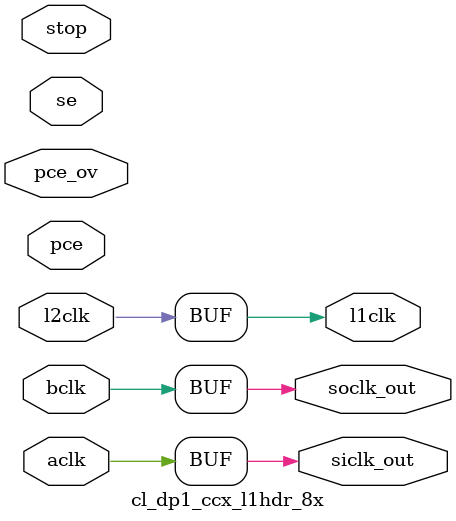
<source format=v>
`define LIB
module cl_dp1_msffmin_30ps_16x ( q, so, d, l1clk, si, siclk, soclk );
// RFM 05-14-2004
// Level sensitive in SCAN_MODE
// Edge triggered when not in SCAN_MODE


   parameter SIZE = 1;

   output     q;
   output       so;

   input         d;
   input     l1clk;
   input      si;
   input   siclk;
   input   soclk;

             reg       q;
             wire     so;
             wire      l1clk, siclk, soclk;
	     	
        `ifdef SCAN_MODE

             reg 	l1;
             `ifdef FAST_FLUSH
 always @(posedge l1clk or posedge siclk ) begin
                  if (siclk) begin
                    q <=  1'b0;  //pseudo flush reset
                  end else begin
                    q <=  d;
                  end
                end     
	`else
             always @(l1clk or siclk or soclk or d or si)
              begin
                    if (!l1clk && !siclk)           l1 <= d;    // Load master with data
               else if ( l1clk &&  siclk)           l1 <= si;    // Load master with scan or flush
               else if (!l1clk &&  siclk)           l1 <= 1'bx;    // Conflict between data and scan

               else if ( l1clk && !siclk && !soclk)  q <= l1;    // Load slave with master data
                    if ( l1clk &&  siclk && !soclk)  q <= si;    // Flush
              end
	`endif
        `else
              wire  si_unused;
              wire siclk_unused;
              wire soclk_unused;
              assign si_unused = si;
              assign siclk_unused        = siclk;
              assign soclk_unused        = soclk;


          `ifdef INITLATZERO
                initial q = 1'b0;
          `endif

              always @(posedge l1clk)
               begin
                if (!siclk && !soclk) q <=  d;
                else                  q <= 1'bx;
               end
        `endif

         assign so = q;

endmodule // dff




module cl_dp1_msffmin_30ps_8x ( q, so, d, l1clk, si, siclk, soclk );
// RFM 05-14-2004
// Level sensitive in SCAN_MODE
// Edge triggered when not in SCAN_MODE


   parameter SIZE = 1;

   output     q;
   output       so;

   input         d;
   input     l1clk;
   input      si;
   input   siclk;
   input   soclk;

             reg       q;
             wire     so;
             wire      l1clk, siclk, soclk;
	     	
        `ifdef SCAN_MODE

             reg 	l1;
             `ifdef FAST_FLUSH
 always @(posedge l1clk or posedge siclk ) begin
                  if (siclk) begin
                    q <=  1'b0;  //pseudo flush reset
                  end else begin
                    q <=  d;
                  end
                end     
	`else
             always @(l1clk or siclk or soclk or d or si)
              begin
                    if (!l1clk && !siclk)           l1 <= d;    // Load master with data
               else if ( l1clk &&  siclk)           l1 <= si;    // Load master with scan or flush
               else if (!l1clk &&  siclk)           l1 <= 1'bx;    // Conflict between data and scan

               else if ( l1clk && !siclk && !soclk)  q <= l1;    // Load slave with master data
                    if ( l1clk &&  siclk && !soclk)  q <= si;    // Flush
              end
	`endif
        `else
              wire  si_unused;
              wire siclk_unused;
              wire soclk_unused;
              assign si_unused = si;
              assign siclk_unused        = siclk;
              assign soclk_unused        = soclk;


          `ifdef INITLATZERO
                initial q = 1'b0;
          `endif

              always @(posedge l1clk)
               begin
                if (!siclk && !soclk) q <=  d;
                else                  q <= 1'bx;
               end
        `endif

         assign so = q;

endmodule // dff
module cl_dp1_msffmin_30ps_4x ( q, so, d, l1clk, si, siclk, soclk );
// RFM 05-14-2004
// Level sensitive in SCAN_MODE
// Edge triggered when not in SCAN_MODE


   parameter SIZE = 1;

   output     q;
   output       so;

   input         d;
   input     l1clk;
   input      si;
   input   siclk;
   input   soclk;

             reg       q;
             wire     so;
             wire      l1clk, siclk, soclk;
	     	
        `ifdef SCAN_MODE
	
             reg 	l1;
             `ifdef FAST_FLUSH
	 always @(posedge l1clk or posedge siclk ) begin
                  if (siclk) begin
                    q <=  1'b0;  //pseudo flush reset
                  end else begin
                    q <=  d;
                  end
                end     
		`else
             always @(l1clk or siclk or soclk or d or si)
              begin
                    if (!l1clk && !siclk)           l1 <= d;    // Load master with data
               else if ( l1clk &&  siclk)           l1 <= si;    // Load master with scan or flush
               else if (!l1clk &&  siclk)           l1 <= 1'bx;    // Conflict between data and scan

               else if ( l1clk && !siclk && !soclk)  q <= l1;    // Load slave with master data
                    if ( l1clk &&  siclk && !soclk)  q <= si;    // Flush
              end
	`endif
        `else
              wire  si_unused;
              wire siclk_unused;
              wire soclk_unused;
              assign si_unused = si;
              assign siclk_unused        = siclk;
              assign soclk_unused        = soclk;


          `ifdef INITLATZERO
                initial q = 1'b0;
          `endif

              always @(posedge l1clk)
               begin
                if (!siclk && !soclk) q <=  d;
                else                  q <= 1'bx;
               end
        `endif

         assign so = q;

endmodule // dff
module cl_dp1_msffmin_30ps_32x ( q, so, d, l1clk, si, siclk, soclk );
// RFM 05-14-2004
// Level sensitive in SCAN_MODE
// Edge triggered when not in SCAN_MODE


   parameter SIZE = 1;

   output     q;
   output       so;

   input         d;
   input     l1clk;
   input      si;
   input   siclk;
   input   soclk;

             reg       q;
             wire     so;
             wire      l1clk, siclk, soclk;
	     	
        `ifdef SCAN_MODE

             reg 	l1;
 `ifdef FAST_FLUSH
 always @(posedge l1clk or posedge siclk ) begin
                  if (siclk) begin
                    q <=  1'b0;  //pseudo flush reset
                  end else begin
                    q <=  d;
                  end
                end     
	`else
             always @(l1clk or siclk or soclk or d or si)
              begin
                    if (!l1clk && !siclk)           l1 <= d;    // Load master with data
               else if ( l1clk &&  siclk)           l1 <= si;    // Load master with scan or flush
               else if (!l1clk &&  siclk)           l1 <= 1'bx;    // Conflict between data and scan

               else if ( l1clk && !siclk && !soclk)  q <= l1;    // Load slave with master data
                    if ( l1clk &&  siclk && !soclk)  q <= si;    // Flush
              end
	`endif
        `else
              wire  si_unused;
              wire siclk_unused;
              wire soclk_unused;
              assign si_unused = si;
              assign siclk_unused        = siclk;
              assign soclk_unused        = soclk;


          `ifdef INITLATZERO
                initial q = 1'b0;
          `endif

              always @(posedge l1clk)
               begin
                if (!siclk && !soclk) q <=  d;
                else                  q <= 1'bx;
               end
        `endif

         assign so = q;

endmodule // dff
module cl_dp1_msffmin_30ps_1x ( q, so, d, l1clk, si, siclk, soclk );
// RFM 05-14-2004
// Level sensitive in SCAN_MODE
// Edge triggered when not in SCAN_MODE


   parameter SIZE = 1;

   output     q;
   output       so;

   input         d;
   input     l1clk;
   input      si;
   input   siclk;
   input   soclk;

             reg       q;
             wire     so;
             wire      l1clk, siclk, soclk;
	     	
        `ifdef SCAN_MODE

             reg 	l1;
`ifdef FAST_FLUSH
         always @(posedge l1clk or posedge siclk ) begin
                  if (siclk) begin
                    q <=  1'b0;  //pseudo flush reset
                  end else begin
                    q <=  d;
                  end
                end     
	`else
             always @(l1clk or siclk or soclk or d or si)
              begin
                    if (!l1clk && !siclk)           l1 <= d;    // Load master with data
               else if ( l1clk &&  siclk)           l1 <= si;    // Load master with scan or flush
               else if (!l1clk &&  siclk)           l1 <= 1'bx;    // Conflict between data and scan

               else if ( l1clk && !siclk && !soclk)  q <= l1;    // Load slave with master data
                    if ( l1clk &&  siclk && !soclk)  q <= si;    // Flush
              end
	`endif
        `else
              wire  si_unused;
              wire siclk_unused;
              wire soclk_unused;
              assign si_unused = si;
              assign siclk_unused        = siclk;
              assign soclk_unused        = soclk;


          `ifdef INITLATZERO
                initial q = 1'b0;
          `endif

              always @(posedge l1clk)
               begin
                if (!siclk && !soclk) q <=  d;
                else                  q <= 1'bx;
               end
        `endif

         assign so = q;

endmodule // dff
module cl_dp1_bsac_cell_4x(q, so, d, l1clk, si, siclk, soclk, updateclk,
                           ac_mode, ac_test_signal);
   output     q;
   output       so;

   input         d, ac_test_signal;
   input     l1clk;
   input      si;
   input   siclk;
   input   soclk;
   input   updateclk, ac_mode;

             reg       q;
             reg       so;
             wire      l1clk, siclk, soclk, updateclk;


             reg l1, qm;

             always @(l1clk or siclk or soclk or d or si)
              begin
    if (!l1clk && !siclk)           l1 <= d;    // Load master with data
    if ( l1clk &&  siclk)           l1 <= si;    // Load master with
                                                 // scan or flush
    if (!l1clk &&  siclk)           l1 <= 1'bx;    // Conflict between
                                                   // data and scan
    if ( l1clk &&  !soclk)          so <= l1;     // Load slave with
                                                  // master data
    if ( l1clk &&  siclk && !soclk) so <= si;    // Flush
              end

                initial qm = 1'b0;

           always@(updateclk or l1)
                begin
                if(updateclk)  qm <=l1;
                end
always@(ac_mode or qm or ac_test_signal)
        begin
        if(ac_mode==0)  q=qm;
        else         q=qm ^ ac_test_signal;
        end
endmodule
module cl_dp1_blatch_4x ( latout, so, d, l1clk, si, siclk, soclk);

   output       latout;
   output       so;
   input         d;
   input         l1clk;
   input         si;
   input         siclk;
   input         soclk;
 

   wire  so;
   reg s, m;

   `ifdef SCAN_MODE

      always @(l1clk or siclk or soclk or d or si) begin

        if (!l1clk && !siclk)        m <=  d;    // Load master with data
        else if ( l1clk &&  siclk)   m <=  si;    // Load master with scan or flush
        else if (!l1clk &&  siclk)   m <=  1'bx;    // Conflict between data and scan

        if ( l1clk && !soclk && !siclk)  s <=  m;   // Load slave with master data
        else if (l1clk && siclk && !soclk)  s <= si;    // Flush
      end

   `else
      wire  si_unused = si;
`ifdef INITLATZERO


      initial m = 1'b0;
     `endif


      always @(l1clk or d or si or siclk) begin
        if(siclk==0 && l1clk==0) m =  d;
        else if(siclk && !l1clk)                m = 1'bx;
         if(siclk && l1clk) m = si;
        if(l1clk && !soclk) s = m;
      end

    `endif

      assign latout = m;
      assign so  =  s;


endmodule 
module cl_dp1_alatch_4x ( q, so, d, l1clk, si, siclk, soclk, se );





   output     q;
   output       so;

   input         d;
   input     l1clk;
   input      si;
   input   siclk;
   input   soclk;
   input   se;

             reg       q;
             wire     so;
             wire      l1clk, siclk, soclk;
	


             reg l1;

             always @(l1clk or siclk or soclk or d or si or se)
              begin

                    if (siclk)           l1 <= si;    // Load master with scan or flush

		if(se && !soclk && l1clk && siclk) q <= si;
                else    if ( se && !soclk && l1clk)  q <= l1;    
                    else if ( !soclk && l1clk)  q <= d;
              end




          `ifdef INITLATZERO
                initial q = 1'b0;
          `endif



         assign so = q;

endmodule // dff
module cl_dp1_msffmin_16x ( q, so, d, l1clk, si, siclk, soclk );
// RFM 05-14-2004
// Level sensitive in SCAN_MODE
// Edge triggered when not in SCAN_MODE


   parameter SIZE = 1;

   output     q;
   output       so;

   input         d;
   input     l1clk;
   input      si;
   input   siclk;
   input   soclk;

             reg       q;
             wire     so;
             wire      l1clk, siclk, soclk;
	     	
        `ifdef SCAN_MODE

             reg 	l1;
`ifdef FAST_FLUSH
         always @(posedge l1clk or posedge siclk ) begin
                  if (siclk) begin
                    q <=  1'b0;  //pseudo flush reset
                  end else begin
                    q <=  d;
                  end
                end     
	`else
             always @(l1clk or siclk or soclk or d or si)
              begin
                    if (!l1clk && !siclk)           l1 <= d;    // Load master with data
               else if ( l1clk &&  siclk)           l1 <= si;    // Load master with scan or flush
               else if (!l1clk &&  siclk)           l1 <= 1'bx;    // Conflict between data and scan

               else if ( l1clk && !siclk && !soclk)  q <= l1;    // Load slave with master data
                    if ( l1clk &&  siclk && !soclk)  q <= si;    // Flush
              end
	`endif
        `else
              wire  si_unused;
              wire siclk_unused;
              wire soclk_unused;
              assign si_unused = si;
              assign siclk_unused        = siclk;
              assign soclk_unused        = soclk;


          `ifdef INITLATZERO
                initial q = 1'b0;
          `endif

              always @(posedge l1clk)
               begin
                if (!siclk && !soclk) q <=  d;
                else                  q <= 1'bx;
               end
        `endif

         assign so = q;

endmodule // dff




module cl_dp1_msffmin_8x ( q, so, d, l1clk, si, siclk, soclk );
// RFM 05-14-2004
// Level sensitive in SCAN_MODE
// Edge triggered when not in SCAN_MODE


   parameter SIZE = 1;

   output     q;
   output       so;

   input         d;
   input     l1clk;
   input      si;
   input   siclk;
   input   soclk;

             reg       q;
             wire     so;
             wire      l1clk, siclk, soclk;
	     	
        `ifdef SCAN_MODE

             reg 	l1;
`ifdef FAST_FLUSH
         always @(posedge l1clk or posedge siclk ) begin
                  if (siclk) begin
                    q <=  1'b0;  //pseudo flush reset
                  end else begin
                    q <=  d;
                  end
                end     
	`else
             always @(l1clk or siclk or soclk or d or si)
              begin
                    if (!l1clk && !siclk)           l1 <= d;    // Load master with data
               else if ( l1clk &&  siclk)           l1 <= si;    // Load master with scan or flush
               else if (!l1clk &&  siclk)           l1 <= 1'bx;    // Conflict between data and scan

               else if ( l1clk && !siclk && !soclk)  q <= l1;    // Load slave with master data
                    if ( l1clk &&  siclk && !soclk)  q <= si;    // Flush
              end
	`endif
        `else
              wire  si_unused;
              wire siclk_unused;
              wire soclk_unused;
              assign si_unused = si;
              assign siclk_unused        = siclk;
              assign soclk_unused        = soclk;


          `ifdef INITLATZERO
                initial q = 1'b0;
          `endif

              always @(posedge l1clk)
               begin
                if (!siclk && !soclk) q <=  d;
                else                  q <= 1'bx;
               end
        `endif

         assign so = q;

endmodule // dff
module cl_dp1_msffmin_4x ( q, so, d, l1clk, si, siclk, soclk );
// RFM 05-14-2004
// Level sensitive in SCAN_MODE
// Edge triggered when not in SCAN_MODE


   parameter SIZE = 1;

   output     q;
   output       so;

   input         d;
   input     l1clk;
   input      si;
   input   siclk;
   input   soclk;

             reg       q;
             wire     so;
             wire      l1clk, siclk, soclk;
	     	
        `ifdef SCAN_MODE

             reg 	l1;
`ifdef FAST_FLUSH
         always @(posedge l1clk or posedge siclk ) begin
                  if (siclk) begin
                    q <=  1'b0;  //pseudo flush reset
                  end else begin
                    q <=  d;
                  end
                end     
	`else
             always @(l1clk or siclk or soclk or d or si)
              begin
                    if (!l1clk && !siclk)           l1 <= d;    // Load master with data
               else if ( l1clk &&  siclk)           l1 <= si;    // Load master with scan or flush
               else if (!l1clk &&  siclk)           l1 <= 1'bx;    // Conflict between data and scan

               else if ( l1clk && !siclk && !soclk)  q <= l1;    // Load slave with master data
                    if ( l1clk &&  siclk && !soclk)  q <= si;    // Flush
              end
	`endif
        `else
              wire  si_unused;
              wire siclk_unused;
              wire soclk_unused;
              assign si_unused = si;
              assign siclk_unused        = siclk;
              assign soclk_unused        = soclk;


          `ifdef INITLATZERO
                initial q = 1'b0;
          `endif

              always @(posedge l1clk)
               begin
                if (!siclk && !soclk) q <=  d;
                else                  q <= 1'bx;
               end
        `endif

         assign so = q;

endmodule // dff
module cl_dp1_msffmin_32x ( q, so, d, l1clk, si, siclk, soclk );
// RFM 05-14-2004
// Level sensitive in SCAN_MODE
// Edge triggered when not in SCAN_MODE


   parameter SIZE = 1;

   output     q;
   output       so;

   input         d;
   input     l1clk;
   input      si;
   input   siclk;
   input   soclk;

             reg       q;
             wire     so;
             wire      l1clk, siclk, soclk;
	     	
        `ifdef SCAN_MODE

             reg 	l1;
`ifdef FAST_FLUSH
         always @(posedge l1clk or posedge siclk ) begin
                  if (siclk) begin
                    q <=  1'b0;  //pseudo flush reset
                  end else begin
                    q <=  d;
                  end
                end     
	`else
             always @(l1clk or siclk or soclk or d or si)
              begin
                    if (!l1clk && !siclk)           l1 <= d;    // Load master with data
               else if ( l1clk &&  siclk)           l1 <= si;    // Load master with scan or flush
               else if (!l1clk &&  siclk)           l1 <= 1'bx;    // Conflict between data and scan

               else if ( l1clk && !siclk && !soclk)  q <= l1;    // Load slave with master data
                    if ( l1clk &&  siclk && !soclk)  q <= si;    // Flush
              end
	`endif
        `else
              wire  si_unused;
              wire siclk_unused;
              wire soclk_unused;
              assign si_unused = si;
              assign siclk_unused        = siclk;
              assign soclk_unused        = soclk;


          `ifdef INITLATZERO
                initial q = 1'b0;
          `endif

              always @(posedge l1clk)
               begin
                if (!siclk && !soclk) q <=  d;
                else                  q <= 1'bx;
               end
        `endif

         assign so = q;

endmodule // dff
module cl_dp1_msffmin_1x ( q, so, d, l1clk, si, siclk, soclk );
// RFM 05-14-2004
// Level sensitive in SCAN_MODE
// Edge triggered when not in SCAN_MODE


   parameter SIZE = 1;

   output     q;
   output       so;

   input         d;
   input     l1clk;
   input      si;
   input   siclk;
   input   soclk;

             reg       q;
             wire     so;
             wire      l1clk, siclk, soclk;
	     	
        `ifdef SCAN_MODE

             reg 	l1;
`ifdef FAST_FLUSH
         always @(posedge l1clk or posedge siclk ) begin
                  if (siclk) begin
                    q <=  1'b0;  //pseudo flush reset
                  end else begin
                    q <=  d;
                  end
                end     
	`else
             always @(l1clk or siclk or soclk or d or si)
              begin
                    if (!l1clk && !siclk)           l1 <= d;    // Load master with data
               else if ( l1clk &&  siclk)           l1 <= si;    // Load master with scan or flush
               else if (!l1clk &&  siclk)           l1 <= 1'bx;    // Conflict between data and scan

               else if ( l1clk && !siclk && !soclk)  q <= l1;    // Load slave with master data
                    if ( l1clk &&  siclk && !soclk)  q <= si;    // Flush
              end
	`endif
        `else
              wire  si_unused;
              wire siclk_unused;
              wire soclk_unused;
              assign si_unused = si;
              assign siclk_unused        = siclk;
              assign soclk_unused        = soclk;


          `ifdef INITLATZERO
                initial q = 1'b0;
          `endif

              always @(posedge l1clk)
               begin
                if (!siclk && !soclk) q <=  d;
                else                  q <= 1'bx;
               end
        `endif

         assign so = q;

endmodule // dff
module cl_dp1_rep_32x (
in,
out
);
input in;
output out;

`ifdef LIB
//assign out = in;
buf (out, in);
`endif

endmodule

module cl_dp1_rep_m6_32x (
in,
out
);
input in;
output out;

`ifdef LIB
//assign out = in;
buf (out, in);
`endif

endmodule

module cl_dp1_add12_8x (
cin,
in0,
in1,
out,
cout
);
input 	       cin;
input 	[11:0] in0;
input 	[11:0] in1;
output 	[11:0] out;
output 	       cout;

`ifdef LIB
  assign {cout, out[11:0]} = ({1'b0, in0[11:0]} + {1'b0, in1[11:0]} + {{12{1'b0}}, cin});
`endif

endmodule
module cl_dp1_add136_8x (
  din0,
  din1,
  din2,
  sel_din2,
  sum,
  fya_sticky_dp,
  fya_sticky_sp,
  fya_xicc_z);
wire [101:0] p;
wire [100:0] k;
wire [101:0] z;


  input  [135:0]  din0;
  input  [132:0]  din1;
  input  [135:0]  din2;
  input    [3:0]  sel_din2;

  output [135:0]  sum;
  output          fya_sticky_dp;
  output          fya_sticky_sp;
  output [1:0]    fya_xicc_z;

`ifdef LIB

         assign sum[135:0]  = {       din0[135:0]}      +
                               {3'b000,din1[132:0]}     +
                               ({{{40{sel_din2[3]}} & din2[135:96]},
                                 {{32{sel_din2[2]}} & din2[95:64] },
                                 {{32{sel_din2[1]}} & din2[63:32] },
                                 {{32{sel_din2[0]}} & din2[31:0]  }});


        //            127 126   125    ...   74      73  72         0
        //            --- ---   ---------------     ---  ------------
        // Float DP    x   x  .     52 fraction       G  -> Sticky ->

        //            127 126   125    ...   103    102  101        0
        //            --- ---   ---------------     ---  ------------
        // Float SP    x   x  .     23 fraction       G  -> Sticky ->


        assign p[101:0]      =  din0[101:0] ^  {din1[101:4],{4{1'b0}}};
        assign k[100:0]      = ~din0[100:0] & ~{din1[100:4],{4{1'b0}}};

        assign z[101:1]      =  p[101:1] ^  k[100:0];
        assign z[0]          = ~p[0];

        assign fya_sticky_sp = ~(& z[101:0]);
        assign fya_sticky_dp = ~(& z[72:0]);

        assign fya_xicc_z[1] = & z[63:0];
        assign fya_xicc_z[0] = & z[31:0];

`endif

endmodule
module cl_dp1_add16_8x (
cin,
in0,
in1,
out,
cout
);
input 	       cin;
input 	[15:0] in0;
input 	[15:0] in1;
output 	[15:0] out;
output 	       cout;

`ifdef LIB
  assign {cout, out[15:0]} = ({1'b0, in0[15:0]} + {1'b0, in1[15:0]} + {{16{1'b0}}, cin});
`endif

endmodule
module cl_dp1_add32_8x (
cin,
in0,
in1,
out,
cout
);
input 	       cin;
input 	[31:0] in0;
input 	[31:0] in1;
output 	[31:0] out;
output 	       cout;

`ifdef LIB
  assign {cout, out[31:0]} = ({1'b0, in0[31:0]} + {1'b0, in1[31:0]} + {{32{1'b0}}, cin});
`endif

endmodule
module cl_dp1_add4_8x (
cin,
in0,
in1,
out,
cout
);
input 	       cin;
input 	[3:0]  in0;
input 	[3:0]  in1;
output 	[3:0]  out;
output 	       cout;

`ifdef LIB
  assign {cout, out[3:0]} = ({1'b0, in0[3:0]} + {1'b0, in1[3:0]} + {{4{1'b0}}, cin});
`endif

endmodule
module cl_dp1_add64_8x (
cin,
in0,
in1,
out,
cout
);
input 	       cin;
input 	[63:0] in0;
input 	[63:0] in1;
output 	[63:0] out;
output 	       cout;

`ifdef LIB
  assign {cout, out[63:0]} = ({1'b0, in0[63:0]} + {1'b0, in1[63:0]} + {{64{1'b0}}, cin});
`endif

endmodule
module cl_dp1_add8_8x (
cin,
in0,
in1,
out,
cout
);
input 	       cin;
input 	[7:0]  in0;
input 	[7:0]  in1;
output 	[7:0]  out;
output 	       cout;

`ifdef LIB
  assign {cout, out[7:0]} = ({1'b0, in0[7:0]} + {1'b0, in1[7:0]} + {{8{1'b0}}, cin});
`endif

endmodule

module cl_dp1_aomux2_1x (
in0,
in1,
sel0,
sel1,
out
);
input 	in0;
input 	in1;
input 	sel0;
input 	sel1;
output  out;

`ifdef LIB
assign out = ((sel0 & in0) |
	      (sel1 & in1));
`endif


endmodule
module cl_dp1_aomux2_2x (
in0,
in1,
sel0,
sel1,
out
);
input 	in0;
input 	in1;
input 	sel0;
input 	sel1;
output  out;

`ifdef LIB
assign out = ((sel0 & in0) |
	      (sel1 & in1));
`endif


endmodule
module cl_dp1_aomux2_4x (
in0,
in1,
sel0,
sel1,
out
);
input 	in0;
input 	in1;
input 	sel0;
input 	sel1;
output  out;

`ifdef LIB
assign out = ((sel0 & in0) |
	      (sel1 & in1));
`endif


endmodule
module cl_dp1_aomux2_6x (
in0,
in1,
sel0,
sel1,
out
);
input 	in0;
input 	in1;
input 	sel0;
input 	sel1;
output  out;

`ifdef LIB
assign out = ((sel0 & in0) |
	      (sel1 & in1));
`endif


endmodule
module cl_dp1_aomux2_8x (
in0,
in1,
sel0,
sel1,
out
);
input 	in0;
input 	in1;
input 	sel0;
input 	sel1;
output  out;

`ifdef LIB
assign out = ((sel0 & in0) |
	      (sel1 & in1));
`endif


endmodule

module cl_dp1_aomux3_1x (
in0,
in1,
in2,
sel0,
sel1,
sel2,
out
);
input 	in0;
input 	in1;
input 	in2;
input 	sel0;
input 	sel1;
input 	sel2;
output  out;

`ifdef LIB
assign out = ((sel0 & in0) |
	      (sel1 & in1) |
	      (sel2 & in2));
`endif

endmodule
module cl_dp1_aomux3_2x (
in0,
in1,
in2,
sel0,
sel1,
sel2,
out
);
input 	in0;
input 	in1;
input 	in2;
input 	sel0;
input 	sel1;
input 	sel2;
output  out;

`ifdef LIB
assign out = ((sel0 & in0) |
	      (sel1 & in1) |
	      (sel2 & in2));
`endif

endmodule
module cl_dp1_aomux3_4x (
in0,
in1,
in2,
sel0,
sel1,
sel2,
out
);
input 	in0;
input 	in1;
input 	in2;
input 	sel0;
input 	sel1;
input 	sel2;
output  out;

`ifdef LIB
assign out = ((sel0 & in0) |
	      (sel1 & in1) |
	      (sel2 & in2));
`endif

endmodule
module cl_dp1_aomux3_6x (
in0,
in1,
in2,
sel0,
sel1,
sel2,
out
);
input 	in0;
input 	in1;
input 	in2;
input 	sel0;
input 	sel1;
input 	sel2;
output  out;

`ifdef LIB
assign out = ((sel0 & in0) |
	      (sel1 & in1) |
	      (sel2 & in2));
`endif

endmodule
module cl_dp1_aomux3_8x (
in0,
in1,
in2,
sel0,
sel1,
sel2,
out
);
input 	in0;
input 	in1;
input 	in2;
input 	sel0;
input 	sel1;
input 	sel2;
output  out;

`ifdef LIB
assign out = ((sel0 & in0) |
	      (sel1 & in1) |
	      (sel2 & in2));
`endif

endmodule

module cl_dp1_aomux4_1x (
in0,
in1,
in2,
in3,
sel0,
sel1,
sel2,
sel3,
out
);
input 	in0;
input 	in1;
input 	in2;
input 	in3;
input 	sel0;
input 	sel1;
input 	sel2;
input 	sel3;
output  out;

`ifdef LIB
assign out = ((sel0 & in0) |
	      (sel1 & in1) |
	      (sel2 & in2) |
	      (sel3 & in3));
`endif

endmodule
module cl_dp1_aomux4_2x (
in0,
in1,
in2,
in3,
sel0,
sel1,
sel2,
sel3,
out
);
input 	in0;
input 	in1;
input 	in2;
input 	in3;
input 	sel0;
input 	sel1;
input 	sel2;
input 	sel3;
output  out;

`ifdef LIB
assign out = ((sel0 & in0) |
	      (sel1 & in1) |
	      (sel2 & in2) |
	      (sel3 & in3));
`endif

endmodule
module cl_dp1_aomux4_4x (
in0,
in1,
in2,
in3,
sel0,
sel1,
sel2,
sel3,
out
);
input 	in0;
input 	in1;
input 	in2;
input 	in3;
input 	sel0;
input 	sel1;
input 	sel2;
input 	sel3;
output  out;

`ifdef LIB
assign out = ((sel0 & in0) |
	      (sel1 & in1) |
	      (sel2 & in2) |
	      (sel3 & in3));
`endif

endmodule
module cl_dp1_aomux4_6x (
in0,
in1,
in2,
in3,
sel0,
sel1,
sel2,
sel3,
out
);
input 	in0;
input 	in1;
input 	in2;
input 	in3;
input 	sel0;
input 	sel1;
input 	sel2;
input 	sel3;
output  out;

`ifdef LIB
assign out = ((sel0 & in0) |
	      (sel1 & in1) |
	      (sel2 & in2) |
	      (sel3 & in3));
`endif

endmodule
module cl_dp1_aomux4_8x (
in0,
in1,
in2,
in3,
sel0,
sel1,
sel2,
sel3,
out
);
input 	in0;
input 	in1;
input 	in2;
input 	in3;
input 	sel0;
input 	sel1;
input 	sel2;
input 	sel3;
output  out;

`ifdef LIB
assign out = ((sel0 & in0) |
	      (sel1 & in1) |
	      (sel2 & in2) |
	      (sel3 & in3));
`endif

endmodule

module cl_dp1_aomux5_1x (
in0,
in1,
in2,
in3,
in4,
sel0,
sel1,
sel2,
sel3,
sel4,
out
);
input 	in0;
input 	in1;
input 	in2;
input 	in3;
input 	in4;
input 	sel0;
input 	sel1;
input 	sel2;
input 	sel3;
input 	sel4;
output  out;

`ifdef LIB
assign out = ((sel0 & in0) |
	      (sel1 & in1) |
	      (sel2 & in2) |
	      (sel3 & in3) |
	      (sel4 & in4));
`endif

endmodule
module cl_dp1_aomux5_2x (
in0,
in1,
in2,
in3,
in4,
sel0,
sel1,
sel2,
sel3,
sel4,
out
);
input 	in0;
input 	in1;
input 	in2;
input 	in3;
input 	in4;
input 	sel0;
input 	sel1;
input 	sel2;
input 	sel3;
input 	sel4;
output  out;

`ifdef LIB
assign out = ((sel0 & in0) |
	      (sel1 & in1) |
	      (sel2 & in2) |
	      (sel3 & in3) |
	      (sel4 & in4));
`endif

endmodule
module cl_dp1_aomux5_4x (
in0,
in1,
in2,
in3,
in4,
sel0,
sel1,
sel2,
sel3,
sel4,
out
);
input 	in0;
input 	in1;
input 	in2;
input 	in3;
input 	in4;
input 	sel0;
input 	sel1;
input 	sel2;
input 	sel3;
input 	sel4;
output  out;

`ifdef LIB
assign out = ((sel0 & in0) |
	      (sel1 & in1) |
	      (sel2 & in2) |
	      (sel3 & in3) |
	      (sel4 & in4));
`endif

endmodule
module cl_dp1_aomux5_6x (
in0,
in1,
in2,
in3,
in4,
sel0,
sel1,
sel2,
sel3,
sel4,
out
);
input 	in0;
input 	in1;
input 	in2;
input 	in3;
input 	in4;
input 	sel0;
input 	sel1;
input 	sel2;
input 	sel3;
input 	sel4;
output  out;

`ifdef LIB
assign out = ((sel0 & in0) |
	      (sel1 & in1) |
	      (sel2 & in2) |
	      (sel3 & in3) |
	      (sel4 & in4));
`endif

endmodule
module cl_dp1_aomux5_8x (
in0,
in1,
in2,
in3,
in4,
sel0,
sel1,
sel2,
sel3,
sel4,
out
);
input 	in0;
input 	in1;
input 	in2;
input 	in3;
input 	in4;
input 	sel0;
input 	sel1;
input 	sel2;
input 	sel3;
input 	sel4;
output  out;

`ifdef LIB
assign out = ((sel0 & in0) |
	      (sel1 & in1) |
	      (sel2 & in2) |
	      (sel3 & in3) |
	      (sel4 & in4));
`endif

endmodule

module cl_dp1_aomux6_1x (
in0,
in1,
in2,
in3,
in4,
in5,
sel0,
sel1,
sel2,
sel3,
sel4,
sel5,
out
);
input 	in0;
input 	in1;
input 	in2;
input 	in3;
input 	in4;
input 	in5;
input 	sel0;
input 	sel1;
input 	sel2;
input 	sel3;
input 	sel4;
input 	sel5;
output  out;

`ifdef LIB
assign out = ((sel0 & in0) |
	      (sel1 & in1) |
	      (sel2 & in2) |
	      (sel3 & in3) |
	      (sel4 & in4) |
	      (sel5 & in5));
`endif

endmodule
module cl_dp1_aomux6_2x (
in0,
in1,
in2,
in3,
in4,
in5,
sel0,
sel1,
sel2,
sel3,
sel4,
sel5,
out
);
input 	in0;
input 	in1;
input 	in2;
input 	in3;
input 	in4;
input 	in5;
input 	sel0;
input 	sel1;
input 	sel2;
input 	sel3;
input 	sel4;
input 	sel5;
output  out;

`ifdef LIB
assign out = ((sel0 & in0) |
	      (sel1 & in1) |
	      (sel2 & in2) |
	      (sel3 & in3) |
	      (sel4 & in4) |
	      (sel5 & in5));
`endif

endmodule
module cl_dp1_aomux6_4x (
in0,
in1,
in2,
in3,
in4,
in5,
sel0,
sel1,
sel2,
sel3,
sel4,
sel5,
out
);
input 	in0;
input 	in1;
input 	in2;
input 	in3;
input 	in4;
input 	in5;
input 	sel0;
input 	sel1;
input 	sel2;
input 	sel3;
input 	sel4;
input 	sel5;
output  out;

`ifdef LIB
assign out = ((sel0 & in0) |
	      (sel1 & in1) |
	      (sel2 & in2) |
	      (sel3 & in3) |
	      (sel4 & in4) |
	      (sel5 & in5));
`endif

endmodule
module cl_dp1_aomux6_6x (
in0,
in1,
in2,
in3,
in4,
in5,
sel0,
sel1,
sel2,
sel3,
sel4,
sel5,
out
);
input 	in0;
input 	in1;
input 	in2;
input 	in3;
input 	in4;
input 	in5;
input 	sel0;
input 	sel1;
input 	sel2;
input 	sel3;
input 	sel4;
input 	sel5;
output  out;

`ifdef LIB
assign out = ((sel0 & in0) |
	      (sel1 & in1) |
	      (sel2 & in2) |
	      (sel3 & in3) |
	      (sel4 & in4) |
	      (sel5 & in5));
`endif

endmodule
module cl_dp1_aomux6_8x (
in0,
in1,
in2,
in3,
in4,
in5,
sel0,
sel1,
sel2,
sel3,
sel4,
sel5,
out
);
input 	in0;
input 	in1;
input 	in2;
input 	in3;
input 	in4;
input 	in5;
input 	sel0;
input 	sel1;
input 	sel2;
input 	sel3;
input 	sel4;
input 	sel5;
output  out;

`ifdef LIB
assign out = ((sel0 & in0) |
	      (sel1 & in1) |
	      (sel2 & in2) |
	      (sel3 & in3) |
	      (sel4 & in4) |
	      (sel5 & in5));
`endif

endmodule

module cl_dp1_aomux7_1x (
in0,
in1,
in2,
in3,
in4,
in5,
in6,
sel0,
sel1,
sel2,
sel3,
sel4,
sel5,
sel6,
out
);
input 	in0;
input 	in1;
input 	in2;
input 	in3;
input 	in4;
input 	in5;
input 	in6;
input 	sel0;
input 	sel1;
input 	sel2;
input 	sel3;
input 	sel4;
input 	sel5;
input 	sel6;
output  out;

`ifdef LIB
assign out = ((sel0 & in0) |
	      (sel1 & in1) |
	      (sel2 & in2) |
	      (sel3 & in3) |
	      (sel4 & in4) |
	      (sel5 & in5) |
	      (sel6 & in6));
`endif

endmodule
module cl_dp1_aomux7_2x (
in0,
in1,
in2,
in3,
in4,
in5,
in6,
sel0,
sel1,
sel2,
sel3,
sel4,
sel5,
sel6,
out
);
input 	in0;
input 	in1;
input 	in2;
input 	in3;
input 	in4;
input 	in5;
input 	in6;
input 	sel0;
input 	sel1;
input 	sel2;
input 	sel3;
input 	sel4;
input 	sel5;
input 	sel6;
output  out;

`ifdef LIB
assign out = ((sel0 & in0) |
	      (sel1 & in1) |
	      (sel2 & in2) |
	      (sel3 & in3) |
	      (sel4 & in4) |
	      (sel5 & in5) |
	      (sel6 & in6));
`endif

endmodule
module cl_dp1_aomux7_4x (
in0,
in1,
in2,
in3,
in4,
in5,
in6,
sel0,
sel1,
sel2,
sel3,
sel4,
sel5,
sel6,
out
);
input 	in0;
input 	in1;
input 	in2;
input 	in3;
input 	in4;
input 	in5;
input 	in6;
input 	sel0;
input 	sel1;
input 	sel2;
input 	sel3;
input 	sel4;
input 	sel5;
input 	sel6;
output  out;

`ifdef LIB
assign out = ((sel0 & in0) |
	      (sel1 & in1) |
	      (sel2 & in2) |
	      (sel3 & in3) |
	      (sel4 & in4) |
	      (sel5 & in5) |
	      (sel6 & in6));
`endif

endmodule
module cl_dp1_aomux7_6x (
in0,
in1,
in2,
in3,
in4,
in5,
in6,
sel0,
sel1,
sel2,
sel3,
sel4,
sel5,
sel6,
out
);
input 	in0;
input 	in1;
input 	in2;
input 	in3;
input 	in4;
input 	in5;
input 	in6;
input 	sel0;
input 	sel1;
input 	sel2;
input 	sel3;
input 	sel4;
input 	sel5;
input 	sel6;
output  out;

`ifdef LIB
assign out = ((sel0 & in0) |
	      (sel1 & in1) |
	      (sel2 & in2) |
	      (sel3 & in3) |
	      (sel4 & in4) |
	      (sel5 & in5) |
	      (sel6 & in6));
`endif

endmodule
module cl_dp1_aomux7_8x (
in0,
in1,
in2,
in3,
in4,
in5,
in6,
sel0,
sel1,
sel2,
sel3,
sel4,
sel5,
sel6,
out
);
input 	in0;
input 	in1;
input 	in2;
input 	in3;
input 	in4;
input 	in5;
input 	in6;
input 	sel0;
input 	sel1;
input 	sel2;
input 	sel3;
input 	sel4;
input 	sel5;
input 	sel6;
output  out;

`ifdef LIB
assign out = ((sel0 & in0) |
	      (sel1 & in1) |
	      (sel2 & in2) |
	      (sel3 & in3) |
	      (sel4 & in4) |
	      (sel5 & in5) |
	      (sel6 & in6));
`endif

endmodule

module cl_dp1_aomux8_1x (
in0,
in1,
in2,
in3,
in4,
in5,
in6,
in7,
sel0,
sel1,
sel2,
sel3,
sel4,
sel5,
sel6,
sel7,
out
);
input 	in0;
input 	in1;
input 	in2;
input 	in3;
input 	in4;
input 	in5;
input 	in6;
input 	in7;
input 	sel0;
input 	sel1;
input 	sel2;
input 	sel3;
input 	sel4;
input 	sel5;
input 	sel6;
input 	sel7;
output  out;

`ifdef LIB
assign out = ((sel0 & in0) |
	      (sel1 & in1) |
	      (sel2 & in2) |
	      (sel3 & in3) |
	      (sel4 & in4) |
	      (sel5 & in5) |
	      (sel6 & in6) |
	      (sel7 & in7));
`endif
		

endmodule
module cl_dp1_aomux8_2x (
in0,
in1,
in2,
in3,
in4,
in5,
in6,
in7,
sel0,
sel1,
sel2,
sel3,
sel4,
sel5,
sel6,
sel7,
out
);
input 	in0;
input 	in1;
input 	in2;
input 	in3;
input 	in4;
input 	in5;
input 	in6;
input 	in7;
input 	sel0;
input 	sel1;
input 	sel2;
input 	sel3;
input 	sel4;
input 	sel5;
input 	sel6;
input 	sel7;
output  out;

`ifdef LIB
assign out = ((sel0 & in0) |
	      (sel1 & in1) |
	      (sel2 & in2) |
	      (sel3 & in3) |
	      (sel4 & in4) |
	      (sel5 & in5) |
	      (sel6 & in6) |
	      (sel7 & in7));
`endif
		

endmodule
module cl_dp1_aomux8_4x (
in0,
in1,
in2,
in3,
in4,
in5,
in6,
in7,
sel0,
sel1,
sel2,
sel3,
sel4,
sel5,
sel6,
sel7,
out
);
input 	in0;
input 	in1;
input 	in2;
input 	in3;
input 	in4;
input 	in5;
input 	in6;
input 	in7;
input 	sel0;
input 	sel1;
input 	sel2;
input 	sel3;
input 	sel4;
input 	sel5;
input 	sel6;
input 	sel7;
output  out;

`ifdef LIB
assign out = ((sel0 & in0) |
	      (sel1 & in1) |
	      (sel2 & in2) |
	      (sel3 & in3) |
	      (sel4 & in4) |
	      (sel5 & in5) |
	      (sel6 & in6) |
	      (sel7 & in7));
`endif
		

endmodule
module cl_dp1_aomux8_6x (
in0,
in1,
in2,
in3,
in4,
in5,
in6,
in7,
sel0,
sel1,
sel2,
sel3,
sel4,
sel5,
sel6,
sel7,
out
);
input 	in0;
input 	in1;
input 	in2;
input 	in3;
input 	in4;
input 	in5;
input 	in6;
input 	in7;
input 	sel0;
input 	sel1;
input 	sel2;
input 	sel3;
input 	sel4;
input 	sel5;
input 	sel6;
input 	sel7;
output  out;

`ifdef LIB
assign out = ((sel0 & in0) |
	      (sel1 & in1) |
	      (sel2 & in2) |
	      (sel3 & in3) |
	      (sel4 & in4) |
	      (sel5 & in5) |
	      (sel6 & in6) |
	      (sel7 & in7));
`endif
		

endmodule
module cl_dp1_aomux8_8x (
in0,
in1,
in2,
in3,
in4,
in5,
in6,
in7,
sel0,
sel1,
sel2,
sel3,
sel4,
sel5,
sel6,
sel7,
out
);
input 	in0;
input 	in1;
input 	in2;
input 	in3;
input 	in4;
input 	in5;
input 	in6;
input 	in7;
input 	sel0;
input 	sel1;
input 	sel2;
input 	sel3;
input 	sel4;
input 	sel5;
input 	sel6;
input 	sel7;
output  out;

`ifdef LIB
assign out = ((sel0 & in0) |
	      (sel1 & in1) |
	      (sel2 & in2) |
	      (sel3 & in3) |
	      (sel4 & in4) |
	      (sel5 & in5) |
	      (sel6 & in6) |
	      (sel7 & in7));
`endif
		

endmodule
module cl_dp1_boothenc_4x (
  din,  
  xr_mode,
  dout,
  pout,
  hout
);

  input [2:0] din;

  input xr_mode;

  output [4:0] dout;

  output pout;

  output hout;
`ifdef LIB
 assign dout[0]	= (~xr_mode & ~din[2] & ~din[1] &  din[0]) |	// +1
		  (~xr_mode & ~din[2] &  din[1] & ~din[0]) |
		  ( xr_mode & ~din[2] &  din[1]          );

 assign dout[1]	= (~xr_mode & ~din[2] &  din[1] &  din[0]) |	// +2
		  ( xr_mode &  din[2] & ~din[1]          );
 	     			
 assign dout[2]	= (~xr_mode &  din[2] & ~din[1] & ~din[0]);	// -2

 assign dout[3]	= (~xr_mode &  din[2] & ~din[1] &  din[0]) |	// -1
		  (~xr_mode &  din[2] &  din[1] & ~din[0]);

 assign dout[4]	= ( xr_mode &  din[2] &  din[1]          );	// +3


 assign pout	= (~xr_mode & ~din[2] ) |	// P
		  (~xr_mode &  din[1] &  din[0]);

 assign hout	= (~xr_mode &  din[2] & ~din[1]          ) |	// H
		  (~xr_mode &  din[2] & ~din[0]);

`endif



endmodule

module cl_dp1_boothenc_8x (
  din,  
  xr_mode,
  dout,
  pout,
  hout
);

  input [2:0] din;

  input xr_mode;

  output [4:0] dout;

  output pout;

  output hout;
`ifdef LIB
 assign dout[0]	= (~xr_mode & ~din[2] & ~din[1] &  din[0]) |	// +1
		  (~xr_mode & ~din[2] &  din[1] & ~din[0]) |
		  ( xr_mode & ~din[2] &  din[1]          );

 assign dout[1]	= (~xr_mode & ~din[2] &  din[1] &  din[0]) |	// +2
		  ( xr_mode &  din[2] & ~din[1]          );
 	     			
 assign dout[2]	= (~xr_mode &  din[2] & ~din[1] & ~din[0]);	// -2

 assign dout[3]	= (~xr_mode &  din[2] & ~din[1] &  din[0]) |	// -1
		  (~xr_mode &  din[2] &  din[1] & ~din[0]);

 assign dout[4]	= ( xr_mode &  din[2] &  din[1]          );	// +3


 assign pout	= (~xr_mode & ~din[2] ) |	// P
		  (~xr_mode &  din[1] &  din[0]);

 assign hout	= (~xr_mode &  din[2] & ~din[1]          ) |	// H
		  (~xr_mode &  din[2] & ~din[0]);

`endif



endmodule

module cl_dp1_cmpr12_8x (
in0,
in1,
out
);
input	[11:0] in0;
input	[11:0] in1;
output	out;

`ifdef LIB
assign out = (in0[11:0] == in1[11:0]);
`endif

endmodule
module cl_dp1_cmpr16_8x (
in0,
in1,
out
);
input	[15:0] in0;
input	[15:0] in1;
output	out;

`ifdef LIB
assign out = (in0[15:0] == in1[15:0]);
`endif

endmodule
module cl_dp1_cmpr32_8x (
in0,
in1,
out
);
input	[31:0] in0;
input	[31:0] in1;
output	out;

`ifdef LIB
assign out = (in0[31:0] == in1[31:0]);
`endif

endmodule
module cl_dp1_cmpr4_8x (
in0,
in1,
out
);
input	[3:0] in0;
input	[3:0] in1;
output	out;

`ifdef LIB
assign out = (in0[3:0] == in1[3:0]);
`endif

endmodule
module cl_dp1_cmpr64_8x (
in0,
in1,
out
);
input	[63:0] in0;
input	[63:0] in1;
output	out;

`ifdef LIB
assign out = (in0[63:0] == in1[63:0]);
`endif

endmodule
module cl_dp1_cmpr8_8x (
in0,
in1,
out
);
input	[7:0] in0;
input	[7:0] in1;
output	out;

`ifdef LIB
assign out = (in0[7:0] == in1[7:0]);
`endif

endmodule
module cl_dp1_incr12_8x (
cin,
in0,
out,
cout
);
input		cin;
input [11:0] 	in0;
output [11:0]	out;
output 		cout;

`ifdef LIB
  assign {cout, out[11:0]} = {1'b0, in0[11:0]} + {12'b0, cin};
`endif

endmodule
module cl_dp1_incr16_8x (
cin,
in0,
out,
cout
);
input		cin;
input [15:0] 	in0;
output [15:0]	out;
output 		cout;

`ifdef LIB
  assign {cout, out[15:0]} = {1'b0, in0[15:0]} + {16'b0, cin};
`endif

endmodule
module cl_dp1_incr32_8x (
cin,
in0,
out,
cout
);
input		cin;
input [31:0] 	in0;
output [31:0]	out;
output 		cout;

`ifdef LIB
  assign {cout, out[31:0]} = {1'b0, in0[31:0]} + {32'b0, cin};
`endif

endmodule
module cl_dp1_incr4_8x (
cin,
in0,
out,
cout
);
input		cin;
input [3:0] 	in0;
output [3:0]	out;
output 		cout;

`ifdef LIB
  assign {cout, out[3:0]} = {1'b0, in0[3:0]} + {4'b0, cin};
`endif

endmodule
module cl_dp1_incr48_8x (
cin,
in0,
out,
cout
);
input		cin;
input [47:0] 	in0;
output [47:0]	out;
output 		cout;

`ifdef LIB
  assign {cout, out[47:0]} = {1'b0, in0[47:0]} + {48'b0, cin};
`endif

endmodule
module cl_dp1_incr64_8x (
cin,
in0,
out,
cout
);
input		cin;
input [63:0] 	in0;
output [63:0]	out;
output 		cout;

`ifdef LIB
  assign {cout, out[63:0]} = {1'b0, in0[63:0]} + {64'b0, cin};
`endif

endmodule
module cl_dp1_incr8_8x (
cin,
in0,
out,
cout
);
input		cin;
input [7:0] 	in0;
output [7:0]	out;
output 		cout;

`ifdef LIB
  assign {cout, out[7:0]} = {1'b0, in0[7:0]} + {8'b0, cin};
`endif

endmodule // cl_dp1_incr8_8x
module  cl_dp1_l1hdr_12x (l1clk,
                 l2clk,
                 se,
                 pce,
                 pce_ov,
                 stop,
                 aclk,
                 bclk,
                 siclk_out,
                 soclk_out
                );
// RFM  05/21/2004


   output       l1clk;
   input        l2clk;          // level 2 clock, from clock grid
   input        se;             // Scan Enable
   input        pce;             // Clock enable for local power savings
   input        pce_ov;        // TCU sourced clock enable override for testing
   input        stop;           // TCU/CCU sourced clock stop for debug
   input        aclk;
   input        bclk;
   output       siclk_out;
   output       soclk_out;
`ifdef FORMAL_TOOL
wire            l1en = (~stop & ( pce | pce_ov ));
assign       l1clk = (l2clk & l1en) | se;
assign siclk_out = aclk;
assign soclk_out = bclk;
`else
 `ifdef LIB
reg             l1en;
`ifdef SCAN_MODE
   always @ (l2clk or stop or pce or pce_ov)
       begin
         if (~l2clk) l1en <= (~stop & (pce | pce_ov));
       end
`else
   always @ (negedge l2clk )
        begin
           l1en <= (~stop & ( pce | pce_ov ));
        end
`endif

 //assign       l1clk = (l2clk & l1en) || se;  // se is async and highest priority  
 assign l1clk = l2clk;	//FPGA disable clock gating

assign siclk_out = aclk;
assign soclk_out = bclk;

 `endif //  `ifdef LIB
`endif // !`ifdef FORMAL_TOOL


endmodule

module  cl_dp1_l1hdr_16x (l1clk,
                 l2clk,
                 se,
                 pce,
                 pce_ov,
                 stop,
                 aclk,
                 bclk,
                 siclk_out,
                 soclk_out
                );
// RFM  05/21/2004


   output       l1clk;
   input        l2clk;          // level 2 clock, from clock grid
   input        se;             // Scan Enable
   input        pce;             // Clock enable for local power savings
   input        pce_ov;        // TCU sourced clock enable override for testing
   input        stop;           // TCU/CCU sourced clock stop for debug
   input        aclk;
   input        bclk;
   output       siclk_out;
   output       soclk_out;
`ifdef FORMAL_TOOL
    wire l1en = (~stop & ( pce | pce_ov ));
    assign       l1clk = (l2clk & l1en) | se;
    assign siclk_out = aclk;
    assign soclk_out = bclk;
   `else
`ifdef LIB
   reg  l1en;
`ifdef SCAN_MODE
   always @ (l2clk or stop or pce or pce_ov)
       begin
         if (~l2clk) l1en <= (~stop & (pce | pce_ov));
       end
`else
   always @ (negedge l2clk )
        begin
           l1en <= (~stop & ( pce | pce_ov ));
        end
`endif


  

   //assign       l1clk = (l2clk & l1en) || se;  // se is async and highest priority
   assign l1clk = l2clk;	//FPGA disable clock gating

assign siclk_out = aclk;
assign soclk_out = bclk;

`endif
`endif

endmodule
module  cl_dp1_l1hdr_24x (l1clk,
                 l2clk,
                 se,
                 pce,
                 pce_ov,
                 stop,
                 aclk,
                 bclk,
                 siclk_out,
                 soclk_out
                );
// RFM  05/21/2004


   output       l1clk;
   input        l2clk;          // level 2 clock, from clock grid
   input        se;             // Scan Enable
   input        pce;             // Clock enable for local power savings
   input        pce_ov;        // TCU sourced clock enable override for testing
   input        stop;           // TCU/CCU sourced clock stop for debug
   input        aclk;
   input        bclk;
   output       siclk_out;
   output       soclk_out;
`ifdef FORMAL_TOOL
    wire l1en = (~stop & ( pce | pce_ov ));
    assign       l1clk = (l2clk & l1en) | se;
    assign siclk_out = aclk;
    assign soclk_out = bclk;
   `else
`ifdef LIB
   reg  l1en;
 
`ifdef SCAN_MODE
   always @ (l2clk or stop or pce or pce_ov)
       begin
         if (~l2clk) l1en <= (~stop & (pce | pce_ov));
       end
`else
   always @ (negedge l2clk )
        begin
           l1en <= (~stop & ( pce | pce_ov ));
        end
`endif

   

   //assign       l1clk = (l2clk & l1en) || se;  // se is async and highest priority
   assign l1clk = l2clk;	//FPGA disable clock gating

assign siclk_out = aclk;
assign soclk_out = bclk;

`endif
`endif

endmodule
module  cl_dp1_l1hdr_32x (l1clk,
                 l2clk,
                 se,
                 pce,
                 pce_ov,
                 stop,
                 aclk,
                 bclk,
                 siclk_out,
                 soclk_out
                );
// RFM  05/21/2004


   output       l1clk;
   input        l2clk;          // level 2 clock, from clock grid
   input        se;             // Scan Enable
   input        pce;             // Clock enable for local power savings
   input        pce_ov;        // TCU sourced clock enable override for testing
   input        stop;           // TCU/CCU sourced clock stop for debug
   input        aclk;
   input        bclk;
   output       siclk_out;
   output       soclk_out;
`ifdef FORMAL_TOOL
    wire l1en = (~stop & ( pce | pce_ov ));
    assign       l1clk = (l2clk & l1en) | se;
    assign siclk_out = aclk;
    assign soclk_out = bclk;
   `else
`ifdef LIB
   reg  l1en;



  `ifdef SCAN_MODE
   always @ (l2clk or stop or pce or pce_ov)
       begin
         if (~l2clk) l1en <= (~stop & (pce | pce_ov));
       end
`else
   always @ (negedge l2clk )
        begin
           l1en <= (~stop & ( pce | pce_ov ));
        end
`endif

   //assign       l1clk = (l2clk & l1en) || se;  // se is async and highest priority
   assign l1clk = l2clk;	//FPGA disable clock gating

assign siclk_out = aclk;
assign soclk_out = bclk;

`endif
`endif

endmodule
module  cl_dp1_l1hdr_4x (l1clk,
                 l2clk,
                 se,
                 pce,
                 pce_ov,
                 stop,
                 aclk,
                 bclk,
                 siclk_out,
                 soclk_out
                );
// RFM  05/21/2004


   output       l1clk;
   input        l2clk;          // level 2 clock, from clock grid
   input        se;             // Scan Enable
   input        pce;             // Clock enable for local power savings
   input        pce_ov;        // TCU sourced clock enable override for testing
   input        stop;           // TCU/CCU sourced clock stop for debug
   input        aclk;
   input        bclk;
   output       siclk_out;
   output       soclk_out;
`ifdef FORMAL_TOOL
    wire l1en = (~stop & ( pce | pce_ov ));
    assign       l1clk = (l2clk & l1en) | se;
    assign siclk_out = aclk;
    assign soclk_out = bclk;
   `else
`ifdef LIB
   reg  l1en;
 


  `ifdef SCAN_MODE
   always @ (l2clk or stop or pce or pce_ov)
       begin
         if (~l2clk) l1en <= (~stop & (pce | pce_ov));
       end
`else
   always @ (negedge l2clk )
        begin
           l1en <= (~stop & ( pce | pce_ov ));
        end
`endif

   //assign       l1clk = (l2clk & l1en) || se;  // se is async and highest priority
   assign l1clk = l2clk;	//FPGA disable clock gating

assign siclk_out = aclk;
assign soclk_out = bclk;

`endif
`endif

endmodule

`ifdef FPGA
`else
module  cl_dp1_l1hdr_8x (l1clk,
                 l2clk,
                 se,
                 pce,
                 pce_ov,
                 stop,
                 aclk,
                 bclk,
                 siclk_out,
                 soclk_out
                );
// RFM  05/21/2004


   output       l1clk;
   input        l2clk;          // level 2 clock, from clock grid
   input        se;             // Scan Enable
   input        pce;             // Clock enable for local power savings
   input        pce_ov;        // TCU sourced clock enable override for testing
   input        stop;           // TCU/CCU sourced clock stop for debug
   input        aclk;
   input        bclk;
   output       siclk_out;
   output       soclk_out;
`ifdef FORMAL_TOOL
    wire l1en = (~stop & ( pce | pce_ov ));
    assign       l1clk = (l2clk & l1en) | se;
    assign siclk_out = aclk;
    assign soclk_out = bclk;
   `else
`ifdef LIB
   reg  l1en;
 


   `ifdef SCAN_MODE
   always @ (l2clk or stop or pce or pce_ov)
       begin
         if (~l2clk) l1en <= (~stop & (pce | pce_ov));
       end
`else
   always @ (negedge l2clk )
        begin
           l1en <= (~stop & ( pce | pce_ov ));
        end
`endif

   //assign       l1clk = (l2clk & l1en) || se;  // se is async and highest priority
   assign l1clk = l2clk;	//FPGA disable clock gating.

assign siclk_out = aclk;
assign soclk_out = bclk;

`endif
`endif
endmodule

`endif // `ifdef FPGA

module  cl_dp1_l1hdr_48x (l1clk,
                 l2clk,
                 se,
                 pce,
                 pce_ov,
                 stop,
                 aclk,
                 bclk,
                 siclk_out,
                 soclk_out
                );
// RFM  05/21/2004


   output       l1clk;
   input        l2clk;          // level 2 clock, from clock grid
   input        se;             // Scan Enable
   input        pce;             // Clock enable for local power savings
   input        pce_ov;        // TCU sourced clock enable override for testing
   input        stop;           // TCU/CCU sourced clock stop for debug
   input        aclk;
   input        bclk;
   output       siclk_out;
   output       soclk_out;
`ifdef FORMAL_TOOL
    wire l1en = (~stop & ( pce | pce_ov ));
    assign       l1clk = (l2clk & l1en) | se;
    assign siclk_out = aclk;
    assign soclk_out = bclk;
   `else
`ifdef LIB
   reg  l1en;



  `ifdef SCAN_MODE
   always @ (l2clk or stop or pce or pce_ov)
       begin
         if (~l2clk) l1en <= (~stop & (pce | pce_ov));
       end
`else
   always @ (negedge l2clk )
        begin
           l1en <= (~stop & ( pce | pce_ov ));
        end
`endif

   //assign       l1clk = (l2clk & l1en) || se;  // se is async and highest priority
   assign l1clk = l2clk;	//FPGA disable clock gating

assign siclk_out = aclk;
assign soclk_out = bclk;

`endif
`endif

endmodule
module  cl_dp1_l1hdr_64x (l1clk,
                 l2clk,
                 se,
                 pce,
                 pce_ov,
                 stop,
                 aclk,
                 bclk,
                 siclk_out,
                 soclk_out
                );
// RFM  05/21/2004


   output       l1clk;
   input        l2clk;          // level 2 clock, from clock grid
   input        se;             // Scan Enable
   input        pce;             // Clock enable for local power savings
   input        pce_ov;        // TCU sourced clock enable override for testing
   input        stop;           // TCU/CCU sourced clock stop for debug
   input        aclk;
   input        bclk;
   output       siclk_out;
   output       soclk_out;
`ifdef FORMAL_TOOL
    wire l1en = (~stop & ( pce | pce_ov ));
    assign       l1clk = (l2clk & l1en) | se;
    assign siclk_out = aclk;
    assign soclk_out = bclk;
   `else
`ifdef LIB
   reg  l1en;



  `ifdef SCAN_MODE
   always @ (l2clk or stop or pce or pce_ov)
       begin
         if (~l2clk) l1en <= (~stop & (pce | pce_ov));
       end
`else
   always @ (negedge l2clk )
        begin
           l1en <= (~stop & ( pce | pce_ov ));
        end
`endif

   //assign       l1clk = (l2clk & l1en) || se;  // se is async and highest priority
   assign l1clk = l2clk;	//FPGA disable clock gating

assign siclk_out = aclk;
assign soclk_out = bclk;

`endif
`endif

endmodule
module  cl_dp1_l1hdr_nostop_48x (l1clk,
                 l2clk,
                 se,
                 pce,
                 pce_ov,
                 stop,
                 aclk,
                 bclk,
                 siclk_out,
                 soclk_out
                );
// RFM  05/21/2004


   output       l1clk;
   input        l2clk;          // level 2 clock, from clock grid
   input        se;             // Scan Enable
   input        pce;             // Clock enable for local power savings
   input        pce_ov;        // TCU sourced clock enable override for testing
   input        stop;           // TCU/CCU sourced clock stop for debug
   input        aclk;
   input        bclk;
   output       siclk_out;
   output       soclk_out;
`ifdef FORMAL_TOOL
    wire l1en = pce | pce_ov ;
    assign       l1clk = (l2clk & l1en) | se;
    assign siclk_out = aclk;
    assign soclk_out = bclk;
   `else
`ifdef LIB
   reg  l1en;
`ifdef SCAN_MODE
   always @ (l2clk or stop or pce or pce_ov)
       begin
         if (~l2clk) l1en <= ((pce | pce_ov));
       end
`else


   always @ (negedge l2clk )
        begin
           l1en <= (( pce | pce_ov ));
        end
`endif

   //assign       l1clk = (l2clk & l1en) || se;  // se is async and highest priority
   assign l1clk = l2clk;	//FPGA disable clock gating

assign siclk_out = aclk;
assign soclk_out = bclk;

`endif
`endif

endmodule
module cl_dp1_inv_diode_16x (
in,
out
);
input	in;
output	out;

`ifdef LIB
assign out = ~in;
`endif

endmodule
module  cl_dp1_l1hdr_nostop_72x (l1clk,
                 l2clk,
                 se,
                 pce,
                 pce_ov,
                 stop,
                 aclk,
                 bclk,
                 siclk_out,
                 soclk_out
                );
// RFM  05/21/2004


   output       l1clk;
   input        l2clk;          // level 2 clock, from clock grid
   input        se;             // Scan Enable
   input        pce;             // Clock enable for local power savings
   input        pce_ov;        // TCU sourced clock enable override for testing
   input        stop;           // TCU/CCU sourced clock stop for debug
   input        aclk;
   input        bclk;
   output       siclk_out;
   output       soclk_out;
`ifdef FORMAL_TOOL
    wire l1en =  pce | pce_ov ;
    assign       l1clk = (l2clk & l1en) | se;
    assign siclk_out = aclk;
    assign soclk_out = bclk;
   `else
`ifdef LIB
   reg  l1en;
`ifdef SCAN_MODE
   always @ (l2clk or stop or pce or pce_ov)
       begin
         if (~l2clk) l1en <= ((pce | pce_ov));
       end
`else


   always @ (negedge l2clk )
        begin
           l1en <= (( pce | pce_ov ));
        end
`endif
   //assign       l1clk = (l2clk & l1en) || se;  // se is async and highest priority
   assign l1clk = l2clk;	//FPGA disable clock gating

assign siclk_out = aclk;
assign soclk_out = bclk;

`endif
`endif

endmodule
module  cl_dp1_l1hdr_nostop_64x (l1clk,
                 l2clk,
                 se,
                 pce,
                 pce_ov,
                 stop,
                 aclk,
                 bclk,
                 siclk_out,
                 soclk_out
                );
// RFM  05/21/2004


   output       l1clk;
   input        l2clk;          // level 2 clock, from clock grid
   input        se;             // Scan Enable
   input        pce;             // Clock enable for local power savings
   input        pce_ov;        // TCU sourced clock enable override for testing
   input        stop;           // TCU/CCU sourced clock stop for debug
   input        aclk;
   input        bclk;
   output       siclk_out;
   output       soclk_out;
`ifdef FORMAL_TOOL
    wire l1en =  pce | pce_ov ;
    assign       l1clk = (l2clk & l1en) | se;
    assign siclk_out = aclk;
    assign soclk_out = bclk;
   `else
`ifdef LIB
   reg  l1en;

`ifdef SCAN_MODE
   always @ (l2clk or stop or pce or pce_ov)
       begin
         if (~l2clk) l1en <= ((pce | pce_ov));
       end
`else

   always @ (negedge l2clk )
        begin
           l1en <= (( pce | pce_ov ));
        end
`endif
   //assign       l1clk = (l2clk & l1en) || se;  // se is async and highest priority
   assign l1clk = l2clk;	//FPGA disable clock gating

assign siclk_out = aclk;
assign soclk_out = bclk;

`endif
`endif

endmodule
module cl_dp1_msff_16x ( q, so, d, l1clk, si, siclk, soclk );
// RFM 05-14-2004
// Level sensitive in SCAN_MODE
// Edge triggered when not in SCAN_MODE


   parameter SIZE = 1;

   output     q;
   output       so;

   input         d;
   input     l1clk;
   input      si;
   input   siclk;
   input   soclk;

             reg       q;
             wire     so;
             wire      l1clk, siclk, soclk;

        `ifdef SCAN_MODE

             reg l1;
`ifdef FAST_FLUSH
         always @(posedge l1clk or posedge siclk ) begin
                  if (siclk) begin
                    q <=  1'b0;  //pseudo flush reset
                  end else begin
                    q <=  d;
                  end
                end     
	`else
             always @(l1clk or siclk or soclk or d or si)
              begin
                    if (!l1clk && !siclk)           l1 <= d;    // Load master with data
               else if ( l1clk &&  siclk)           l1 <= si;    // Load master with scan or flush
               else if (!l1clk &&  siclk)           l1 <= 1'bx;    // Conflict between data and scan

               else if ( l1clk && !siclk && !soclk)  q <= l1;    // Load slave with master data
                    if ( l1clk &&  siclk && !soclk)  q <= si;    // Flush
              end
	`endif
        `else
              wire  si_unused;
              wire siclk_unused;
              wire soclk_unused;
              assign si_unused = si;
              assign siclk_unused        = siclk;
              assign soclk_unused        = soclk;


          `ifdef INITLATZERO
                initial q = 1'b0;
          `endif

              always @(posedge l1clk)
               begin
                if (!siclk && !soclk) q <=  d;
                else                  q <= 1'bx;
               end
        `endif

         assign so = q;

endmodule // dff

module cl_dp1_msff_1x ( q, so, d, l1clk, si, siclk, soclk );
// RFM 05-14-2004
// Level sensitive in SCAN_MODE
// Edge triggered when not in SCAN_MODE


   parameter SIZE = 1;

   output     q;
   output       so;

   input         d;
   input     l1clk;
   input      si;
   input   siclk;
   input   soclk;

             reg       q;
             wire     so;
             wire      l1clk, siclk, soclk;

        `ifdef SCAN_MODE

             reg l1;
`ifdef FAST_FLUSH
         always @(posedge l1clk or posedge siclk ) begin
                  if (siclk) begin
                    q <=  1'b0;  //pseudo flush reset
                  end else begin
                    q <=  d;
                  end
                end     
	`else
             always @(l1clk or siclk or soclk or d or si)
              begin
                    if (!l1clk && !siclk)           l1 <= d;    // Load master with data
               else if ( l1clk &&  siclk)           l1 <= si;    // Load master with scan or flush
               else if (!l1clk &&  siclk)           l1 <= 1'bx;    // Conflict between data and scan

               else if ( l1clk && !siclk && !soclk)  q <= l1;    // Load slave with master data
                    if ( l1clk &&  siclk && !soclk)  q <= si;    // Flush
              end
	`endif
        `else
              wire  si_unused;
              wire siclk_unused;
              wire soclk_unused;
              assign si_unused = si;
              assign siclk_unused        = siclk;
              assign soclk_unused        = soclk;


          `ifdef INITLATZERO
                initial q = 1'b0;
          `endif

              always @(posedge l1clk)
               begin
                if (!siclk && !soclk) q <=  d;
                else                  q <= 1'bx;
               end
        `endif

         assign so = q;

endmodule // dff

module cl_dp1_msff_32x ( q, so, d, l1clk, si, siclk, soclk );
// RFM 05-14-2004
// Level sensitive in SCAN_MODE
// Edge triggered when not in SCAN_MODE


   parameter SIZE = 1;

   output     q;
   output       so;

   input         d;
   input     l1clk;
   input      si;
   input   siclk;
   input   soclk;

             reg       q;
             wire     so;
             wire      l1clk, siclk, soclk;

        `ifdef SCAN_MODE

             reg l1;
`ifdef FAST_FLUSH
         always @(posedge l1clk or posedge siclk ) begin
                  if (siclk) begin
                    q <=  1'b0;  //pseudo flush reset
                  end else begin
                    q <=  d;
                  end
                end     
	`else
             always @(l1clk or siclk or soclk or d or si)
              begin
                    if (!l1clk && !siclk)           l1 <= d;    // Load master with data
               else if ( l1clk &&  siclk)           l1 <= si;    // Load master with scan or flush
               else if (!l1clk &&  siclk)           l1 <= 1'bx;    // Conflict between data and scan

               else if ( l1clk && !siclk && !soclk)  q <= l1;    // Load slave with master data
                    if ( l1clk &&  siclk && !soclk)  q <= si;    // Flush
              end
	`endif
        `else
              wire  si_unused;
              wire siclk_unused;
              wire soclk_unused;
              assign si_unused = si;
              assign siclk_unused        = siclk;
              assign soclk_unused        = soclk;


          `ifdef INITLATZERO
                initial q = 1'b0;
          `endif

              always @(posedge l1clk)
               begin
                if (!siclk && !soclk) q <=  d;
                else                  q <= 1'bx;
               end
        `endif

         assign so = q;

endmodule // dff

module cl_dp1_msff_4x ( q, so, d, l1clk, si, siclk, soclk );
// RFM 05-14-2004
// Level sensitive in SCAN_MODE
// Edge triggered when not in SCAN_MODE


   parameter SIZE = 1;

   output     q;
   output       so;

   input         d;
   input     l1clk;
   input      si;
   input   siclk;
   input   soclk;

             reg       q;
             wire     so;
             wire      l1clk, siclk, soclk;

        `ifdef SCAN_MODE

             reg l1;
`ifdef FAST_FLUSH
         always @(posedge l1clk or posedge siclk ) begin
                  if (siclk) begin
                    q <=  1'b0;  //pseudo flush reset
                  end else begin
                    q <=  d;
                  end
                end     
	`else
             always @(l1clk or siclk or soclk or d or si)
              begin
                    if (!l1clk && !siclk)           l1 <= d;    // Load master with data
               else if ( l1clk &&  siclk)           l1 <= si;    // Load master with scan or flush
               else if (!l1clk &&  siclk)           l1 <= 1'bx;    // Conflict between data and scan

               else if ( l1clk && !siclk && !soclk)  q <= l1;    // Load slave with master data
                    if ( l1clk &&  siclk && !soclk)  q <= si;    // Flush
              end
	`endif
        `else
              wire  si_unused;
              wire siclk_unused;
              wire soclk_unused;
              assign si_unused = si;
              assign siclk_unused        = siclk;
              assign soclk_unused        = soclk;


          `ifdef INITLATZERO
                initial q = 1'b0;
          `endif

              always @(posedge l1clk)
               begin
                if (!siclk && !soclk) q <=  d;
                else                  q <= 1'bx;
               end
        `endif

         assign so = q;

endmodule // dff

module cl_dp1_msff_8x ( q, so, d, l1clk, si, siclk, soclk );
// RFM 05-14-2004
// Level sensitive in SCAN_MODE
// Edge triggered when not in SCAN_MODE


   parameter SIZE = 1;

   output     q;
   output       so;

   input         d;
   input     l1clk;
   input      si;
   input   siclk;
   input   soclk;

             reg       q;
             wire     so;
             wire      l1clk, siclk, soclk;

        `ifdef SCAN_MODE

             reg l1;
`ifdef FAST_FLUSH
         always @(posedge l1clk or posedge siclk ) begin
                  if (siclk) begin
                    q <=  1'b0;  //pseudo flush reset
                  end else begin
                    q <=  d;
                  end
                end     
	`else
             always @(l1clk or siclk or soclk or d or si)
              begin
                    if (!l1clk && !siclk)           l1 <= d;    // Load master with data
               else if ( l1clk &&  siclk)           l1 <= si;    // Load master with scan or flush
               else if (!l1clk &&  siclk)           l1 <= 1'bx;    // Conflict between data and scan

               else if ( l1clk && !siclk && !soclk)  q <= l1;    // Load slave with master data
                    if ( l1clk &&  siclk && !soclk)  q <= si;    // Flush
              end
	`endif
        `else
              wire  si_unused;
              wire siclk_unused;
              wire soclk_unused;
              assign si_unused = si;
              assign siclk_unused        = siclk;
              assign soclk_unused        = soclk;


          `ifdef INITLATZERO
                initial q = 1'b0;
          `endif

              always @(posedge l1clk)
               begin
                if (!siclk && !soclk) q <=  d;
                else                  q <= 1'bx;
               end
        `endif

         assign so = q;

endmodule // dff

module cl_dp1_msffi_16x ( q_l, so, d, l1clk, si, siclk, soclk );
// RFM 05-14-2004
// Level sensitive in SCAN_MODE
// Edge triggered when not in SCAN_MODE


   parameter SIZE = 1;

   output     q_l;
   output       so;

   input         d;
   input     l1clk;
   input      si;
   input   siclk;
   input   soclk;

             reg       q_l;
             reg	q;
             wire     so;
             wire      l1clk, siclk, soclk;

      `ifdef SCAN_MODE
		reg l1;
`ifdef FAST_FLUSH
         always @(posedge l1clk or posedge siclk ) begin
                  if (siclk) begin
                    q <=  1'b0;  //pseudo flush reset
                  end else begin
                    q <=  d;
                  end
                end     
	`else            

             always @(l1clk or siclk or soclk or d or si)
              begin
                    if (!l1clk && !siclk)           l1 <= d;    // Load master with data
               else if ( l1clk &&  siclk)           l1 <= si;    // Load master with scan or flush
               else if (!l1clk &&  siclk)           l1 <= 1'bx;    // Conflict between data and scan

               else if ( l1clk && !siclk && !soclk)  q <= l1;    // Load slave with master data
                    if ( l1clk &&  siclk && !soclk)  q <= si;    // Flush
              end
	`endif
        `else
              wire  si_unused;
              wire siclk_unused;
              wire soclk_unused;
              assign si_unused = si;
              assign siclk_unused        = siclk;
              assign soclk_unused        = soclk;


          `ifdef INITLATZERO
                initial q_l = 1'b1;
                initial q = 1'b0;
          `endif

              always @(posedge l1clk)
               begin
                if (!siclk && !soclk) q <=  d;
                else                  q <= 1'bx;
               end
        `endif
	 
	 
	always @ (q)
begin
  q_l=~q;
end



         assign so = q;

endmodule // dff
module cl_dp1_msffi_1x ( q_l, so, d, l1clk, si, siclk, soclk );
// RFM 05-14-2004
// Level sensitive in SCAN_MODE
// Edge triggered when not in SCAN_MODE


   parameter SIZE = 1;

   output     q_l;
   output       so;

   input         d;
   input     l1clk;
   input      si;
   input   siclk;
   input   soclk;

             reg       q_l;
             reg	q;
             wire     so;
             wire      l1clk, siclk, soclk;

      `ifdef SCAN_MODE
		reg l1;
`ifdef FAST_FLUSH
         always @(posedge l1clk or posedge siclk ) begin
                  if (siclk) begin
                    q <=  1'b0;  //pseudo flush reset
                  end else begin
                    q <=  d;
                  end
                end     
	`else            

             always @(l1clk or siclk or soclk or d or si)
              begin
                    if (!l1clk && !siclk)           l1 <= d;    // Load master with data
               else if ( l1clk &&  siclk)           l1 <= si;    // Load master with scan or flush
               else if (!l1clk &&  siclk)           l1 <= 1'bx;    // Conflict between data and scan

               else if ( l1clk && !siclk && !soclk)  q <= l1;    // Load slave with master data
                    if ( l1clk &&  siclk && !soclk)  q <= si;    // Flush
              end
	`endif
        `else
              wire  si_unused;
              wire siclk_unused;
              wire soclk_unused;
              assign si_unused = si;
              assign siclk_unused        = siclk;
              assign soclk_unused        = soclk;


          `ifdef INITLATZERO
                initial q_l = 1'b1;
                initial q = 1'b0;
          `endif

              always @(posedge l1clk)
               begin
                if (!siclk && !soclk) q <=  d;
                else                  q <= 1'bx;
               end
        `endif
	 
	 
	always @ (q)
begin
  q_l=~q;
end



         assign so = q;

endmodule // dff
module cl_dp1_msffi_32x ( q_l, so, d, l1clk, si, siclk, soclk );
// RFM 05-14-2004
// Level sensitive in SCAN_MODE
// Edge triggered when not in SCAN_MODE


   parameter SIZE = 1;

   output     q_l;
   output       so;

   input         d;
   input     l1clk;
   input      si;
   input   siclk;
   input   soclk;

             reg       q_l;
             reg	q;
             wire     so;
             wire      l1clk, siclk, soclk;

     `ifdef SCAN_MODE
		reg l1;
`ifdef FAST_FLUSH
         always @(posedge l1clk or posedge siclk ) begin
                  if (siclk) begin
                    q <=  1'b0;  //pseudo flush reset
                  end else begin
                    q <=  d;
                  end
                end     
	`else            

             always @(l1clk or siclk or soclk or d or si)
              begin
                    if (!l1clk && !siclk)           l1 <= d;    // Load master with data
               else if ( l1clk &&  siclk)           l1 <= si;    // Load master with scan or flush
               else if (!l1clk &&  siclk)           l1 <= 1'bx;    // Conflict between data and scan

               else if ( l1clk && !siclk && !soclk)  q <= l1;    // Load slave with master data
                    if ( l1clk &&  siclk && !soclk)  q <= si;    // Flush
              end
	`endif
        `else
              wire  si_unused;
              wire siclk_unused;
              wire soclk_unused;
              assign si_unused = si;
              assign siclk_unused        = siclk;
              assign soclk_unused        = soclk;


          `ifdef INITLATZERO
                initial q_l = 1'b1;
                initial q = 1'b0;
          `endif

              always @(posedge l1clk)
               begin
                if (!siclk && !soclk) q <=  d;
                else                  q <= 1'bx;
               end
        `endif
	 
	 
	always @ (q)
begin
  q_l=~q;
end



         assign so = q;

endmodule // dff
module cl_dp1_msffi_4x ( q_l, so, d, l1clk, si, siclk, soclk );
// RFM 05-14-2004
// Level sensitive in SCAN_MODE
// Edge triggered when not in SCAN_MODE


   parameter SIZE = 1;

   output     q_l;
   output       so;

   input         d;
   input     l1clk;
   input      si;
   input   siclk;
   input   soclk;

             reg       q_l;
             reg	q;
             wire     so;
             wire      l1clk, siclk, soclk;

      `ifdef SCAN_MODE
		reg l1;
	`ifdef FAST_FLUSH
         always @(posedge l1clk or posedge siclk ) begin
                  if (siclk) begin
                    q <=  1'b0;  //pseudo flush reset
                  end else begin
                    q <=  d;
                  end
                end     
	`else            

             always @(l1clk or siclk or soclk or d or si)
              begin
                    if (!l1clk && !siclk)           l1 <= d;    // Load master with data
               else if ( l1clk &&  siclk)           l1 <= si;    // Load master with scan or flush
               else if (!l1clk &&  siclk)           l1 <= 1'bx;    // Conflict between data and scan

               else if ( l1clk && !siclk && !soclk)  q <= l1;    // Load slave with master data
                    if ( l1clk &&  siclk && !soclk)  q <= si;    // Flush
              end
	`endif
        `else
              wire  si_unused;
              wire siclk_unused;
              wire soclk_unused;
              assign si_unused = si;
              assign siclk_unused        = siclk;
              assign soclk_unused        = soclk;


          `ifdef INITLATZERO
                initial q_l = 1'b1;
                initial q = 1'b0;
          `endif

              always @(posedge l1clk)
               begin
                if (!siclk && !soclk) q <=  d;
                else                  q <= 1'bx;
               end
        `endif
	 
	 
	always @ (q)
begin
  q_l=~q;
end



         assign so = q;

endmodule // dff
module cl_dp1_msffi_8x ( q_l, so, d, l1clk, si, siclk, soclk );
// RFM 05-14-2004
// Level sensitive in SCAN_MODE
// Edge triggered when not in SCAN_MODE


   parameter SIZE = 1;

   output     q_l;
   output       so;

   input         d;
   input     l1clk;
   input      si;
   input   siclk;
   input   soclk;

             reg       q_l;
             reg	q;
             wire     so;
             wire      l1clk, siclk, soclk;

       `ifdef SCAN_MODE
		reg l1;
`ifdef FAST_FLUSH
         always @(posedge l1clk or posedge siclk ) begin
                  if (siclk) begin
                    q <=  1'b0;  //pseudo flush reset
                  end else begin
                    q <=  d;
                  end
                end     
	`else            

             always @(l1clk or siclk or soclk or d or si)
              begin
                    if (!l1clk && !siclk)           l1 <= d;    // Load master with data
               else if ( l1clk &&  siclk)           l1 <= si;    // Load master with scan or flush
               else if (!l1clk &&  siclk)           l1 <= 1'bx;    // Conflict between data and scan

               else if ( l1clk && !siclk && !soclk)  q <= l1;    // Load slave with master data
                    if ( l1clk &&  siclk && !soclk)  q <= si;    // Flush
              end
	`endif
        `else
              wire  si_unused;
              wire siclk_unused;
              wire soclk_unused;
              assign si_unused = si;
              assign siclk_unused        = siclk;
              assign soclk_unused        = soclk;


          `ifdef INITLATZERO
                initial q_l = 1'b1;
                initial q = 1'b0;
          `endif

              always @(posedge l1clk)
               begin
                if (!siclk && !soclk) q <=  d;
                else                  q <= 1'bx;
               end
        `endif
	 
	 
	always @ (q)
begin
  q_l=~q;
end



         assign so = q;

endmodule // dff
module cl_dp1_msffiz_32x ( q_l, so, d, l1clk, si, siclk, soclk );
// RFM 05-14-2004
// Level sensitive in SCAN_MODE
// Edge triggered when not in SCAN_MODE


   parameter SIZE = 1;

   output     q_l;
   output       so;

   input         d;
   input     l1clk;
   input      si;
   input   siclk;
   input   soclk;

             reg       q_l;
           
             wire     so;
             wire      l1clk, siclk, soclk;

        `ifdef SCAN_MODE

             reg l1;
`ifdef FAST_FLUSH
         always @(posedge l1clk or posedge siclk ) begin
                  if (siclk) begin
                    q_l <=  1'b0;  //pseudo flush reset
                  end else begin
                    q_l <=  ~d;
                  end
                end     
	`else
             always @(l1clk or siclk or soclk or d or si)
              begin
                    if (!l1clk && !siclk)           l1 <= ~d;    // Load master with data
               else if ( l1clk &&  siclk)           l1 <= si;    // Load master with scan or flush
               else if (!l1clk &&  siclk)           l1 <= 1'bx;    // Conflict between data and scan

               else if ( l1clk && !siclk && !soclk)  q_l <= l1;    // Load slave with master data
                    if ( l1clk &&  siclk && !soclk)  q_l <= si;    // Flush
              end
	`endif
        `else
              wire  si_unused;
              wire siclk_unused;
              wire soclk_unused;
              assign si_unused = si;
              assign siclk_unused        = siclk;
              assign soclk_unused        = soclk;


          `ifdef INITLATZERO
                initial q_l = 1'b0;
          `endif

              always @(posedge l1clk)
               begin
                if (!siclk && !soclk) q_l <=  ~d;
                else                  q_l <= 1'bx;
               end
        `endif

         assign so = q_l;

endmodule // dff
module cl_dp1_msffiz_16x ( q_l, so, d, l1clk, si, siclk, soclk );
// RFM 05-14-2004
// Level sensitive in SCAN_MODE
// Edge triggered when not in SCAN_MODE


   parameter SIZE = 1;

   output     q_l;
   output       so;

   input         d;
   input     l1clk;
   input      si;
   input   siclk;
   input   soclk;

             reg       q_l;
          
             wire     so;
             wire      l1clk, siclk, soclk;

        `ifdef SCAN_MODE

             reg l1;
`ifdef FAST_FLUSH
         always @(posedge l1clk or posedge siclk ) begin
                  if (siclk) begin
                    q_l <=  1'b0;  //pseudo flush reset
                  end else begin
                    q_l <=  ~d;
                  end
                end     
	`else
             always @(l1clk or siclk or soclk or d or si)
              begin
                    if (!l1clk && !siclk)           l1 <= ~d;    // Load master with data
               else if ( l1clk &&  siclk)           l1 <= si;    // Load master with scan or flush
               else if (!l1clk &&  siclk)           l1 <= 1'bx;    // Conflict between data and scan

               else if ( l1clk && !siclk && !soclk)  q_l <= l1;    // Load slave with master data
                    if ( l1clk &&  siclk && !soclk)  q_l <= si;    // Flush
              end
	`endif
        `else
              wire  si_unused;
              wire siclk_unused;
              wire soclk_unused;
              assign si_unused = si;
              assign siclk_unused        = siclk;
              assign soclk_unused        = soclk;


          `ifdef INITLATZERO
                initial q_l = 1'b0;
          `endif

              always @(posedge l1clk)
               begin
                if (!siclk && !soclk) q_l <=  ~d;
                else                  q_l <= 1'bx;
               end
        `endif

         assign so = q_l;

endmodule // dff
module cl_dp1_mux2_12x (
in0,
in1,
sel0,
out
);
input   in0;
input   in1;
input   sel0;
output  out;

`ifdef LIB
reg out;
   always @ ( sel0 or in0 or in1)
     case ( sel0 )
       1'b1:            out = in0;
       1'b0:            out = in1;

       default:                 out = 1'bx;

       endcase
`endif

endmodule

module cl_dp1_mux2_16x (
in0,
in1,
sel0,
out
);
input   in0;
input   in1;
input   sel0;
output  out;

`ifdef LIB
reg out;
   always @ ( sel0 or in0 or in1)
     case ( sel0 )
       1'b1:            out = in0;
       1'b0:            out = in1;

       default:                 out = 1'bx;

       endcase
`endif

endmodule

module cl_dp1_mux2_24x (
in0,
in1,
sel0,
out
);
input   in0;
input   in1;
input   sel0;
output  out;

`ifdef LIB
reg out;
   always @ ( sel0 or in0 or in1)
     case ( sel0 )
       1'b1:            out = in0;
       1'b0:            out = in1;

       default:                 out = 1'bx;

       endcase
`endif

endmodule

module cl_dp1_mux2_2x (
in0,
in1,
sel0,
out
);
input   in0;
input   in1;
input   sel0;
output  out;

`ifdef LIB
reg out;
   always @ ( sel0 or in0 or in1)
     case ( sel0 )
       1'b1:            out = in0;
       1'b0:            out = in1;

       default:                 out = 1'bx;

       endcase
`endif

endmodule

module cl_dp1_mux2_32x (
in0,
in1,
sel0,
out
);
input   in0;
input   in1;
input   sel0;
output  out;

`ifdef LIB
reg out;
   always @ ( sel0 or in0 or in1)
     case ( sel0 )
       1'b1:            out = in0;
       1'b0:            out = in1;

       default:                 out = 1'bx;

       endcase
`endif

endmodule

module cl_dp1_mux2_4x (
in0,
in1,
sel0,
out
);
input   in0;
input   in1;
input   sel0;
output  out;

`ifdef LIB
reg out;
   always @ ( sel0 or in0 or in1)
     case ( sel0 )
       1'b1:            out = in0;
       1'b0:            out = in1;

       default:                 out = 1'bx;

       endcase
`endif

endmodule

module cl_dp1_mux2_6x (
in0,
in1,
sel0,
out
);
input   in0;
input   in1;
input   sel0;
output  out;

`ifdef LIB
reg out;
   always @ ( sel0 or in0 or in1)
     case ( sel0 )
       1'b1:            out = in0;
       1'b0:            out = in1;

       default:                 out = 1'bx;

       endcase
`endif

endmodule

module cl_dp1_mux2_8x (
in0,
in1,
sel0,
out
);
input   in0;
input   in1;
input   sel0;
output  out;

`ifdef LIB
reg out;
   always @ ( sel0 or in0 or in1)
     case ( sel0 )
       1'b1:            out = in0;
       1'b0:            out = in1;

       default:                 out = 1'bx;

       endcase
`endif

endmodule




module cl_dp1_mux3_12x(
in0,
in1,
in2,
sel0,
sel1,
sel2,
muxtst,
out
);

 

   input              in0;
   input              in1;
   input              in2;
   input              sel0;
   input              sel1;
   input              sel2;
   input              muxtst;
   output             out;

`ifdef LIB
`ifdef MUXOHTEST
//0in one_hot -var {sel0,sel1,sel2}
`endif

 wire [3:0] sel= {muxtst,sel2,sel1,sel0};

 assign out = (sel[2:0] == 3'b001)   ?    in0:
              (sel[2:0] == 3'b010)   ?    in1:
              (sel[2:0] == 3'b100)   ?    in2:
              (sel[3:0] == 4'b0000)  ?   1'b1:
                                         1'bx;
`endif
endmodule

module cl_dp1_mux3_16x(
in0,
in1,
in2,
sel0,
sel1,
sel2,
muxtst,
out
);

 

   input              in0;
   input              in1;
   input              in2;
   input              sel0;
   input              sel1;
   input              sel2;
   input              muxtst;
   output             out;

`ifdef LIB

`ifdef MUXOHTEST
//0in one_hot -var {sel0,sel1,sel2}
`endif

 wire [3:0] sel = {muxtst,sel2,sel1,sel0};

 assign out = (sel[2:0] == 3'b001)   ?    in0:
              (sel[2:0] == 3'b010)   ?    in1:
              (sel[2:0] == 3'b100)   ?    in2:
              (sel[3:0] == 4'b0000)  ?   1'b1:
                                         1'bx;
`endif
endmodule

module cl_dp1_mux3_24x(
in0,
in1,
in2,
sel0,
sel1,
sel2,
muxtst,
out
);

 

   input              in0;
   input              in1;
   input              in2;
   input              sel0;
   input              sel1;
   input              sel2;
   input              muxtst;
   output             out;

`ifdef LIB
`ifdef MUXOHTEST
//0in one_hot -var {sel0,sel1,sel2}
`endif

 wire [3:0] sel = {muxtst,sel2,sel1,sel0};

 assign out = (sel[2:0] == 3'b001)   ?    in0:
              (sel[2:0] == 3'b010)   ?    in1:
              (sel[2:0] == 3'b100)   ?    in2:
              (sel[3:0] == 4'b0000)  ?   1'b1:
                                         1'bx;
`endif
endmodule

module cl_dp1_mux3_2x(
in0,
in1,
in2,
sel0,
sel1,
sel2,
muxtst,
out
);

 

   input              in0;
   input              in1;
   input              in2;
   input              sel0;
   input              sel1;
   input              sel2;
   input              muxtst;
   output             out;

`ifdef LIB
`ifdef MUXOHTEST
//0in one_hot -var {sel0,sel1,sel2}
`endif

 wire [3:0] sel= {muxtst,sel2,sel1,sel0};

 assign out = (sel[2:0] == 3'b001)   ?    in0:
              (sel[2:0] == 3'b010)   ?    in1:
              (sel[2:0] == 3'b100)   ?    in2:
              (sel[3:0] == 4'b0000)  ?   1'b1:
                                         1'bx;
`endif
endmodule

module cl_dp1_mux3_32x(
in0,
in1,
in2,
sel0,
sel1,
sel2,
muxtst,
out
);

 

   input              in0;
   input              in1;
   input              in2;
   input              sel0;
   input              sel1;
   input              sel2;
   input              muxtst;
   output             out;

`ifdef LIB


 wire [3:0] sel= {muxtst,sel2,sel1,sel0};

 assign out = (sel[2:0] == 3'b001)   ?    in0:
              (sel[2:0] == 3'b010)   ?    in1:
              (sel[2:0] == 3'b100)   ?    in2:
              (sel[3:0] == 4'b0000)  ?   1'b1:
                                         1'bx;
`endif
endmodule

module cl_dp1_mux3_4x(
in0,
in1,
in2,
sel0,
sel1,
sel2,
muxtst,
out
);

 

   input              in0;
   input              in1;
   input              in2;
   input              sel0;
   input              sel1;
   input              sel2;
   input              muxtst;
   output             out;

`ifdef LIB
`ifdef MUXOHTEST
//0in one_hot -var {sel0,sel1,sel2}
`endif

 wire [3:0] sel= {muxtst,sel2,sel1,sel0};

 assign out = (sel[2:0] == 3'b001)   ?    in0:
              (sel[2:0] == 3'b010)   ?    in1:
              (sel[2:0] == 3'b100)   ?    in2:
              (sel[3:0] == 4'b0000)  ?   1'b1:
                                         1'bx;
`endif
endmodule

module cl_dp1_mux3_6x(
in0,
in1,
in2,
sel0,
sel1,
sel2,
muxtst,
out
);

 

   input              in0;
   input              in1;
   input              in2;
   input              sel0;
   input              sel1;
   input              sel2;
   input              muxtst;
   output             out;

`ifdef LIB

`ifdef MUXOHTEST
//0in one_hot -var {sel0,sel1,sel2}
`endif

 wire [3:0] sel= {muxtst,sel2,sel1,sel0};

 assign out = (sel[2:0] == 3'b001)   ?    in0:
              (sel[2:0] == 3'b010)   ?    in1:
              (sel[2:0] == 3'b100)   ?    in2:
              (sel[3:0] == 4'b0000)  ?   1'b1:
                                         1'bx;
`endif
endmodule

module cl_dp1_mux3_8x(
in0,
in1,
in2,
sel0,
sel1,
sel2,
muxtst,
out
);

 

   input              in0;
   input              in1;
   input              in2;
   input              sel0;
   input              sel1;
   input              sel2;
   input              muxtst;
   output             out;

`ifdef LIB

`ifdef MUXOHTEST
//0in one_hot -var {sel0,sel1,sel2}
`endif

 wire [3:0] sel = {muxtst,sel2,sel1,sel0};

 assign out = (sel[2:0] == 3'b001)   ?    in0:
              (sel[2:0] == 3'b010)   ?    in1:
              (sel[2:0] == 3'b100)   ?    in2:
              (sel[3:0] == 4'b0000)  ?   1'b1:
                                         1'bx;
`endif
endmodule


module cl_dp1_mux4_12x(
in0,
in1,
in2,
in3,
sel0,
sel1,
sel2,
sel3,
muxtst,
out
);

 

   input              in0;
   input              in1;
   input              in2;
   input              in3;
   input              sel0;
   input              sel1;
   input              sel2;
   input              sel3;
   input              muxtst;
   output             out;


 `ifdef LIB

`ifdef MUXOHTEST
//0in one_hot -var {sel0,sel1,sel2,sel3}
`endif 
  
 wire [4:0] sel = {muxtst,sel3,sel2,sel1,sel0};

 assign out = (sel[3:0] == 4'b0001)   ?    in0:
              (sel[3:0] == 4'b0010)   ?    in1:
              (sel[3:0] == 4'b0100)   ?    in2:
              (sel[3:0] == 4'b1000)   ?    in3:
              (sel[4:0] == 5'b00000)  ?   1'b1:
                                          1'bx;
`endif
endmodule

module cl_dp1_mux4_16x(
in0,
in1,
in2,
in3,
sel0,
sel1,
sel2,
sel3,
muxtst,
out
);

 

   input              in0;
   input              in1;
   input              in2;
   input              in3;
   input              sel0;
   input              sel1;
   input              sel2;
   input              sel3;
   input              muxtst;
   output             out;


 `ifdef LIB
`ifdef MUXOHTEST
//0in one_hot -var {sel0,sel1,sel2,sel3}
`endif
 
  
 wire [4:0] sel = {muxtst,sel3,sel2,sel1,sel0};

 assign out = (sel[3:0] == 4'b0001)   ?    in0:
              (sel[3:0] == 4'b0010)   ?    in1:
              (sel[3:0] == 4'b0100)   ?    in2:
              (sel[3:0] == 4'b1000)   ?    in3:
              (sel[4:0] == 5'b00000)  ?   1'b1:
                                          1'bx;
`endif
endmodule

module cl_dp1_mux4_24x(
in0,
in1,
in2,
in3,
sel0,
sel1,
sel2,
sel3,
muxtst,
out
);

 

   input              in0;
   input              in1;
   input              in2;
   input              in3;
   input              sel0;
   input              sel1;
   input              sel2;
   input              sel3;
   input              muxtst;
   output             out;


 `ifdef LIB
`ifdef MUXOHTEST
//0in one_hot -var {sel0,sel1,sel2,sel3}
`endif
 
  
 wire [4:0] sel = {muxtst,sel3,sel2,sel1,sel0};

 assign out = (sel[3:0] == 4'b0001)   ?    in0:
              (sel[3:0] == 4'b0010)   ?    in1:
              (sel[3:0] == 4'b0100)   ?    in2:
              (sel[3:0] == 4'b1000)   ?    in3:
              (sel[4:0] == 5'b00000)  ?   1'b1:
                                          1'bx;
`endif
endmodule

module cl_dp1_mux4_2x(
in0,
in1,
in2,
in3,
sel0,
sel1,
sel2,
sel3,
muxtst,
out
);

 

   input              in0;
   input              in1;
   input              in2;
   input              in3;
   input              sel0;
   input              sel1;
   input              sel2;
   input              sel3;
   input              muxtst;
   output             out;


 `ifdef LIB
`ifdef MUXOHTEST
//0in one_hot -var {sel0,sel1,sel2,sel3}
`endif
 
  
 wire [4:0] sel = {muxtst,sel3,sel2,sel1,sel0};

 assign out = (sel[3:0] == 4'b0001)   ?    in0:
              (sel[3:0] == 4'b0010)   ?    in1:
              (sel[3:0] == 4'b0100)   ?    in2:
              (sel[3:0] == 4'b1000)   ?    in3:
              (sel[4:0] == 5'b00000)  ?   1'b1:
                                          1'bx;
`endif
endmodule

module cl_dp1_mux4_32x(
in0,
in1,
in2,
in3,
sel0,
sel1,
sel2,
sel3,
muxtst,
out
);

 

   input              in0;
   input              in1;
   input              in2;
   input              in3;
   input              sel0;
   input              sel1;
   input              sel2;
   input              sel3;
   input              muxtst;
   output             out;


 `ifdef LIB
 `ifdef MUXOHTEST
//0in one_hot -var {sel0,sel1,sel2,sel3}
`endif
 
  
 wire [4:0] sel = {muxtst,sel3,sel2,sel1,sel0};

 assign out = (sel[3:0] == 4'b0001)   ?    in0:
              (sel[3:0] == 4'b0010)   ?    in1:
              (sel[3:0] == 4'b0100)   ?    in2:
              (sel[3:0] == 4'b1000)   ?    in3:
              (sel[4:0] == 5'b00000)  ?   1'b1:
                                          1'bx;
`endif
endmodule

module cl_dp1_mux4_4x(
in0,
in1,
in2,
in3,
sel0,
sel1,
sel2,
sel3,
muxtst,
out
);

 

   input              in0;
   input              in1;
   input              in2;
   input              in3;
   input              sel0;
   input              sel1;
   input              sel2;
   input              sel3;
   input              muxtst;
   output             out;


 `ifdef LIB
 `ifdef MUXOHTEST
//0in one_hot -var {sel0,sel1,sel2,sel3}
`endif
 
  
 wire [4:0] sel = {muxtst,sel3,sel2,sel1,sel0};

 assign out = (sel[3:0] == 4'b0001)   ?    in0:
              (sel[3:0] == 4'b0010)   ?    in1:
              (sel[3:0] == 4'b0100)   ?    in2:
              (sel[3:0] == 4'b1000)   ?    in3:
              (sel[4:0] == 5'b00000)  ?   1'b1:
                                          1'bx;
`endif
endmodule

module cl_dp1_mux4_6x(
in0,
in1,
in2,
in3,
sel0,
sel1,
sel2,
sel3,
muxtst,
out
);

 

   input              in0;
   input              in1;
   input              in2;
   input              in3;
   input              sel0;
   input              sel1;
   input              sel2;
   input              sel3;
   input              muxtst;
   output             out;


 `ifdef LIB
`ifdef MUXOHTEST
//0in one_hot -var {sel0,sel1,sel2,sel3}
`endif
 
  
 wire [4:0] sel = {muxtst,sel3,sel2,sel1,sel0};

 assign out = (sel[3:0] == 4'b0001)   ?    in0:
              (sel[3:0] == 4'b0010)   ?    in1:
              (sel[3:0] == 4'b0100)   ?    in2:
              (sel[3:0] == 4'b1000)   ?    in3:
              (sel[4:0] == 5'b00000)  ?   1'b1:
                                          1'bx;
`endif
endmodule

module cl_dp1_mux4_8x(
in0,
in1,
in2,
in3,
sel0,
sel1,
sel2,
sel3,
muxtst,
out
);

 

   input              in0;
   input              in1;
   input              in2;
   input              in3;
   input              sel0;
   input              sel1;
   input              sel2;
   input              sel3;
   input              muxtst;
   output             out;


 `ifdef LIB

`ifdef MUXOHTEST
//0in one_hot -var {sel0,sel1,sel2,sel3}
`endif 
  
 wire [4:0] sel = {muxtst,sel3,sel2,sel1,sel0};

 assign out = (sel[3:0] == 4'b0001)   ?    in0:
              (sel[3:0] == 4'b0010)   ?    in1:
              (sel[3:0] == 4'b0100)   ?    in2:
              (sel[3:0] == 4'b1000)   ?    in3:
              (sel[4:0] == 5'b00000)  ?   1'b1:
                                          1'bx;
`endif
endmodule



module cl_dp1_mux5_12x(
in0,
in1,
in2,
in3,
in4,
sel0,
sel1,
sel2,
sel3,
sel4,
muxtst,
out
);

  

   input              in0;
   input              in1;
   input              in2;
   input              in3;
   input              in4;
   input              sel0;
   input              sel1;
   input              sel2;
   input              sel3;
   input              sel4;
   input              muxtst;
   output             out;
`ifdef LIB
`ifdef MUXOHTEST
//0in one_hot -var {sel0,sel1,sel2,sel3,sel4}
`endif
 
 wire [5:0] sel = {muxtst,sel4,sel3,sel2,sel1,sel0};

 assign out = (sel[4:0] == 5'b00001)   ?    in0:
              (sel[4:0] == 5'b00010)   ?    in1:
              (sel[4:0] == 5'b00100)   ?    in2:
              (sel[4:0] == 5'b01000)   ?    in3:
              (sel[4:0] == 5'b10000)   ?    in4:
              (sel[5:0] == 6'b000000)  ?   1'b1:
                                           1'bx;
`endif
endmodule

module cl_dp1_mux5_16x(
in0,
in1,
in2,
in3,
in4,
sel0,
sel1,
sel2,
sel3,
sel4,
muxtst,
out
);

  

   input              in0;
   input              in1;
   input              in2;
   input              in3;
   input              in4;
   input              sel0;
   input              sel1;
   input              sel2;
   input              sel3;
   input              sel4;
   input              muxtst;
   output             out;
`ifdef LIB
`ifdef MUXOHTEST
//0in one_hot -var {sel0,sel1,sel2,sel3,sel4}
`endif
 
 wire [5:0] sel = {muxtst,sel4,sel3,sel2,sel1,sel0};

 assign out = (sel[4:0] == 5'b00001)   ?    in0:
              (sel[4:0] == 5'b00010)   ?    in1:
              (sel[4:0] == 5'b00100)   ?    in2:
              (sel[4:0] == 5'b01000)   ?    in3:
              (sel[4:0] == 5'b10000)   ?    in4:
              (sel[5:0] == 6'b000000)  ?   1'b1:
                                           1'bx;
`endif
endmodule

module cl_dp1_mux5_24x(
in0,
in1,
in2,
in3,
in4,
sel0,
sel1,
sel2,
sel3,
sel4,
muxtst,
out
);

  

   input              in0;
   input              in1;
   input              in2;
   input              in3;
   input              in4;
   input              sel0;
   input              sel1;
   input              sel2;
   input              sel3;
   input              sel4;
   input              muxtst;
   output             out;
`ifdef LIB
`ifdef MUXOHTEST
//0in one_hot -var {sel0,sel1,sel2,sel3,sel4}
`endif
 
 wire [5:0] sel = {muxtst,sel4,sel3,sel2,sel1,sel0};

 assign out = (sel[4:0] == 5'b00001)   ?    in0:
              (sel[4:0] == 5'b00010)   ?    in1:
              (sel[4:0] == 5'b00100)   ?    in2:
              (sel[4:0] == 5'b01000)   ?    in3:
              (sel[4:0] == 5'b10000)   ?    in4:
              (sel[5:0] == 6'b000000)  ?   1'b1:
                                           1'bx;
`endif
endmodule

module cl_dp1_mux5_2x(
in0,
in1,
in2,
in3,
in4,
sel0,
sel1,
sel2,
sel3,
sel4,
muxtst,
out
);

  

   input              in0;
   input              in1;
   input              in2;
   input              in3;
   input              in4;
   input              sel0;
   input              sel1;
   input              sel2;
   input              sel3;
   input              sel4;
   input              muxtst;
   output             out;
`ifdef LIB
`ifdef MUXOHTEST
//0in one_hot -var {sel0,sel1,sel2,sel3,sel4}
`endif
 
 wire [5:0] sel = {muxtst,sel4,sel3,sel2,sel1,sel0};

 assign out = (sel[4:0] == 5'b00001)   ?    in0:
              (sel[4:0] == 5'b00010)   ?    in1:
              (sel[4:0] == 5'b00100)   ?    in2:
              (sel[4:0] == 5'b01000)   ?    in3:
              (sel[4:0] == 5'b10000)   ?    in4:
              (sel[5:0] == 6'b000000)  ?   1'b1:
                                           1'bx;
`endif
endmodule

module cl_dp1_mux5_32x(
in0,
in1,
in2,
in3,
in4,
sel0,
sel1,
sel2,
sel3,
sel4,
muxtst,
out
);

  

   input              in0;
   input              in1;
   input              in2;
   input              in3;
   input              in4;
   input              sel0;
   input              sel1;
   input              sel2;
   input              sel3;
   input              sel4;
   input              muxtst;
   output             out;
`ifdef LIB
`ifdef MUXOHTEST
//0in one_hot -var {sel0,sel1,sel2,sel3,sel4}
`endif
 
 wire [5:0] sel = {muxtst,sel4,sel3,sel2,sel1,sel0};

 assign out = (sel[4:0] == 5'b00001)   ?    in0:
              (sel[4:0] == 5'b00010)   ?    in1:
              (sel[4:0] == 5'b00100)   ?    in2:
              (sel[4:0] == 5'b01000)   ?    in3:
              (sel[4:0] == 5'b10000)   ?    in4:
              (sel[5:0] == 6'b000000)  ?   1'b1:
                                           1'bx;
`endif
endmodule

module cl_dp1_mux5_4x(
in0,
in1,
in2,
in3,
in4,
sel0,
sel1,
sel2,
sel3,
sel4,
muxtst,
out
);

  

   input              in0;
   input              in1;
   input              in2;
   input              in3;
   input              in4;
   input              sel0;
   input              sel1;
   input              sel2;
   input              sel3;
   input              sel4;
   input              muxtst;
   output             out;
`ifdef LIB
`ifdef MUXOHTEST
//0in one_hot -var {sel0,sel1,sel2,sel3,sel4}
`endif
 
 wire [5:0] sel = {muxtst,sel4,sel3,sel2,sel1,sel0};

 assign out = (sel[4:0] == 5'b00001)   ?    in0:
              (sel[4:0] == 5'b00010)   ?    in1:
              (sel[4:0] == 5'b00100)   ?    in2:
              (sel[4:0] == 5'b01000)   ?    in3:
              (sel[4:0] == 5'b10000)   ?    in4:
              (sel[5:0] == 6'b000000)  ?   1'b1:
                                           1'bx;
`endif
endmodule

module cl_dp1_mux5_6x(
in0,
in1,
in2,
in3,
in4,
sel0,
sel1,
sel2,
sel3,
sel4,
muxtst,
out
);

  

   input              in0;
   input              in1;
   input              in2;
   input              in3;
   input              in4;
   input              sel0;
   input              sel1;
   input              sel2;
   input              sel3;
   input              sel4;
   input              muxtst;
   output             out;
`ifdef LIB
`ifdef MUXOHTEST
//0in one_hot -var {sel0,sel1,sel2,sel3,sel4}
`endif
 
 wire [5:0] sel = {muxtst,sel4,sel3,sel2,sel1,sel0};

 assign out = (sel[4:0] == 5'b00001)   ?    in0:
              (sel[4:0] == 5'b00010)   ?    in1:
              (sel[4:0] == 5'b00100)   ?    in2:
              (sel[4:0] == 5'b01000)   ?    in3:
              (sel[4:0] == 5'b10000)   ?    in4:
              (sel[5:0] == 6'b000000)  ?   1'b1:
                                           1'bx;
`endif
endmodule

module cl_dp1_mux5_8x(
in0,
in1,
in2,
in3,
in4,
sel0,
sel1,
sel2,
sel3,
sel4,
muxtst,
out
);

  

   input              in0;
   input              in1;
   input              in2;
   input              in3;
   input              in4;
   input              sel0;
   input              sel1;
   input              sel2;
   input              sel3;
   input              sel4;
   input              muxtst;
   output             out;
`ifdef LIB
`ifdef MUXOHTEST
//0in one_hot -var {sel0,sel1,sel2,sel3,sel4}
`endif
 
 wire [5:0] sel = {muxtst,sel4,sel3,sel2,sel1,sel0};

 assign out = (sel[4:0] == 5'b00001)   ?    in0:
              (sel[4:0] == 5'b00010)   ?    in1:
              (sel[4:0] == 5'b00100)   ?    in2:
              (sel[4:0] == 5'b01000)   ?    in3:
              (sel[4:0] == 5'b10000)   ?    in4:
              (sel[5:0] == 6'b000000)  ?   1'b1:
                                           1'bx;
`endif
endmodule

module cl_dp1_mux6_12x(
in0,
in1,
in2,
in3,
in4,
in5,
sel0,
sel1,
sel2,
sel3,
sel4,
sel5,
muxtst,
out
);



   output             out;

   input              in0;
   input              in1;
   input              in2;
   input              in3;
   input              in4;
   input              in5;
   input              sel0;
   input              sel1;
   input              sel2;
   input              sel3;
   input              sel4;
   input              sel5;
   input              muxtst;
`ifdef LIB
`ifdef MUXOHTEST
//0in one_hot -var {sel0,sel1,sel2,sel3,sel4,sel5}
`endif
 wire [6:0] sel = {muxtst,sel5,sel4,sel3,sel2,sel1,sel0};

 assign out = (sel[5:0] == 6'b000001)   ?    in0:
              (sel[5:0] == 6'b000010)   ?    in1:
              (sel[5:0] == 6'b000100)   ?    in2:
              (sel[5:0] == 6'b001000)   ?    in3:
              (sel[5:0] == 6'b010000)   ?    in4:
              (sel[5:0] == 6'b100000)   ?    in5:
              (sel[6:0] == 7'b0000000)  ?   1'b1:
                                            1'bx;
`endif
endmodule

module cl_dp1_mux6_16x(
in0,
in1,
in2,
in3,
in4,
in5,
sel0,
sel1,
sel2,
sel3,
sel4,
sel5,
muxtst,
out
);



   output             out;

   input              in0;
   input              in1;
   input              in2;
   input              in3;
   input              in4;
   input              in5;
   input              sel0;
   input              sel1;
   input              sel2;
   input              sel3;
   input              sel4;
   input              sel5;
   input              muxtst;
`ifdef LIB
`ifdef MUXOHTEST
//0in one_hot -var {sel0,sel1,sel2,sel3,sel4,sel5}
`endif
 wire [6:0] sel = {muxtst,sel5,sel4,sel3,sel2,sel1,sel0};

 assign out = (sel[5:0] == 6'b000001)   ?    in0:
              (sel[5:0] == 6'b000010)   ?    in1:
              (sel[5:0] == 6'b000100)   ?    in2:
              (sel[5:0] == 6'b001000)   ?    in3:
              (sel[5:0] == 6'b010000)   ?    in4:
              (sel[5:0] == 6'b100000)   ?    in5:
              (sel[6:0] == 7'b0000000)  ?   1'b1:
                                            1'bx;
`endif
endmodule

module cl_dp1_mux6_24x(
in0,
in1,
in2,
in3,
in4,
in5,
sel0,
sel1,
sel2,
sel3,
sel4,
sel5,
muxtst,
out
);



   output             out;

   input              in0;
   input              in1;
   input              in2;
   input              in3;
   input              in4;
   input              in5;
   input              sel0;
   input              sel1;
   input              sel2;
   input              sel3;
   input              sel4;
   input              sel5;
   input              muxtst;
`ifdef LIB
`ifdef MUXOHTEST
//0in one_hot -var {sel0,sel1,sel2,sel3,sel4,sel5}
`endif
 wire [6:0] sel = {muxtst,sel5,sel4,sel3,sel2,sel1,sel0};

 assign out = (sel[5:0] == 6'b000001)   ?    in0:
              (sel[5:0] == 6'b000010)   ?    in1:
              (sel[5:0] == 6'b000100)   ?    in2:
              (sel[5:0] == 6'b001000)   ?    in3:
              (sel[5:0] == 6'b010000)   ?    in4:
              (sel[5:0] == 6'b100000)   ?    in5:
              (sel[6:0] == 7'b0000000)  ?   1'b1:
                                            1'bx;
`endif
endmodule

module cl_dp1_mux6_2x(
in0,
in1,
in2,
in3,
in4,
in5,
sel0,
sel1,
sel2,
sel3,
sel4,
sel5,
muxtst,
out
);



   output             out;

   input              in0;
   input              in1;
   input              in2;
   input              in3;
   input              in4;
   input              in5;
   input              sel0;
   input              sel1;
   input              sel2;
   input              sel3;
   input              sel4;
   input              sel5;
   input              muxtst;
`ifdef LIB
`ifdef MUXOHTEST
//0in one_hot -var {sel0,sel1,sel2,sel3,sel4,sel5}
`endif
 wire [6:0] sel = {muxtst,sel5,sel4,sel3,sel2,sel1,sel0};

 assign out = (sel[5:0] == 6'b000001)   ?    in0:
              (sel[5:0] == 6'b000010)   ?    in1:
              (sel[5:0] == 6'b000100)   ?    in2:
              (sel[5:0] == 6'b001000)   ?    in3:
              (sel[5:0] == 6'b010000)   ?    in4:
              (sel[5:0] == 6'b100000)   ?    in5:
              (sel[6:0] == 7'b0000000)  ?   1'b1:
                                            1'bx;
`endif
endmodule

module cl_dp1_mux6_32x(
in0,
in1,
in2,
in3,
in4,
in5,
sel0,
sel1,
sel2,
sel3,
sel4,
sel5,
muxtst,
out
);



   output             out;

   input              in0;
   input              in1;
   input              in2;
   input              in3;
   input              in4;
   input              in5;
   input              sel0;
   input              sel1;
   input              sel2;
   input              sel3;
   input              sel4;
   input              sel5;
   input              muxtst;
`ifdef LIB
`ifdef MUXOHTEST
//0in one_hot -var {sel0,sel1,sel2,sel3,sel4,sel5}
`endif
 wire [6:0] sel = {muxtst,sel5,sel4,sel3,sel2,sel1,sel0};

 assign out = (sel[5:0] == 6'b000001)   ?    in0:
              (sel[5:0] == 6'b000010)   ?    in1:
              (sel[5:0] == 6'b000100)   ?    in2:
              (sel[5:0] == 6'b001000)   ?    in3:
              (sel[5:0] == 6'b010000)   ?    in4:
              (sel[5:0] == 6'b100000)   ?    in5:
              (sel[6:0] == 7'b0000000)  ?   1'b1:
                                            1'bx;
`endif
endmodule

module cl_dp1_mux6_4x(
in0,
in1,
in2,
in3,
in4,
in5,
sel0,
sel1,
sel2,
sel3,
sel4,
sel5,
muxtst,
out
);



   output             out;

   input              in0;
   input              in1;
   input              in2;
   input              in3;
   input              in4;
   input              in5;
   input              sel0;
   input              sel1;
   input              sel2;
   input              sel3;
   input              sel4;
   input              sel5;
   input              muxtst;
`ifdef LIB
`ifdef MUXOHTEST
//0in one_hot -var {sel0,sel1,sel2,sel3,sel4,sel5}
`endif
 wire [6:0] sel = {muxtst,sel5,sel4,sel3,sel2,sel1,sel0};

 assign out = (sel[5:0] == 6'b000001)   ?    in0:
              (sel[5:0] == 6'b000010)   ?    in1:
              (sel[5:0] == 6'b000100)   ?    in2:
              (sel[5:0] == 6'b001000)   ?    in3:
              (sel[5:0] == 6'b010000)   ?    in4:
              (sel[5:0] == 6'b100000)   ?    in5:
              (sel[6:0] == 7'b0000000)  ?   1'b1:
                                            1'bx;
`endif
endmodule

module cl_dp1_mux6_6x(
in0,
in1,
in2,
in3,
in4,
in5,
sel0,
sel1,
sel2,
sel3,
sel4,
sel5,
muxtst,
out
);



   output             out;

   input              in0;
   input              in1;
   input              in2;
   input              in3;
   input              in4;
   input              in5;
   input              sel0;
   input              sel1;
   input              sel2;
   input              sel3;
   input              sel4;
   input              sel5;
   input              muxtst;
`ifdef LIB
`ifdef MUXOHTEST
//0in one_hot -var {sel0,sel1,sel2,sel3,sel4,sel5}
`endif
 wire [6:0] sel = {muxtst,sel5,sel4,sel3,sel2,sel1,sel0};

 assign out = (sel[5:0] == 6'b000001)   ?    in0:
              (sel[5:0] == 6'b000010)   ?    in1:
              (sel[5:0] == 6'b000100)   ?    in2:
              (sel[5:0] == 6'b001000)   ?    in3:
              (sel[5:0] == 6'b010000)   ?    in4:
              (sel[5:0] == 6'b100000)   ?    in5:
              (sel[6:0] == 7'b0000000)  ?   1'b1:
                                            1'bx;
`endif
endmodule

module cl_dp1_mux6_8x(
in0,
in1,
in2,
in3,
in4,
in5,
sel0,
sel1,
sel2,
sel3,
sel4,
sel5,
muxtst,
out
);


   output             out;

   input              in0;
   input              in1;
   input              in2;
   input              in3;
   input              in4;
   input              in5;
   input              sel0;
   input              sel1;
   input              sel2;
   input              sel3;
   input              sel4;
   input              sel5;
   input              muxtst;
`ifdef LIB
`ifdef MUXOHTEST
//0in one_hot -var {sel0,sel1,sel2,sel3,sel4,sel5}
`endif

 wire [6:0] sel = {muxtst,sel5,sel4,sel3,sel2,sel1,sel0};

 assign out = (sel[5:0] == 6'b000001)   ?    in0:
              (sel[5:0] == 6'b000010)   ?    in1:
              (sel[5:0] == 6'b000100)   ?    in2:
              (sel[5:0] == 6'b001000)   ?    in3:
              (sel[5:0] == 6'b010000)   ?    in4:
              (sel[5:0] == 6'b100000)   ?    in5:
              (sel[6:0] == 7'b0000000)  ?   1'b1:
                                            1'bx;
`endif
endmodule


module cl_dp1_mux7_12x(
in0,
in1,
in2,
in3,
in4,
in5,
in6,
sel0,
sel1,
sel2,
sel3,
sel4,
sel5,
sel6,
muxtst,
out
);


   output             out;

   input              in0;
   input              in1;
   input              in2;
   input              in3;
   input              in4;
   input              in5;
   input              in6;
   input              sel0;
   input              sel1;
   input              sel2;
   input              sel3;
   input              sel4;
   input              sel5;
   input              sel6;
   input              muxtst;
  
   `ifdef LIB
`ifdef MUXOHTEST
//0in one_hot -var {sel0,sel1,sel2,sel3,sel4,sel5,sel6}
`endif   

 wire [7:0] sel = {muxtst,sel6,sel5,sel4,sel3,sel2,sel1,sel0};

 assign out = (sel[6:0] == 7'b0000001)   ?    in0:
              (sel[6:0] == 7'b0000010)   ?    in1:
              (sel[6:0] == 7'b0000100)   ?    in2:
              (sel[6:0] == 7'b0001000)   ?    in3:
              (sel[6:0] == 7'b0010000)   ?    in4:
              (sel[6:0] == 7'b0100000)   ?    in5:
              (sel[6:0] == 7'b1000000)   ?    in6:
              (sel[7:0] == 8'b00000000)  ?   1'b1:
                                             1'bx;
`endif
endmodule

module cl_dp1_mux7_16x(
in0,
in1,
in2,
in3,
in4,
in5,
in6,
sel0,
sel1,
sel2,
sel3,
sel4,
sel5,
sel6,
muxtst,
out
);


   output             out;

   input              in0;
   input              in1;
   input              in2;
   input              in3;
   input              in4;
   input              in5;
   input              in6;
   input              sel0;
   input              sel1;
   input              sel2;
   input              sel3;
   input              sel4;
   input              sel5;
   input              sel6;
   input              muxtst;
  
   `ifdef LIB
   
   `ifdef MUXOHTEST
//0in one_hot -var {sel0,sel1,sel2,sel3,sel4,sel5,sel6}
`endif

 wire [7:0] sel = {muxtst,sel6,sel5,sel4,sel3,sel2,sel1,sel0};

 assign out = (sel[6:0] == 7'b0000001)   ?    in0:
              (sel[6:0] == 7'b0000010)   ?    in1:
              (sel[6:0] == 7'b0000100)   ?    in2:
              (sel[6:0] == 7'b0001000)   ?    in3:
              (sel[6:0] == 7'b0010000)   ?    in4:
              (sel[6:0] == 7'b0100000)   ?    in5:
              (sel[6:0] == 7'b1000000)   ?    in6:
              (sel[7:0] == 8'b00000000)  ?   1'b1:
                                             1'bx;
`endif
endmodule

module cl_dp1_mux7_24x(
in0,
in1,
in2,
in3,
in4,
in5,
in6,
sel0,
sel1,
sel2,
sel3,
sel4,
sel5,
sel6,
muxtst,
out
);


   output             out;

   input              in0;
   input              in1;
   input              in2;
   input              in3;
   input              in4;
   input              in5;
   input              in6;
   input              sel0;
   input              sel1;
   input              sel2;
   input              sel3;
   input              sel4;
   input              sel5;
   input              sel6;
   input              muxtst;
  
   `ifdef LIB
   `ifdef MUXOHTEST
//0in one_hot -var {sel0,sel1,sel2,sel3,sel4,sel5,sel6}
`endif

 wire [7:0] sel = {muxtst,sel6,sel5,sel4,sel3,sel2,sel1,sel0};

 assign out = (sel[6:0] == 7'b0000001)   ?    in0:
              (sel[6:0] == 7'b0000010)   ?    in1:
              (sel[6:0] == 7'b0000100)   ?    in2:
              (sel[6:0] == 7'b0001000)   ?    in3:
              (sel[6:0] == 7'b0010000)   ?    in4:
              (sel[6:0] == 7'b0100000)   ?    in5:
              (sel[6:0] == 7'b1000000)   ?    in6:
              (sel[7:0] == 8'b00000000)  ?   1'b1:
                                             1'bx;
`endif
endmodule

module cl_dp1_mux7_2x(
in0,
in1,
in2,
in3,
in4,
in5,
in6,
sel0,
sel1,
sel2,
sel3,
sel4,
sel5,
sel6,
muxtst,
out
);


   output             out;

   input              in0;
   input              in1;
   input              in2;
   input              in3;
   input              in4;
   input              in5;
   input              in6;
   input              sel0;
   input              sel1;
   input              sel2;
   input              sel3;
   input              sel4;
   input              sel5;
   input              sel6;
   input              muxtst;
  
   `ifdef LIB
   `ifdef MUXOHTEST
//0in one_hot -var {sel0,sel1,sel2,sel3,sel4,sel5,sel6}
`endif

 wire [7:0] sel = {muxtst,sel6,sel5,sel4,sel3,sel2,sel1,sel0};

 assign out = (sel[6:0] == 7'b0000001)   ?    in0:
              (sel[6:0] == 7'b0000010)   ?    in1:
              (sel[6:0] == 7'b0000100)   ?    in2:
              (sel[6:0] == 7'b0001000)   ?    in3:
              (sel[6:0] == 7'b0010000)   ?    in4:
              (sel[6:0] == 7'b0100000)   ?    in5:
              (sel[6:0] == 7'b1000000)   ?    in6:
              (sel[7:0] == 8'b00000000)  ?   1'b1:
                                             1'bx;
`endif
endmodule

module cl_dp1_mux7_32x(
in0,
in1,
in2,
in3,
in4,
in5,
in6,
sel0,
sel1,
sel2,
sel3,
sel4,
sel5,
sel6,
muxtst,
out
);


   output             out;

   input              in0;
   input              in1;
   input              in2;
   input              in3;
   input              in4;
   input              in5;
   input              in6;
   input              sel0;
   input              sel1;
   input              sel2;
   input              sel3;
   input              sel4;
   input              sel5;
   input              sel6;
   input              muxtst;
  
   `ifdef LIB
`ifdef MUXOHTEST
//0in one_hot -var {sel0,sel1,sel2,sel3,sel4,sel5,sel6}
`endif   

 wire [7:0] sel = {muxtst,sel6,sel5,sel4,sel3,sel2,sel1,sel0};

 assign out = (sel[6:0] == 7'b0000001)   ?    in0:
              (sel[6:0] == 7'b0000010)   ?    in1:
              (sel[6:0] == 7'b0000100)   ?    in2:
              (sel[6:0] == 7'b0001000)   ?    in3:
              (sel[6:0] == 7'b0010000)   ?    in4:
              (sel[6:0] == 7'b0100000)   ?    in5:
              (sel[6:0] == 7'b1000000)   ?    in6:
              (sel[7:0] == 8'b00000000)  ?   1'b1:
                                             1'bx;
`endif
endmodule

module cl_dp1_mux7_4x(
in0,
in1,
in2,
in3,
in4,
in5,
in6,
sel0,
sel1,
sel2,
sel3,
sel4,
sel5,
sel6,
muxtst,
out
);


   output             out;

   input              in0;
   input              in1;
   input              in2;
   input              in3;
   input              in4;
   input              in5;
   input              in6;
   input              sel0;
   input              sel1;
   input              sel2;
   input              sel3;
   input              sel4;
   input              sel5;
   input              sel6;
   input              muxtst;
  
   `ifdef LIB
`ifdef MUXOHTEST
//0in one_hot -var {sel0,sel1,sel2,sel3,sel4,sel5,sel6}
`endif   

 wire [7:0] sel = {muxtst,sel6,sel5,sel4,sel3,sel2,sel1,sel0};

 assign out = (sel[6:0] == 7'b0000001)   ?    in0:
              (sel[6:0] == 7'b0000010)   ?    in1:
              (sel[6:0] == 7'b0000100)   ?    in2:
              (sel[6:0] == 7'b0001000)   ?    in3:
              (sel[6:0] == 7'b0010000)   ?    in4:
              (sel[6:0] == 7'b0100000)   ?    in5:
              (sel[6:0] == 7'b1000000)   ?    in6:
              (sel[7:0] == 8'b00000000)  ?   1'b1:
                                             1'bx;
`endif
endmodule

module cl_dp1_mux7_6x(
in0,
in1,
in2,
in3,
in4,
in5,
in6,
sel0,
sel1,
sel2,
sel3,
sel4,
sel5,
sel6,
muxtst,
out
);


   output             out;

   input              in0;
   input              in1;
   input              in2;
   input              in3;
   input              in4;
   input              in5;
   input              in6;
   input              sel0;
   input              sel1;
   input              sel2;
   input              sel3;
   input              sel4;
   input              sel5;
   input              sel6;
   input              muxtst;
  
   `ifdef LIB
`ifdef MUXOHTEST
//0in one_hot -var {sel0,sel1,sel2,sel3,sel4,sel5,sel6}
`endif   

 wire [7:0] sel = {muxtst,sel6,sel5,sel4,sel3,sel2,sel1,sel0};

 assign out = (sel[6:0] == 7'b0000001)   ?    in0:
              (sel[6:0] == 7'b0000010)   ?    in1:
              (sel[6:0] == 7'b0000100)   ?    in2:
              (sel[6:0] == 7'b0001000)   ?    in3:
              (sel[6:0] == 7'b0010000)   ?    in4:
              (sel[6:0] == 7'b0100000)   ?    in5:
              (sel[6:0] == 7'b1000000)   ?    in6:
              (sel[7:0] == 8'b00000000)  ?   1'b1:
                                             1'bx;
`endif
endmodule

module cl_dp1_mux7_8x(
in0,
in1,
in2,
in3,
in4,
in5,
in6,
sel0,
sel1,
sel2,
sel3,
sel4,
sel5,
sel6,
muxtst,
out
);


   output             out;

   input              in0;
   input              in1;
   input              in2;
   input              in3;
   input              in4;
   input              in5;
   input              in6;
   input              sel0;
   input              sel1;
   input              sel2;
   input              sel3;
   input              sel4;
   input              sel5;
   input              sel6;
   input              muxtst;
  
   `ifdef LIB
`ifdef MUXOHTEST
//0in one_hot -var {sel0,sel1,sel2,sel3,sel4,sel5,sel6}
`endif   

 wire [7:0] sel = {muxtst,sel6,sel5,sel4,sel3,sel2,sel1,sel0};

 assign out = (sel[6:0] == 7'b0000001)   ?    in0:
              (sel[6:0] == 7'b0000010)   ?    in1:
              (sel[6:0] == 7'b0000100)   ?    in2:
              (sel[6:0] == 7'b0001000)   ?    in3:
              (sel[6:0] == 7'b0010000)   ?    in4:
              (sel[6:0] == 7'b0100000)   ?    in5:
              (sel[6:0] == 7'b1000000)   ?    in6:
              (sel[7:0] == 8'b00000000)  ?   1'b1:
                                             1'bx;
`endif
endmodule


module cl_dp1_mux8_12x(
in0,
in1,
in2,
in3,
in4,
in5,
in6,
in7,
sel0,
sel1,
sel2,
sel3,
sel4,
sel5,
sel6,
sel7,
muxtst,
out
);




   input              in0;
   input              in1;
   input              in2;
   input              in3;
   input              in4;
   input              in5;
   input              in6;
   input              in7;
   input              sel0;
   input              sel1;
   input              sel2;
   input              sel3;
   input              sel4;
   input              sel5;
   input              sel6;
   input              sel7;
   input              muxtst;
   output             out;

   `ifdef LIB
`ifdef MUXOHTEST
//0in one_hot -var {sel0,sel1,sel2,sel3,sel4,sel5,sel6,sel7}
`endif   
 wire [8:0] sel = {muxtst,sel7,sel6,sel5,sel4,sel3,sel2,sel1,sel0};

 assign out = (sel[7:0] == 8'b00000001)   ?    in0:
              (sel[7:0] == 8'b00000010)   ?    in1:
              (sel[7:0] == 8'b00000100)   ?    in2:
              (sel[7:0] == 8'b00001000)   ?    in3:
              (sel[7:0] == 8'b00010000)   ?    in4:
              (sel[7:0] == 8'b00100000)   ?    in5:
              (sel[7:0] == 8'b01000000)   ?    in6:
              (sel[7:0] == 8'b10000000)   ?    in7:
              (sel[8:0] == 9'b000000000)  ?   1'b1:
                                              1'bx;
`endif
endmodule

module cl_dp1_mux8_16x(
in0,
in1,
in2,
in3,
in4,
in5,
in6,
in7,
sel0,
sel1,
sel2,
sel3,
sel4,
sel5,
sel6,
sel7,
muxtst,
out
);




   input              in0;
   input              in1;
   input              in2;
   input              in3;
   input              in4;
   input              in5;
   input              in6;
   input              in7;
   input              sel0;
   input              sel1;
   input              sel2;
   input              sel3;
   input              sel4;
   input              sel5;
   input              sel6;
   input              sel7;
   input              muxtst;
   output             out;

   `ifdef LIB
`ifdef MUXOHTEST
//0in one_hot -var {sel0,sel1,sel2,sel3,sel4,sel5,sel6,sel7}
`endif   
 wire [8:0] sel = {muxtst,sel7,sel6,sel5,sel4,sel3,sel2,sel1,sel0};

 assign out = (sel[7:0] == 8'b00000001)   ?    in0:
              (sel[7:0] == 8'b00000010)   ?    in1:
              (sel[7:0] == 8'b00000100)   ?    in2:
              (sel[7:0] == 8'b00001000)   ?    in3:
              (sel[7:0] == 8'b00010000)   ?    in4:
              (sel[7:0] == 8'b00100000)   ?    in5:
              (sel[7:0] == 8'b01000000)   ?    in6:
              (sel[7:0] == 8'b10000000)   ?    in7:
              (sel[8:0] == 9'b000000000)  ?   1'b1:
                                              1'bx;
`endif
endmodule

module cl_dp1_mux8_24x(
in0,
in1,
in2,
in3,
in4,
in5,
in6,
in7,
sel0,
sel1,
sel2,
sel3,
sel4,
sel5,
sel6,
sel7,
muxtst,
out
);




   input              in0;
   input              in1;
   input              in2;
   input              in3;
   input              in4;
   input              in5;
   input              in6;
   input              in7;
   input              sel0;
   input              sel1;
   input              sel2;
   input              sel3;
   input              sel4;
   input              sel5;
   input              sel6;
   input              sel7;
   input              muxtst;
   output             out;

   `ifdef LIB
`ifdef MUXOHTEST
//0in one_hot -var {sel0,sel1,sel2,sel3,sel4,sel5,sel6,sel7}
`endif   
 wire [8:0] sel = {muxtst,sel7,sel6,sel5,sel4,sel3,sel2,sel1,sel0};

 assign out = (sel[7:0] == 8'b00000001)   ?    in0:
              (sel[7:0] == 8'b00000010)   ?    in1:
              (sel[7:0] == 8'b00000100)   ?    in2:
              (sel[7:0] == 8'b00001000)   ?    in3:
              (sel[7:0] == 8'b00010000)   ?    in4:
              (sel[7:0] == 8'b00100000)   ?    in5:
              (sel[7:0] == 8'b01000000)   ?    in6:
              (sel[7:0] == 8'b10000000)   ?    in7:
              (sel[8:0] == 9'b000000000)  ?   1'b1:
                                              1'bx;
`endif
endmodule

module cl_dp1_mux8_2x(
in0,
in1,
in2,
in3,
in4,
in5,
in6,
in7,
sel0,
sel1,
sel2,
sel3,
sel4,
sel5,
sel6,
sel7,
muxtst,
out
);




   input              in0;
   input              in1;
   input              in2;
   input              in3;
   input              in4;
   input              in5;
   input              in6;
   input              in7;
   input              sel0;
   input              sel1;
   input              sel2;
   input              sel3;
   input              sel4;
   input              sel5;
   input              sel6;
   input              sel7;
   input              muxtst;
   output             out;

   `ifdef LIB
`ifdef MUXOHTEST
//0in one_hot -var {sel0,sel1,sel2,sel3,sel4,sel5,sel6,sel7}
`endif   
 wire [8:0] sel = {muxtst,sel7,sel6,sel5,sel4,sel3,sel2,sel1,sel0};

 assign out = (sel[7:0] == 8'b00000001)   ?    in0:
              (sel[7:0] == 8'b00000010)   ?    in1:
              (sel[7:0] == 8'b00000100)   ?    in2:
              (sel[7:0] == 8'b00001000)   ?    in3:
              (sel[7:0] == 8'b00010000)   ?    in4:
              (sel[7:0] == 8'b00100000)   ?    in5:
              (sel[7:0] == 8'b01000000)   ?    in6:
              (sel[7:0] == 8'b10000000)   ?    in7:
              (sel[8:0] == 9'b000000000)  ?   1'b1:
                                              1'bx;
`endif
endmodule

module cl_dp1_mux8_32x(
in0,
in1,
in2,
in3,
in4,
in5,
in6,
in7,
sel0,
sel1,
sel2,
sel3,
sel4,
sel5,
sel6,
sel7,
muxtst,
out
);




   input              in0;
   input              in1;
   input              in2;
   input              in3;
   input              in4;
   input              in5;
   input              in6;
   input              in7;
   input              sel0;
   input              sel1;
   input              sel2;
   input              sel3;
   input              sel4;
   input              sel5;
   input              sel6;
   input              sel7;
   input              muxtst;
   output             out;

   `ifdef LIB
`ifdef MUXOHTEST
//0in one_hot -var {sel0,sel1,sel2,sel3,sel4,sel5,sel6,sel7}
`endif   
 wire [8:0] sel = {muxtst,sel7,sel6,sel5,sel4,sel3,sel2,sel1,sel0};

 assign out = (sel[7:0] == 8'b00000001)   ?    in0:
              (sel[7:0] == 8'b00000010)   ?    in1:
              (sel[7:0] == 8'b00000100)   ?    in2:
              (sel[7:0] == 8'b00001000)   ?    in3:
              (sel[7:0] == 8'b00010000)   ?    in4:
              (sel[7:0] == 8'b00100000)   ?    in5:
              (sel[7:0] == 8'b01000000)   ?    in6:
              (sel[7:0] == 8'b10000000)   ?    in7:
              (sel[8:0] == 9'b000000000)  ?   1'b1:
                                              1'bx;
`endif
endmodule

module cl_dp1_mux8_4x(
in0,
in1,
in2,
in3,
in4,
in5,
in6,
in7,
sel0,
sel1,
sel2,
sel3,
sel4,
sel5,
sel6,
sel7,
muxtst,
out
);




   input              in0;
   input              in1;
   input              in2;
   input              in3;
   input              in4;
   input              in5;
   input              in6;
   input              in7;
   input              sel0;
   input              sel1;
   input              sel2;
   input              sel3;
   input              sel4;
   input              sel5;
   input              sel6;
   input              sel7;
   input              muxtst;
   output             out;

   `ifdef LIB
`ifdef MUXOHTEST
//0in one_hot -var {sel0,sel1,sel2,sel3,sel4,sel5,sel6,sel7}
`endif   
 wire [8:0] sel = {muxtst,sel7,sel6,sel5,sel4,sel3,sel2,sel1,sel0};

 assign out = (sel[7:0] == 8'b00000001)   ?    in0:
              (sel[7:0] == 8'b00000010)   ?    in1:
              (sel[7:0] == 8'b00000100)   ?    in2:
              (sel[7:0] == 8'b00001000)   ?    in3:
              (sel[7:0] == 8'b00010000)   ?    in4:
              (sel[7:0] == 8'b00100000)   ?    in5:
              (sel[7:0] == 8'b01000000)   ?    in6:
              (sel[7:0] == 8'b10000000)   ?    in7:
              (sel[8:0] == 9'b000000000)  ?   1'b1:
                                              1'bx;
`endif
endmodule

module cl_dp1_mux8_6x(
in0,
in1,
in2,
in3,
in4,
in5,
in6,
in7,
sel0,
sel1,
sel2,
sel3,
sel4,
sel5,
sel6,
sel7,
muxtst,
out
);




   input              in0;
   input              in1;
   input              in2;
   input              in3;
   input              in4;
   input              in5;
   input              in6;
   input              in7;
   input              sel0;
   input              sel1;
   input              sel2;
   input              sel3;
   input              sel4;
   input              sel5;
   input              sel6;
   input              sel7;
   input              muxtst;
   output             out;

   `ifdef LIB
`ifdef MUXOHTEST
//0in one_hot -var {sel0,sel1,sel2,sel3,sel4,sel5,sel6,sel7}
`endif   
 wire [8:0] sel = {muxtst,sel7,sel6,sel5,sel4,sel3,sel2,sel1,sel0};

 assign out = (sel[7:0] == 8'b00000001)   ?    in0:
              (sel[7:0] == 8'b00000010)   ?    in1:
              (sel[7:0] == 8'b00000100)   ?    in2:
              (sel[7:0] == 8'b00001000)   ?    in3:
              (sel[7:0] == 8'b00010000)   ?    in4:
              (sel[7:0] == 8'b00100000)   ?    in5:
              (sel[7:0] == 8'b01000000)   ?    in6:
              (sel[7:0] == 8'b10000000)   ?    in7:
              (sel[8:0] == 9'b000000000)  ?   1'b1:
                                              1'bx;
`endif
endmodule

module cl_dp1_mux8_8x(
in0,
in1,
in2,
in3,
in4,
in5,
in6,
in7,
sel0,
sel1,
sel2,
sel3,
sel4,
sel5,
sel6,
sel7,
muxtst,
out
);




   input              in0;
   input              in1;
   input              in2;
   input              in3;
   input              in4;
   input              in5;
   input              in6;
   input              in7;
   input              sel0;
   input              sel1;
   input              sel2;
   input              sel3;
   input              sel4;
   input              sel5;
   input              sel6;
   input              sel7;
   input              muxtst;
   output             out;

   `ifdef LIB
`ifdef MUXOHTEST
//0in one_hot -var {sel0,sel1,sel2,sel3,sel4,sel5,sel6,sel7}
`endif   
 wire [8:0] sel = {muxtst,sel7,sel6,sel5,sel4,sel3,sel2,sel1,sel0};

 assign out = (sel[7:0] == 8'b00000001)   ?    in0:
              (sel[7:0] == 8'b00000010)   ?    in1:
              (sel[7:0] == 8'b00000100)   ?    in2:
              (sel[7:0] == 8'b00001000)   ?    in3:
              (sel[7:0] == 8'b00010000)   ?    in4:
              (sel[7:0] == 8'b00100000)   ?    in5:
              (sel[7:0] == 8'b01000000)   ?    in6:
              (sel[7:0] == 8'b10000000)   ?    in7:
              (sel[8:0] == 9'b000000000)  ?   1'b1:
                                              1'bx;
`endif
endmodule


module cl_dp1_muxbuff2_16x (
in0,
in1,
out0,
out1
);
input	in0;
input	in1;
output	out0;
output	out1;

`ifdef LIB
//assign {out1,out0} = {in1,in0};
buf (out1, in1);
buf (out0, in0);

`endif

endmodule
module cl_dp1_muxbuff2_32x (
in0,
in1,
out0,
out1
);
input	in0;
input	in1;
output	out0;
output	out1;

`ifdef LIB
//assign {out1,out0} = {in1,in0};
buf (out1, in1);
buf (out0, in0);
`endif

endmodule
module cl_dp1_muxbuff2_48x (
in0,
in1,
out0,
out1
);
input	in0;
input	in1;
output	out0;
output	out1;

`ifdef LIB
//assign {out1,out0} = {in1,in0};
buf (out1, in1);
buf (out0, in0);
`endif

endmodule
module cl_dp1_muxbuff2_64x (
in0,
in1,
out0,
out1
);
input	in0;
input	in1;
output	out0;
output	out1;

`ifdef LIB
//assign {out1,out0} = {in1,in0};
buf (out1, in1);
buf (out0, in0);
`endif

endmodule

`ifdef FPGA
`else

module cl_dp1_muxbuff2_8x (
in0,
in1,
out0,
out1
);
input	in0;
input	in1;
output	out0;
output	out1;

`ifdef LIB
//assign {out1,out0} = {in1,in0};
buf (out1, in1);
buf (out0, in0);
`endif

endmodule

`endif // `ifdef FPGA
module cl_dp1_muxbuff3_16x (
in0,
in1,
in2,
out0,
out1,
out2
);
input	in0;
input	in1;
input	in2;
output	out0;
output	out1;
output	out2;

`ifdef LIB
//assign {out2,out1,out0} = {in2,in1,in0};
buf (out2, in2);
buf (out1, in1);
buf (out0, in0);
`endif

endmodule
module cl_dp1_muxbuff3_32x (
in0,
in1,
in2,
out0,
out1,
out2
);
input	in0;
input	in1;
input	in2;
output	out0;
output	out1;
output	out2;

`ifdef LIB
//assign {out2,out1,out0} = {in2,in1,in0};
buf (out2, in2);
buf (out1, in1);
buf (out0, in0);
`endif

endmodule
module cl_dp1_muxbuff3_48x (
in0,
in1,
in2,
out0,
out1,
out2
);
input	in0;
input	in1;
input	in2;
output	out0;
output	out1;
output	out2;

`ifdef LIB
//assign {out2,out1,out0} = {in2,in1,in0};
buf (out2, in2);
buf (out1, in1);
buf (out0, in0);
`endif

endmodule
module cl_dp1_muxbuff3_64x (
in0,
in1,
in2,
out0,
out1,
out2
);
input	in0;
input	in1;
input	in2;
output	out0;
output	out1;
output	out2;

`ifdef LIB
//assign {out2,out1,out0} = {in2,in1,in0};
buf (out2, in2);
buf (out1, in1);
buf (out0, in0);
`endif

endmodule

module cl_dp1_muxbuff3_8x (
in0,
in1,
in2,
out0,
out1,
out2
);
input	in0;
input	in1;
input	in2;
output	out0;
output	out1;
output	out2;

`ifdef LIB
//assign {out2,out1,out0} = {in2,in1,in0};
buf (out2, in2);
buf (out1, in1);
buf (out0, in0);
`endif

endmodule
module cl_dp1_muxbuff4_16x (
in0,
in1,
in2,
in3,
out0,
out1,
out2,
out3
);
input	in0;
input	in1;
input	in2;
input	in3;
output	out0;
output	out1;
output	out2;
output	out3;

`ifdef LIB
//assign {out3,out2,out1,out0} = {in3,in2,in1,in0};
buf (out3, in3);
buf (out2, in2);
buf (out1, in1);
buf (out0, in0);
`endif

endmodule
module cl_dp1_muxbuff4_32x (
in0,
in1,
in2,
in3,
out0,
out1,
out2,
out3
);
input	in0;
input	in1;
input	in2;
input	in3;
output	out0;
output	out1;
output	out2;
output	out3;

`ifdef LIB
//assign {out3,out2,out1,out0} = {in3,in2,in1,in0};
buf (out3, in3);
buf (out2, in2);
buf (out1, in1);
buf (out0, in0);
`endif

endmodule
module cl_dp1_muxbuff4_48x (
in0,
in1,
in2,
in3,
out0,
out1,
out2,
out3
);
input	in0;
input	in1;
input	in2;
input	in3;
output	out0;
output	out1;
output	out2;
output	out3;

`ifdef LIB
//assign {out3,out2,out1,out0} = {in3,in2,in1,in0};
buf (out3, in3);
buf (out2, in2);
buf (out1, in1);
buf (out0, in0);
`endif

endmodule
module cl_dp1_muxbuff4_64x (
in0,
in1,
in2,
in3,
out0,
out1,
out2,
out3
);
input	in0;
input	in1;
input	in2;
input	in3;
output	out0;
output	out1;
output	out2;
output	out3;

`ifdef LIB
//assign {out3,out2,out1,out0} = {in3,in2,in1,in0};
buf (out3, in3);
buf (out2, in2);
buf (out1, in1);
buf (out0, in0);
`endif

endmodule

module cl_dp1_muxbuff4_8x (
in0,
in1,
in2,
in3,
out0,
out1,
out2,
out3
);
input	in0;
input	in1;
input	in2;
input	in3;
output	out0;
output	out1;
output	out2;
output	out3;

`ifdef LIB
//assign {out3,out2,out1,out0} = {in3,in2,in1,in0};
buf (out3, in3);
buf (out2, in2);
buf (out1, in1);
buf (out0, in0);
`endif

endmodule
module cl_dp1_muxbuff5_16x (
in0,
in1,
in2,
in3,
in4,
out0,
out1,
out2,
out3,
out4
);
input	in0;
input	in1;
input	in2;
input	in3;
input	in4;
output	out0;
output	out1;
output	out2;
output	out3;
output	out4;

`ifdef LIB
//assign {out4,out3,out2,out1,out0} = {in4,in3,in2,in1,in0};
buf (out4, in4);
buf (out3, in3);
buf (out2, in2);
buf (out1, in1);
buf (out0, in0);
`endif

endmodule
module cl_dp1_muxbuff5_32x (
in0,
in1,
in2,
in3,
in4,
out0,
out1,
out2,
out3,
out4
);
input	in0;
input	in1;
input	in2;
input	in3;
input	in4;
output	out0;
output	out1;
output	out2;
output	out3;
output	out4;

`ifdef LIB
//assign {out4,out3,out2,out1,out0} = {in4,in3,in2,in1,in0};
buf (out4, in4);
buf (out3, in3);
buf (out2, in2);
buf (out1, in1);
buf (out0, in0);
`endif

endmodule
module cl_dp1_muxbuff5_48x (
in0,
in1,
in2,
in3,
in4,
out0,
out1,
out2,
out3,
out4
);
input	in0;
input	in1;
input	in2;
input	in3;
input	in4;
output	out0;
output	out1;
output	out2;
output	out3;
output	out4;

`ifdef LIB
//assign {out4,out3,out2,out1,out0} = {in4,in3,in2,in1,in0};
buf (out4, in4);
buf (out3, in3);
buf (out2, in2);
buf (out1, in1);
buf (out0, in0);
`endif

endmodule
module cl_dp1_muxbuff5_64x (
in0,
in1,
in2,
in3,
in4,
out0,
out1,
out2,
out3,
out4
);
input	in0;
input	in1;
input	in2;
input	in3;
input	in4;
output	out0;
output	out1;
output	out2;
output	out3;
output	out4;

`ifdef LIB
//assign {out4,out3,out2,out1,out0} = {in4,in3,in2,in1,in0};
buf (out4, in4);
buf (out3, in3);
buf (out2, in2);
buf (out1, in1);
buf (out0, in0);
`endif

endmodule

module cl_dp1_muxbuff5_8x (
in0,
in1,
in2,
in3,
in4,
out0,
out1,
out2,
out3,
out4
);
input	in0;
input	in1;
input	in2;
input	in3;
input	in4;
output	out0;
output	out1;
output	out2;
output	out3;
output	out4;

`ifdef LIB
//assign {out4,out3,out2,out1,out0} = {in4,in3,in2,in1,in0};
buf (out4, in4);
buf (out3, in3);
buf (out2, in2);
buf (out1, in1);
buf (out0, in0);
`endif

endmodule
module cl_dp1_muxbuff6_16x (
in0,
in1,
in2,
in3,
in4,
in5,
out0,
out1,
out2,
out3,
out4,
out5
);
input	in0;
input	in1;
input	in2;
input	in3;
input	in4;
input	in5;
output	out0;
output	out1;
output	out2;
output	out3;
output	out4;
output	out5;

`ifdef LIB
//assign {out5,out4,out3,out2,out1,out0} = {in5,in4,in3,in2,in1,in0};
buf (out5, in5);
buf (out4, in4);
buf (out3, in3);
buf (out2, in2);
buf (out1, in1);
buf (out0, in0);
`endif

endmodule
module cl_dp1_muxbuff6_32x (
in0,
in1,
in2,
in3,
in4,
in5,
out0,
out1,
out2,
out3,
out4,
out5
);
input	in0;
input	in1;
input	in2;
input	in3;
input	in4;
input	in5;
output	out0;
output	out1;
output	out2;
output	out3;
output	out4;
output	out5;

`ifdef LIB
//assign {out5,out4,out3,out2,out1,out0} = {in5,in4,in3,in2,in1,in0};
buf (out5, in5);
buf (out4, in4);
buf (out3, in3);
buf (out2, in2);
buf (out1, in1);
buf (out0, in0);
`endif

endmodule
module cl_dp1_muxbuff6_48x (
in0,
in1,
in2,
in3,
in4,
in5,
out0,
out1,
out2,
out3,
out4,
out5
);
input	in0;
input	in1;
input	in2;
input	in3;
input	in4;
input	in5;
output	out0;
output	out1;
output	out2;
output	out3;
output	out4;
output	out5;

`ifdef LIB
//assign {out5,out4,out3,out2,out1,out0} = {in5,in4,in3,in2,in1,in0};
buf (out5, in5);
buf (out4, in4);
buf (out3, in3);
buf (out2, in2);
buf (out1, in1);
buf (out0, in0);
`endif

endmodule
module cl_dp1_muxbuff6_64x (
in0,
in1,
in2,
in3,
in4,
in5,
out0,
out1,
out2,
out3,
out4,
out5
);
input	in0;
input	in1;
input	in2;
input	in3;
input	in4;
input	in5;
output	out0;
output	out1;
output	out2;
output	out3;
output	out4;
output	out5;

`ifdef LIB
//assign {out5,out4,out3,out2,out1,out0} = {in5,in4,in3,in2,in1,in0};
buf (out5, in5);
buf (out4, in4);
buf (out3, in3);
buf (out2, in2);
buf (out1, in1);
buf (out0, in0);
`endif

endmodule

module cl_dp1_muxbuff6_8x (
in0,
in1,
in2,
in3,
in4,
in5,
out0,
out1,
out2,
out3,
out4,
out5
);
input	in0;
input	in1;
input	in2;
input	in3;
input	in4;
input	in5;
output	out0;
output	out1;
output	out2;
output	out3;
output	out4;
output	out5;

`ifdef LIB
//assign {out5,out4,out3,out2,out1,out0} = {in5,in4,in3,in2,in1,in0};
buf (out5, in5);
buf (out4, in4);
buf (out3, in3);
buf (out2, in2);
buf (out1, in1);
buf (out0, in0);
`endif

endmodule
module cl_dp1_muxbuff7_16x (
in0,
in1,
in2,
in3,
in4,
in5,
in6,
out0,
out1,
out2,
out3,
out4,
out5,
out6
);
input	in0;
input	in1;
input	in2;
input	in3;
input	in4;
input	in5;
input	in6;
output	out0;
output	out1;
output	out2;
output	out3;
output	out4;
output	out5;
output	out6;

`ifdef LIB
//assign {out6,out5,out4,out3,out2,out1,out0} = {in6,in5,in4,in3,in2,in1,in0};
buf (out6, in6);
buf (out5, in5);
buf (out4, in4);
buf (out3, in3);
buf (out2, in2);
buf (out1, in1);
buf (out0, in0);
`endif

endmodule
module cl_dp1_muxbuff7_32x (
in0,
in1,
in2,
in3,
in4,
in5,
in6,
out0,
out1,
out2,
out3,
out4,
out5,
out6
);
input	in0;
input	in1;
input	in2;
input	in3;
input	in4;
input	in5;
input	in6;
output	out0;
output	out1;
output	out2;
output	out3;
output	out4;
output	out5;
output	out6;

`ifdef LIB
//assign {out6,out5,out4,out3,out2,out1,out0} = {in6,in5,in4,in3,in2,in1,in0};
buf (out6, in6);
buf (out5, in5);
buf (out4, in4);
buf (out3, in3);
buf (out2, in2);
buf (out1, in1);
buf (out0, in0);
`endif

endmodule
module cl_dp1_muxbuff7_48x (
in0,
in1,
in2,
in3,
in4,
in5,
in6,
out0,
out1,
out2,
out3,
out4,
out5,
out6
);
input	in0;
input	in1;
input	in2;
input	in3;
input	in4;
input	in5;
input	in6;
output	out0;
output	out1;
output	out2;
output	out3;
output	out4;
output	out5;
output	out6;

`ifdef LIB
//assign {out6,out5,out4,out3,out2,out1,out0} = {in6,in5,in4,in3,in2,in1,in0};
buf (out6, in6);
buf (out5, in5);
buf (out4, in4);
buf (out3, in3);
buf (out2, in2);
buf (out1, in1);
buf (out0, in0);
`endif

endmodule
module cl_dp1_muxbuff7_64x (
in0,
in1,
in2,
in3,
in4,
in5,
in6,
out0,
out1,
out2,
out3,
out4,
out5,
out6
);
input	in0;
input	in1;
input	in2;
input	in3;
input	in4;
input	in5;
input	in6;
output	out0;
output	out1;
output	out2;
output	out3;
output	out4;
output	out5;
output	out6;

`ifdef LIB
//assign {out6,out5,out4,out3,out2,out1,out0} = {in6,in5,in4,in3,in2,in1,in0};
buf (out6, in6);
buf (out5, in5);
buf (out4, in4);
buf (out3, in3);
buf (out2, in2);
buf (out1, in1);
buf (out0, in0);
`endif

endmodule

module cl_dp1_muxbuff7_8x (
in0,
in1,
in2,
in3,
in4,
in5,
in6,
out0,
out1,
out2,
out3,
out4,
out5,
out6
);
input	in0;
input	in1;
input	in2;
input	in3;
input	in4;
input	in5;
input	in6;
output	out0;
output	out1;
output	out2;
output	out3;
output	out4;
output	out5;
output	out6;

`ifdef LIB
//assign {out6,out5,out4,out3,out2,out1,out0} = {in6,in5,in4,in3,in2,in1,in0};
buf (out6, in6);
buf (out5, in5);
buf (out4, in4);
buf (out3, in3);
buf (out2, in2);
buf (out1, in1);
buf (out0, in0);
`endif

endmodule
module cl_dp1_muxbuff8_16x (
in0,
in1,
in2,
in3,
in4,
in5,
in6,
in7,
out0,
out1,
out2,
out3,
out4,
out5,
out6,
out7
);
input	in0;
input	in1;
input	in2;
input	in3;
input	in4;
input	in5;
input	in6;
input	in7;
output	out0;
output	out1;
output	out2;
output	out3;
output	out4;
output	out5;
output	out6;
output	out7;

`ifdef LIB
//assign {out7,out6,out5,out4,out3,out2,out1,out0} = {in7,in6,in5,in4,in3,in2,in1,in0};
buf (out7, in7);
buf (out6, in6);
buf (out5, in5);
buf (out4, in4);
buf (out3, in3);
buf (out2, in2);
buf (out1, in1);
buf (out0, in0);
`endif

endmodule
module cl_dp1_muxbuff8_32x (
in0,
in1,
in2,
in3,
in4,
in5,
in6,
in7,
out0,
out1,
out2,
out3,
out4,
out5,
out6,
out7
);
input	in0;
input	in1;
input	in2;
input	in3;
input	in4;
input	in5;
input	in6;
input	in7;
output	out0;
output	out1;
output	out2;
output	out3;
output	out4;
output	out5;
output	out6;
output	out7;

`ifdef LIB
//assign {out7,out6,out5,out4,out3,out2,out1,out0} = {in7,in6,in5,in4,in3,in2,in1,in0};
buf (out7, in7);
buf (out6, in6);
buf (out5, in5);
buf (out4, in4);
buf (out3, in3);
buf (out2, in2);
buf (out1, in1);
buf (out0, in0);
`endif

endmodule
module cl_dp1_muxbuff8_48x (
in0,
in1,
in2,
in3,
in4,
in5,
in6,
in7,
out0,
out1,
out2,
out3,
out4,
out5,
out6,
out7
);
input	in0;
input	in1;
input	in2;
input	in3;
input	in4;
input	in5;
input	in6;
input	in7;
output	out0;
output	out1;
output	out2;
output	out3;
output	out4;
output	out5;
output	out6;
output	out7;

`ifdef LIB
//assign {out7,out6,out5,out4,out3,out2,out1,out0} = {in7,in6,in5,in4,in3,in2,in1,in0};
buf (out7, in7);
buf (out6, in6);
buf (out5, in5);
buf (out4, in4);
buf (out3, in3);
buf (out2, in2);
buf (out1, in1);
buf (out0, in0);
`endif

endmodule
module cl_dp1_muxbuff8_64x (
in0,
in1,
in2,
in3,
in4,
in5,
in6,
in7,
out0,
out1,
out2,
out3,
out4,
out5,
out6,
out7
);
input	in0;
input	in1;
input	in2;
input	in3;
input	in4;
input	in5;
input	in6;
input	in7;
output	out0;
output	out1;
output	out2;
output	out3;
output	out4;
output	out5;
output	out6;
output	out7;

`ifdef LIB
//assign {out7,out6,out5,out4,out3,out2,out1,out0} = {in7,in6,in5,in4,in3,in2,in1,in0};
buf (out7, in7);
buf (out6, in6);
buf (out5, in5);
buf (out4, in4);
buf (out3, in3);
buf (out2, in2);
buf (out1, in1);
buf (out0, in0);
`endif

endmodule

module cl_dp1_muxbuff8_8x (
in0,
in1,
in2,
in3,
in4,
in5,
in6,
in7,
out0,
out1,
out2,
out3,
out4,
out5,
out6,
out7
);
input	in0;
input	in1;
input	in2;
input	in3;
input	in4;
input	in5;
input	in6;
input	in7;
output	out0;
output	out1;
output	out2;
output	out3;
output	out4;
output	out5;
output	out6;
output	out7;

`ifdef LIB
//assign {out7,out6,out5,out4,out3,out2,out1,out0} = {in7,in6,in5,in4,in3,in2,in1,in0};
buf (out7, in7);
buf (out6, in6);
buf (out5, in5);
buf (out4, in4);
buf (out3, in3);
buf (out2, in2);
buf (out1, in1);
buf (out0, in0);
`endif

endmodule
module cl_dp1_muxinv2_16x (
in0,
in1,
out0,
out1
);
input	in0;
input	in1;
output	out0;
output	out1;

`ifdef LIB
//assign {out1,out0} = ~{in1,in0};
not (out0, in0);
not (out1, in1);
`endif

endmodule
module cl_dp1_muxinv2_32x (
in0,
in1,
out0,
out1
);
input	in0;
input	in1;
output	out0;
output	out1;

`ifdef LIB
//assign {out1,out0} = ~{in1,in0};
not (out0, in0);
not (out1, in1);
`endif

endmodule
module cl_dp1_muxinv2_48x (
in0,
in1,
out0,
out1
);
input	in0;
input	in1;
output	out0;
output	out1;

`ifdef LIB
//assign {out1,out0} = ~{in1,in0};
not (out0, in0);
not (out1, in1);
`endif

endmodule
module cl_dp1_muxinv2_64x (
in0,
in1,
out0,
out1
);
input	in0;
input	in1;
output	out0;
output	out1;

`ifdef LIB
//assign {out1,out0} = ~{in1,in0};
not (out0, in0);
not (out1, in1);
`endif

endmodule

module cl_dp1_muxinv2_8x (
in0,
in1,
out0,
out1
);
input	in0;
input	in1;
output	out0;
output	out1;

`ifdef LIB
//assign {out1,out0} = ~{in1,in0};
not (out0, in0);
not (out1, in1);
`endif

endmodule
module cl_dp1_muxinv3_16x (
in0,
in1,
in2,
out0,
out1,
out2
);
input	in0;
input	in1;
input	in2;
output	out0;
output	out1;
output	out2;

`ifdef LIB
//assign {out2,out1,out0} = ~{in2,in1,in0};
not (out0, in0);
not (out1, in1);
not (out2, in2);
`endif

endmodule
module cl_dp1_muxinv3_32x (
in0,
in1,
in2,
out0,
out1,
out2
);
input	in0;
input	in1;
input	in2;
output	out0;
output	out1;
output	out2;

`ifdef LIB
//assign {out2,out1,out0} = ~{in2,in1,in0};
not (out0, in0);
not (out1, in1);
not (out2, in2);
`endif

endmodule
module cl_dp1_muxinv3_48x (
in0,
in1,
in2,
out0,
out1,
out2
);
input	in0;
input	in1;
input	in2;
output	out0;
output	out1;
output	out2;

`ifdef LIB
//assign {out2,out1,out0} = ~{in2,in1,in0};
not (out0, in0);
not (out1, in1);
not (out2, in2);
`endif

endmodule
module cl_dp1_muxinv3_64x (
in0,
in1,
in2,
out0,
out1,
out2
);
input	in0;
input	in1;
input	in2;
output	out0;
output	out1;
output	out2;

`ifdef LIB
//assign {out2,out1,out0} = ~{in2,in1,in0};
not (out0, in0);
not (out1, in1);
not (out2, in2);
`endif

endmodule

module cl_dp1_muxinv3_8x (
in0,
in1,
in2,
out0,
out1,
out2
);
input	in0;
input	in1;
input	in2;
output	out0;
output	out1;
output	out2;

`ifdef LIB
//assign {out2,out1,out0} = ~{in2,in1,in0};
not (out0, in0);
not (out1, in1);
not (out2, in2);
`endif

endmodule
module cl_dp1_muxinv4_16x (
in0,
in1,
in2,
in3,
out0,
out1,
out2,
out3
);
input	in0;
input	in1;
input	in2;
input	in3;
output	out0;
output	out1;
output	out2;
output	out3;

`ifdef LIB
//assign {out3,out2,out1,out0} = ~{in3,in2,in1,in0};
not (out0, in0);
not (out1, in1);
not (out2, in2);
not (out3, in3);
`endif

endmodule
module cl_dp1_muxinv4_32x (
in0,
in1,
in2,
in3,
out0,
out1,
out2,
out3
);
input	in0;
input	in1;
input	in2;
input	in3;
output	out0;
output	out1;
output	out2;
output	out3;

`ifdef LIB
//assign {out3,out2,out1,out0} = ~{in3,in2,in1,in0};
not (out0, in0);
not (out1, in1);
not (out2, in2);
not (out3, in3);
`endif

endmodule
module cl_dp1_muxinv4_48x (
in0,
in1,
in2,
in3,
out0,
out1,
out2,
out3
);
input	in0;
input	in1;
input	in2;
input	in3;
output	out0;
output	out1;
output	out2;
output	out3;

`ifdef LIB
//assign {out3,out2,out1,out0} = ~{in3,in2,in1,in0};
not (out0, in0);
not (out1, in1);
not (out2, in2);
not (out3, in3);
`endif

endmodule
module cl_dp1_muxinv4_64x (
in0,
in1,
in2,
in3,
out0,
out1,
out2,
out3
);
input	in0;
input	in1;
input	in2;
input	in3;
output	out0;
output	out1;
output	out2;
output	out3;

`ifdef LIB
//assign {out3,out2,out1,out0} = ~{in3,in2,in1,in0};
not (out0, in0);
not (out1, in1);
not (out2, in2);
not (out3, in3);
`endif

endmodule

module cl_dp1_muxinv4_8x (
in0,
in1,
in2,
in3,
out0,
out1,
out2,
out3
);
input	in0;
input	in1;
input	in2;
input	in3;
output	out0;
output	out1;
output	out2;
output	out3;

`ifdef LIB
//assign {out3,out2,out1,out0} = ~{in3,in2,in1,in0};
not (out0, in0);
not (out1, in1);
not (out2, in2);
not (out3, in3);
`endif

endmodule
module cl_dp1_muxinv5_16x (
in0,
in1,
in2,
in3,
in4,
out0,
out1,
out2,
out3,
out4
);
input	in0;
input	in1;
input	in2;
input	in3;
input	in4;
output	out0;
output	out1;
output	out2;
output	out3;
output	out4;

`ifdef LIB
//assign {out4,out3,out2,out1,out0} = ~{in4,in3,in2,in1,in0};
not (out0, in0);
not (out1, in1);
not (out2, in2);
not (out3, in3);
not (out4, in4);
`endif

endmodule
module cl_dp1_muxinv5_32x (
in0,
in1,
in2,
in3,
in4,
out0,
out1,
out2,
out3,
out4
);
input	in0;
input	in1;
input	in2;
input	in3;
input	in4;
output	out0;
output	out1;
output	out2;
output	out3;
output	out4;

`ifdef LIB
//assign {out4,out3,out2,out1,out0} = ~{in4,in3,in2,in1,in0};
not (out0, in0);
not (out1, in1);
not (out2, in2);
not (out3, in3);
not (out4, in4);
`endif

endmodule
module cl_dp1_muxinv5_48x (
in0,
in1,
in2,
in3,
in4,
out0,
out1,
out2,
out3,
out4
);
input	in0;
input	in1;
input	in2;
input	in3;
input	in4;
output	out0;
output	out1;
output	out2;
output	out3;
output	out4;

`ifdef LIB
//assign {out4,out3,out2,out1,out0} = ~{in4,in3,in2,in1,in0};
not (out0, in0);
not (out1, in1);
not (out2, in2);
not (out3, in3);
not (out4, in4);
`endif

endmodule
module cl_dp1_muxinv5_64x (
in0,
in1,
in2,
in3,
in4,
out0,
out1,
out2,
out3,
out4
);
input	in0;
input	in1;
input	in2;
input	in3;
input	in4;
output	out0;
output	out1;
output	out2;
output	out3;
output	out4;

`ifdef LIB
//assign {out4,out3,out2,out1,out0} = ~{in4,in3,in2,in1,in0};
not (out0, in0);
not (out1, in1);
not (out2, in2);
not (out3, in3);
not (out4, in4);
`endif

endmodule

module cl_dp1_muxinv5_8x (
in0,
in1,
in2,
in3,
in4,
out0,
out1,
out2,
out3,
out4
);
input	in0;
input	in1;
input	in2;
input	in3;
input	in4;
output	out0;
output	out1;
output	out2;
output	out3;
output	out4;

`ifdef LIB
//assign {out4,out3,out2,out1,out0} = ~{in4,in3,in2,in1,in0};
not (out0, in0);
not (out1, in1);
not (out2, in2);
not (out3, in3);
not (out4, in4);
`endif

endmodule
module cl_dp1_muxinv6_16x (
in0,
in1,
in2,
in3,
in4,
in5,
out0,
out1,
out2,
out3,
out4,
out5
);
input	in0;
input	in1;
input	in2;
input	in3;
input	in4;
input	in5;
output	out0;
output	out1;
output	out2;
output	out3;
output	out4;
output	out5;

`ifdef LIB
//assign {out5,out4,out3,out2,out1,out0} = ~{in5,in4,in3,in2,in1,in0};
not (out0, in0);
not (out1, in1);
not (out2, in2);
not (out3, in3);
not (out4, in4);
not (out5, in5);
`endif

endmodule
module cl_dp1_muxinv6_32x (
in0,
in1,
in2,
in3,
in4,
in5,
out0,
out1,
out2,
out3,
out4,
out5
);
input	in0;
input	in1;
input	in2;
input	in3;
input	in4;
input	in5;
output	out0;
output	out1;
output	out2;
output	out3;
output	out4;
output	out5;

`ifdef LIB
//assign {out5,out4,out3,out2,out1,out0} = ~{in5,in4,in3,in2,in1,in0};
not (out0, in0);
not (out1, in1);
not (out2, in2);
not (out3, in3);
not (out4, in4);
not (out5, in5);
`endif

endmodule
module cl_dp1_muxinv6_48x (
in0,
in1,
in2,
in3,
in4,
in5,
out0,
out1,
out2,
out3,
out4,
out5
);
input	in0;
input	in1;
input	in2;
input	in3;
input	in4;
input	in5;
output	out0;
output	out1;
output	out2;
output	out3;
output	out4;
output	out5;

`ifdef LIB
//assign {out5,out4,out3,out2,out1,out0} = ~{in5,in4,in3,in2,in1,in0};
not (out0, in0);
not (out1, in1);
not (out2, in2);
not (out3, in3);
not (out4, in4);
not (out5, in5);
`endif

endmodule
module cl_dp1_muxinv6_64x (
in0,
in1,
in2,
in3,
in4,
in5,
out0,
out1,
out2,
out3,
out4,
out5
);
input	in0;
input	in1;
input	in2;
input	in3;
input	in4;
input	in5;
output	out0;
output	out1;
output	out2;
output	out3;
output	out4;
output	out5;

`ifdef LIB
//assign {out5,out4,out3,out2,out1,out0} = ~{in5,in4,in3,in2,in1,in0};
not (out0, in0);
not (out1, in1);
not (out2, in2);
not (out3, in3);
not (out4, in4);
not (out5, in5);
`endif

endmodule

module cl_dp1_muxinv6_8x (
in0,
in1,
in2,
in3,
in4,
in5,
out0,
out1,
out2,
out3,
out4,
out5
);
input	in0;
input	in1;
input	in2;
input	in3;
input	in4;
input	in5;
output	out0;
output	out1;
output	out2;
output	out3;
output	out4;
output	out5;

`ifdef LIB
//assign {out5,out4,out3,out2,out1,out0} = ~{in5,in4,in3,in2,in1,in0};
not (out0, in0);
not (out1, in1);
not (out2, in2);
not (out3, in3);
not (out4, in4);
not (out5, in5);
`endif

endmodule
module cl_dp1_muxinv7_16x (
in0,
in1,
in2,
in3,
in4,
in5,
in6,
out0,
out1,
out2,
out3,
out4,
out5,
out6
);
input	in0;
input	in1;
input	in2;
input	in3;
input	in4;
input	in5;
input	in6;
output	out0;
output	out1;
output	out2;
output	out3;
output	out4;
output	out5;
output	out6;

`ifdef LIB
//assign {out6,out5,out4,out3,out2,out1,out0} = ~{in6,in5,in4,in3,in2,in1,in0};
not (out0, in0);
not (out1, in1);
not (out2, in2);
not (out3, in3);
not (out4, in4);
not (out5, in5);
not (out6, in6);
`endif

endmodule
module cl_dp1_muxinv7_32x (
in0,
in1,
in2,
in3,
in4,
in5,
in6,
out0,
out1,
out2,
out3,
out4,
out5,
out6
);
input	in0;
input	in1;
input	in2;
input	in3;
input	in4;
input	in5;
input	in6;
output	out0;
output	out1;
output	out2;
output	out3;
output	out4;
output	out5;
output	out6;

`ifdef LIB
//assign {out6,out5,out4,out3,out2,out1,out0} = ~{in6,in5,in4,in3,in2,in1,in0};
not (out0, in0);
not (out1, in1);
not (out2, in2);
not (out3, in3);
not (out4, in4);
not (out5, in5);
not (out6, in6);
`endif

endmodule
module cl_dp1_muxinv7_48x (
in0,
in1,
in2,
in3,
in4,
in5,
in6,
out0,
out1,
out2,
out3,
out4,
out5,
out6
);
input	in0;
input	in1;
input	in2;
input	in3;
input	in4;
input	in5;
input	in6;
output	out0;
output	out1;
output	out2;
output	out3;
output	out4;
output	out5;
output	out6;

`ifdef LIB
//assign {out6,out5,out4,out3,out2,out1,out0} = ~{in6,in5,in4,in3,in2,in1,in0};
not (out0, in0);
not (out1, in1);
not (out2, in2);
not (out3, in3);
not (out4, in4);
not (out5, in5);
not (out6, in6);
`endif

endmodule
module cl_dp1_muxinv7_64x (
in0,
in1,
in2,
in3,
in4,
in5,
in6,
out0,
out1,
out2,
out3,
out4,
out5,
out6
);
input	in0;
input	in1;
input	in2;
input	in3;
input	in4;
input	in5;
input	in6;
output	out0;
output	out1;
output	out2;
output	out3;
output	out4;
output	out5;
output	out6;

`ifdef LIB
//assign {out6,out5,out4,out3,out2,out1,out0} = ~{in6,in5,in4,in3,in2,in1,in0};
not (out0, in0);
not (out1, in1);
not (out2, in2);
not (out3, in3);
not (out4, in4);
not (out5, in5);
not (out6, in6);
`endif

endmodule

module cl_dp1_muxinv7_8x (
in0,
in1,
in2,
in3,
in4,
in5,
in6,
out0,
out1,
out2,
out3,
out4,
out5,
out6
);
input	in0;
input	in1;
input	in2;
input	in3;
input	in4;
input	in5;
input	in6;
output	out0;
output	out1;
output	out2;
output	out3;
output	out4;
output	out5;
output	out6;

`ifdef LIB
//assign {out6,out5,out4,out3,out2,out1,out0} = ~{in6,in5,in4,in3,in2,in1,in0};
not (out0, in0);
not (out1, in1);
not (out2, in2);
not (out3, in3);
not (out4, in4);
not (out5, in5);
not (out6, in6);
`endif

endmodule
module cl_dp1_muxinv8_16x (
in0,
in1,
in2,
in3,
in4,
in5,
in6,
in7,
out0,
out1,
out2,
out3,
out4,
out5,
out6,
out7
);
input	in0;
input	in1;
input	in2;
input	in3;
input	in4;
input	in5;
input	in6;
input	in7;
output	out0;
output	out1;
output	out2;
output	out3;
output	out4;
output	out5;
output	out6;
output	out7;

`ifdef LIB
//assign {out7,out6,out5,out4,out3,out2,out1,out0} = ~{in7,in6,in5,in4,in3,in2,in1,in0};
not (out0, in0);
not (out1, in1);
not (out2, in2);
not (out3, in3);
not (out4, in4);
not (out5, in5);
not (out6, in6);
not (out7, in7);
`endif

endmodule
module cl_dp1_muxinv8_32x (
in0,
in1,
in2,
in3,
in4,
in5,
in6,
in7,
out0,
out1,
out2,
out3,
out4,
out5,
out6,
out7
);
input	in0;
input	in1;
input	in2;
input	in3;
input	in4;
input	in5;
input	in6;
input	in7;
output	out0;
output	out1;
output	out2;
output	out3;
output	out4;
output	out5;
output	out6;
output	out7;

`ifdef LIB
//assign {out7,out6,out5,out4,out3,out2,out1,out0} = ~{in7,in6,in5,in4,in3,in2,in1,in0};
not (out0, in0);
not (out1, in1);
not (out2, in2);
not (out3, in3);
not (out4, in4);
not (out5, in5);
not (out6, in6);
not (out7, in7);
`endif

endmodule
module cl_dp1_muxinv8_48x (
in0,
in1,
in2,
in3,
in4,
in5,
in6,
in7,
out0,
out1,
out2,
out3,
out4,
out5,
out6,
out7
);
input	in0;
input	in1;
input	in2;
input	in3;
input	in4;
input	in5;
input	in6;
input	in7;
output	out0;
output	out1;
output	out2;
output	out3;
output	out4;
output	out5;
output	out6;
output	out7;

`ifdef LIB
//assign {out7,out6,out5,out4,out3,out2,out1,out0} = ~{in7,in6,in5,in4,in3,in2,in1,in0};
not (out0, in0);
not (out1, in1);
not (out2, in2);
not (out3, in3);
not (out4, in4);
not (out5, in5);
not (out6, in6);
not (out7, in7);
`endif

endmodule
module cl_dp1_muxinv8_64x (
in0,
in1,
in2,
in3,
in4,
in5,
in6,
in7,
out0,
out1,
out2,
out3,
out4,
out5,
out6,
out7
);
input	in0;
input	in1;
input	in2;
input	in3;
input	in4;
input	in5;
input	in6;
input	in7;
output	out0;
output	out1;
output	out2;
output	out3;
output	out4;
output	out5;
output	out6;
output	out7;

`ifdef LIB
//assign {out7,out6,out5,out4,out3,out2,out1,out0} = ~{in7,in6,in5,in4,in3,in2,in1,in0};
not (out0, in0);
not (out1, in1);
not (out2, in2);
not (out3, in3);
not (out4, in4);
not (out5, in5);
not (out6, in6);
not (out7, in7);
`endif

endmodule

module cl_dp1_muxinv8_8x (
in0,
in1,
in2,
in3,
in4,
in5,
in6,
in7,
out0,
out1,
out2,
out3,
out4,
out5,
out6,
out7
);
input	in0;
input	in1;
input	in2;
input	in3;
input	in4;
input	in5;
input	in6;
input	in7;
output	out0;
output	out1;
output	out2;
output	out3;
output	out4;
output	out5;
output	out6;
output	out7;

`ifdef LIB
//assign {out7,out6,out5,out4,out3,out2,out1,out0} = ~{in7,in6,in5,in4,in3,in2,in1,in0};
not (out0, in0);
not (out1, in1);
not (out2, in2);
not (out3, in3);
not (out4, in4);
not (out5, in5);
not (out6, in6);
not (out7, in7);
`endif

endmodule
module cl_dp1_pdec4_16x (
sel0,
sel1,
test,
psel0,
psel1,
psel2,
psel3
);
input	sel0;
input	sel1;
input   test;
output	psel0;
output	psel1;
output	psel2;
output	psel3;

`ifdef LIB
  assign psel0 = ~sel1 & ~sel0;
  assign psel1 = ~sel1 &  sel0;
  assign psel2 =  sel1 & ~sel0;
  assign psel3 =  sel1 &  sel0 & test;
`endif
endmodule
module cl_dp1_pdec4_32x (
sel0,
sel1,
test,
psel0,
psel1,
psel2,
psel3
);
input	sel0;
input	sel1;
input   test;
output	psel0;
output	psel1;
output	psel2;
output	psel3;

`ifdef LIB
  assign psel0 = ~sel1 & ~sel0;
  assign psel1 = ~sel1 &  sel0;
  assign psel2 =  sel1 & ~sel0;
  assign psel3 =  sel1 &  sel0 & test;
`endif
endmodule
module cl_dp1_pdec4_48x (
sel0,
sel1,
test,
psel0,
psel1,
psel2,
psel3
);
input	sel0;
input	sel1;
input   test;
output	psel0;
output	psel1;
output	psel2;
output	psel3;

`ifdef LIB
  assign psel0 = ~sel1 & ~sel0;
  assign psel1 = ~sel1 &  sel0;
  assign psel2 =  sel1 & ~sel0;
  assign psel3 =  sel1 &  sel0 & test;
`endif
endmodule
module cl_dp1_pdec4_64x (
sel0,
sel1,
test,
psel0,
psel1,
psel2,
psel3
);
input	sel0;
input	sel1;
input   test;
output	psel0;
output	psel1;
output	psel2;
output	psel3;

`ifdef LIB
  assign psel0 = ~sel1 & ~sel0;
  assign psel1 = ~sel1 &  sel0;
  assign psel2 =  sel1 & ~sel0;
  assign psel3 =  sel1 &  sel0 & test;
`endif
endmodule

`ifdef FPGA
`else

module cl_dp1_pdec4_8x (
sel0,
sel1,
test,
psel0,
psel1,
psel2,
psel3
);
input	sel0;
input	sel1;
input   test;
output	psel0;
output	psel1;
output	psel2;
output	psel3;

`ifdef LIB
  assign psel0 = ~sel1 & ~sel0;
  assign psel1 = ~sel1 &  sel0;
  assign psel2 =  sel1 & ~sel0;
  assign psel3 =  sel1 &  sel0 & test;
`endif
endmodule

`endif // `ifdef FPGA


module cl_dp1_pdec8_16x (
sel0,
sel1,
sel2,
test,
psel0,
psel1,
psel2,
psel3,
psel4,
psel5,
psel6,
psel7
);
input	sel0;
input	sel1;
input	sel2;
input   test;
output	psel0;
output	psel1;
output	psel2;
output	psel3;
output	psel4;
output	psel5;
output	psel6;
output	psel7;

`ifdef LIB
assign psel0 = ~sel2 & ~sel1 & ~sel0 & test;
assign psel1 = ~sel2 & ~sel1 &  sel0;
assign psel2 = ~sel2 &  sel1 & ~sel0;
assign psel3 = ~sel2 &  sel1 &  sel0;
assign psel4 =  sel2 & ~sel1 & ~sel0;
assign psel5 =  sel2 & ~sel1 &  sel0;
assign psel6 =  sel2 &  sel1 & ~sel0;
assign psel7 =  sel2 &  sel1 &  sel0;
`endif

endmodule
module cl_dp1_pdec8_32x (
sel0,
sel1,
sel2,
test,
psel0,
psel1,
psel2,
psel3,
psel4,
psel5,
psel6,
psel7
);
input	sel0;
input	sel1;
input	sel2;
input   test;
output	psel0;
output	psel1;
output	psel2;
output	psel3;
output	psel4;
output	psel5;
output	psel6;
output	psel7;

`ifdef LIB
assign psel0 = ~sel2 & ~sel1 & ~sel0 & test;
assign psel1 = ~sel2 & ~sel1 &  sel0;
assign psel2 = ~sel2 &  sel1 & ~sel0;
assign psel3 = ~sel2 &  sel1 &  sel0;
assign psel4 =  sel2 & ~sel1 & ~sel0;
assign psel5 =  sel2 & ~sel1 &  sel0;
assign psel6 =  sel2 &  sel1 & ~sel0;
assign psel7 =  sel2 &  sel1 &  sel0;
`endif

endmodule
module cl_dp1_pdec8_48x (
sel0,
sel1,
sel2,
test,
psel0,
psel1,
psel2,
psel3,
psel4,
psel5,
psel6,
psel7
);
input	sel0;
input	sel1;
input	sel2;
input   test;
output	psel0;
output	psel1;
output	psel2;
output	psel3;
output	psel4;
output	psel5;
output	psel6;
output	psel7;

`ifdef LIB
assign psel0 = ~sel2 & ~sel1 & ~sel0 & test;
assign psel1 = ~sel2 & ~sel1 &  sel0;
assign psel2 = ~sel2 &  sel1 & ~sel0;
assign psel3 = ~sel2 &  sel1 &  sel0;
assign psel4 =  sel2 & ~sel1 & ~sel0;
assign psel5 =  sel2 & ~sel1 &  sel0;
assign psel6 =  sel2 &  sel1 & ~sel0;
assign psel7 =  sel2 &  sel1 &  sel0;
`endif

endmodule
module cl_dp1_pdec8_64x (
sel0,
sel1,
sel2,
test,
psel0,
psel1,
psel2,
psel3,
psel4,
psel5,
psel6,
psel7
);
input	sel0;
input	sel1;
input	sel2;
input   test;
output	psel0;
output	psel1;
output	psel2;
output	psel3;
output	psel4;
output	psel5;
output	psel6;
output	psel7;

`ifdef LIB
assign psel0 = ~sel2 & ~sel1 & ~sel0 & test;
assign psel1 = ~sel2 & ~sel1 &  sel0;
assign psel2 = ~sel2 &  sel1 & ~sel0;
assign psel3 = ~sel2 &  sel1 &  sel0;
assign psel4 =  sel2 & ~sel1 & ~sel0;
assign psel5 =  sel2 & ~sel1 &  sel0;
assign psel6 =  sel2 &  sel1 & ~sel0;
assign psel7 =  sel2 &  sel1 &  sel0;
`endif

endmodule

`ifdef FPGA
`else

module cl_dp1_pdec8_8x (
sel0,
sel1,
sel2,
test,
psel0,
psel1,
psel2,
psel3,
psel4,
psel5,
psel6,
psel7
);
input	sel0;
input	sel1;
input	sel2;
input   test;
output	psel0;
output	psel1;
output	psel2;
output	psel3;
output	psel4;
output	psel5;
output	psel6;
output	psel7;

`ifdef LIB
assign psel0 = ~sel2 & ~sel1 & ~sel0 & test;
assign psel1 = ~sel2 & ~sel1 &  sel0;
assign psel2 = ~sel2 &  sel1 & ~sel0;
assign psel3 = ~sel2 &  sel1 &  sel0;
assign psel4 =  sel2 & ~sel1 & ~sel0;
assign psel5 =  sel2 & ~sel1 &  sel0;
assign psel6 =  sel2 &  sel1 & ~sel0;
assign psel7 =  sel2 &  sel1 &  sel0;
`endif

endmodule

`endif // `ifdef FPGA

module cl_dp1_penc2_16x (
sel0,
psel0,
psel1
);
input	sel0;
output	psel0;
output	psel1;

`ifdef LIB
assign psel0 = sel0;
assign psel1 = ~sel0;
`endif

endmodule
module cl_dp1_penc2_32x (
sel0,
psel0,
psel1
);
input	sel0;
output	psel0;
output	psel1;

`ifdef LIB
assign psel0 = sel0;
assign psel1 = ~sel0;
`endif

endmodule
module cl_dp1_penc2_48x (
sel0,
psel0,
psel1
);
input	sel0;
output	psel0;
output	psel1;

`ifdef LIB
assign psel0 = sel0;
assign psel1 = ~sel0;
`endif

endmodule
module cl_dp1_penc2_64x (
sel0,
psel0,
psel1
);
input	sel0;
output	psel0;
output	psel1;

`ifdef LIB
assign psel0 = sel0;
assign psel1 = ~sel0;
`endif

endmodule

`ifdef FPGA
`else
module cl_dp1_penc2_8x (
sel0,
psel0,
psel1
);
input	sel0;
output	psel0;
output	psel1;

`ifdef LIB
assign psel0 = sel0;
assign psel1 = ~sel0;
`endif

endmodule

`endif // ifdef FPGA


module cl_dp1_penc3_16x (
sel0,
sel1,
test,
psel0,
psel1,
psel2
);
input	sel0;
input	sel1;
input   test;
output	psel0;
output	psel1;
output	psel2;

`ifdef LIB
assign psel0 = sel0;
assign psel1 = ~sel0 & sel1;
assign psel2 = ~sel0 & ~sel1 & test;
`endif

endmodule
module cl_dp1_penc3_32x (
sel0,
sel1,
test,
psel0,
psel1,
psel2
);
input	sel0;
input	sel1;
input   test;
output	psel0;
output	psel1;
output	psel2;

`ifdef LIB
assign psel0 = sel0;
assign psel1 = ~sel0 & sel1;
assign psel2 = ~sel0 & ~sel1 & test;
`endif

endmodule
module cl_dp1_penc3_48x (
sel0,
sel1,
test,
psel0,
psel1,
psel2
);
input	sel0;
input	sel1;
input   test;
output	psel0;
output	psel1;
output	psel2;

`ifdef LIB
assign psel0 = sel0;
assign psel1 = ~sel0 & sel1;
assign psel2 = ~sel0 & ~sel1 & test;
`endif

endmodule
module cl_dp1_penc3_64x (
sel0,
sel1,
test,
psel0,
psel1,
psel2
);
input	sel0;
input	sel1;
input   test;
output	psel0;
output	psel1;
output	psel2;

`ifdef LIB
assign psel0 = sel0;
assign psel1 = ~sel0 & sel1;
assign psel2 = ~sel0 & ~sel1 & test;
`endif

endmodule
module cl_dp1_penc3_8x (
sel0,
sel1,
test,
psel0,
psel1,
psel2
);
input	sel0;
input	sel1;
input   test;
output	psel0;
output	psel1;
output	psel2;

`ifdef LIB
assign psel0 = sel0;
assign psel1 = ~sel0 & sel1;
assign psel2 = ~sel0 & ~sel1 & test;
`endif

endmodule
module cl_dp1_penc4_16x (
sel0,
sel1,
sel2,
test,
psel0,
psel1,
psel2,
psel3
);
input	sel0;
input	sel1;
input	sel2;
input   test;
output	psel0;
output	psel1;
output	psel2;
output	psel3;

`ifdef LIB
assign psel0 = sel0;
assign psel1 = ~sel0 & sel1 & test;
assign psel2 = ~sel0 & ~sel1 & sel2;
assign psel3 = ~sel0 & ~sel1 & ~sel2;
`endif

endmodule
module cl_dp1_penc4_32x (
sel0,
sel1,
sel2,
test,
psel0,
psel1,
psel2,
psel3
);
input	sel0;
input	sel1;
input	sel2;
input   test;
output	psel0;
output	psel1;
output	psel2;
output	psel3;

`ifdef LIB
assign psel0 = sel0;
assign psel1 = ~sel0 & sel1 & test;
assign psel2 = ~sel0 & ~sel1 & sel2;
assign psel3 = ~sel0 & ~sel1 & ~sel2;
`endif

endmodule
module cl_dp1_penc4_48x (
sel0,
sel1,
sel2,
test,
psel0,
psel1,
psel2,
psel3
);
input	sel0;
input	sel1;
input	sel2;
input   test;
output	psel0;
output	psel1;
output	psel2;
output	psel3;

`ifdef LIB
assign psel0 = sel0;
assign psel1 = ~sel0 & sel1 & test;
assign psel2 = ~sel0 & ~sel1 & sel2;
assign psel3 = ~sel0 & ~sel1 & ~sel2;
`endif

endmodule
module cl_dp1_penc4_64x (
sel0,
sel1,
sel2,
test,
psel0,
psel1,
psel2,
psel3
);
input	sel0;
input	sel1;
input	sel2;
input   test;
output	psel0;
output	psel1;
output	psel2;
output	psel3;

`ifdef LIB
assign psel0 = sel0;
assign psel1 = ~sel0 & sel1 & test;
assign psel2 = ~sel0 & ~sel1 & sel2;
assign psel3 = ~sel0 & ~sel1 & ~sel2;
`endif

endmodule
module cl_dp1_penc4_8x (
sel0,
sel1,
sel2,
test,
psel0,
psel1,
psel2,
psel3
);
input	sel0;
input	sel1;
input	sel2;
input   test;
output	psel0;
output	psel1;
output	psel2;
output	psel3;

`ifdef LIB
assign psel0 = sel0;
assign psel1 = ~sel0 & sel1 & test;
assign psel2 = ~sel0 & ~sel1 & sel2;
assign psel3 = ~sel0 & ~sel1 & ~sel2;
`endif

endmodule
module cl_dp1_penc5_16x (
sel0,
sel1,
sel2,
sel3,
test,
psel0,
psel1,
psel2,
psel3,
psel4
);
input	sel0;
input	sel1;
input	sel2;
input	sel3;
input   test;
output	psel0;
output	psel1;
output	psel2;
output	psel3;
output	psel4;

`ifdef LIB
assign psel0 = sel0 & test;
assign psel1 = ~sel0 & sel1;
assign psel2 = ~sel0 & ~sel1 & sel2;
assign psel3 = ~sel0 & ~sel1 & ~sel2 & sel3;
assign psel4 = ~sel0 & ~sel1 & ~sel2 & ~sel3;
`endif

endmodule
module cl_dp1_penc5_32x (
sel0,
sel1,
sel2,
sel3,
test,
psel0,
psel1,
psel2,
psel3,
psel4
);
input	sel0;
input	sel1;
input	sel2;
input	sel3;
input   test;
output	psel0;
output	psel1;
output	psel2;
output	psel3;
output	psel4;

`ifdef LIB
assign psel0 = sel0 & test;
assign psel1 = ~sel0 & sel1;
assign psel2 = ~sel0 & ~sel1 & sel2;
assign psel3 = ~sel0 & ~sel1 & ~sel2 & sel3;
assign psel4 = ~sel0 & ~sel1 & ~sel2 & ~sel3;
`endif

endmodule
module cl_dp1_penc5_48x (
sel0,
sel1,
sel2,
sel3,
test,
psel0,
psel1,
psel2,
psel3,
psel4
);
input	sel0;
input	sel1;
input	sel2;
input	sel3;
input   test;
output	psel0;
output	psel1;
output	psel2;
output	psel3;
output	psel4;

`ifdef LIB
assign psel0 = sel0 & test;
assign psel1 = ~sel0 & sel1;
assign psel2 = ~sel0 & ~sel1 & sel2;
assign psel3 = ~sel0 & ~sel1 & ~sel2 & sel3;
assign psel4 = ~sel0 & ~sel1 & ~sel2 & ~sel3;
`endif

endmodule
module cl_dp1_penc5_64x (
sel0,
sel1,
sel2,
sel3,
test,
psel0,
psel1,
psel2,
psel3,
psel4
);
input	sel0;
input	sel1;
input	sel2;
input	sel3;
input   test;
output	psel0;
output	psel1;
output	psel2;
output	psel3;
output	psel4;

`ifdef LIB
assign psel0 = sel0 & test;
assign psel1 = ~sel0 & sel1;
assign psel2 = ~sel0 & ~sel1 & sel2;
assign psel3 = ~sel0 & ~sel1 & ~sel2 & sel3;
assign psel4 = ~sel0 & ~sel1 & ~sel2 & ~sel3;
`endif

endmodule
module cl_dp1_penc5_8x (
sel0,
sel1,
sel2,
sel3,
test,
psel0,
psel1,
psel2,
psel3,
psel4
);
input	sel0;
input	sel1;
input	sel2;
input	sel3;
input   test;
output	psel0;
output	psel1;
output	psel2;
output	psel3;
output	psel4;

`ifdef LIB
assign psel0 = sel0 & test;
assign psel1 = ~sel0 & sel1;
assign psel2 = ~sel0 & ~sel1 & sel2;
assign psel3 = ~sel0 & ~sel1 & ~sel2 & sel3;
assign psel4 = ~sel0 & ~sel1 & ~sel2 & ~sel3;
`endif

endmodule
module cl_dp1_penc6_16x (
sel0,
sel1,
sel2,
sel3,
sel4,
test,
psel0,
psel1,
psel2,
psel3,
psel4,
psel5
);
input	sel0;
input	sel1;
input	sel2;
input	sel3;
input	sel4;
input   test;
output	psel0;
output	psel1;
output	psel2;
output	psel3;
output	psel4;
output	psel5;

`ifdef LIB
assign psel0 = sel0;
assign psel1 = ~sel0 & sel1;
assign psel2 = ~sel0 & ~sel1 & sel2 & test;
assign psel3 = ~sel0 & ~sel1 & ~sel2 & sel3;
assign psel4 = ~sel0 & ~sel1 & ~sel2 & ~sel3 & sel4;
assign psel5 = ~sel0 & ~sel1 & ~sel2 & ~sel3 & ~sel4;
`endif

endmodule
module cl_dp1_penc6_32x (
sel0,
sel1,
sel2,
sel3,
sel4,
test,
psel0,
psel1,
psel2,
psel3,
psel4,
psel5
);
input	sel0;
input	sel1;
input	sel2;
input	sel3;
input	sel4;
input   test;
output	psel0;
output	psel1;
output	psel2;
output	psel3;
output	psel4;
output	psel5;

`ifdef LIB
assign psel0 = sel0;
assign psel1 = ~sel0 & sel1;
assign psel2 = ~sel0 & ~sel1 & sel2 & test;
assign psel3 = ~sel0 & ~sel1 & ~sel2 & sel3;
assign psel4 = ~sel0 & ~sel1 & ~sel2 & ~sel3 & sel4;
assign psel5 = ~sel0 & ~sel1 & ~sel2 & ~sel3 & ~sel4;
`endif

endmodule
module cl_dp1_penc6_48x (
sel0,
sel1,
sel2,
sel3,
sel4,
test,
psel0,
psel1,
psel2,
psel3,
psel4,
psel5
);
input	sel0;
input	sel1;
input	sel2;
input	sel3;
input	sel4;
input   test;
output	psel0;
output	psel1;
output	psel2;
output	psel3;
output	psel4;
output	psel5;

`ifdef LIB
assign psel0 = sel0;
assign psel1 = ~sel0 & sel1;
assign psel2 = ~sel0 & ~sel1 & sel2 & test;
assign psel3 = ~sel0 & ~sel1 & ~sel2 & sel3;
assign psel4 = ~sel0 & ~sel1 & ~sel2 & ~sel3 & sel4;
assign psel5 = ~sel0 & ~sel1 & ~sel2 & ~sel3 & ~sel4;
`endif

endmodule
module cl_dp1_penc6_64x (
sel0,
sel1,
sel2,
sel3,
sel4,
test,
psel0,
psel1,
psel2,
psel3,
psel4,
psel5
);
input	sel0;
input	sel1;
input	sel2;
input	sel3;
input	sel4;
input   test;
output	psel0;
output	psel1;
output	psel2;
output	psel3;
output	psel4;
output	psel5;

`ifdef LIB
assign psel0 = sel0;
assign psel1 = ~sel0 & sel1;
assign psel2 = ~sel0 & ~sel1 & sel2 & test;
assign psel3 = ~sel0 & ~sel1 & ~sel2 & sel3;
assign psel4 = ~sel0 & ~sel1 & ~sel2 & ~sel3 & sel4;
assign psel5 = ~sel0 & ~sel1 & ~sel2 & ~sel3 & ~sel4;
`endif

endmodule
module cl_dp1_penc6_8x (
sel0,
sel1,
sel2,
sel3,
sel4,
test,
psel0,
psel1,
psel2,
psel3,
psel4,
psel5
);
input	sel0;
input	sel1;
input	sel2;
input	sel3;
input	sel4;
input   test;
output	psel0;
output	psel1;
output	psel2;
output	psel3;
output	psel4;
output	psel5;

`ifdef LIB
assign psel0 = sel0;
assign psel1 = ~sel0 & sel1;
assign psel2 = ~sel0 & ~sel1 & sel2 & test;
assign psel3 = ~sel0 & ~sel1 & ~sel2 & sel3;
assign psel4 = ~sel0 & ~sel1 & ~sel2 & ~sel3 & sel4;
assign psel5 = ~sel0 & ~sel1 & ~sel2 & ~sel3 & ~sel4;
`endif

endmodule
module cl_dp1_penc7_16x (
sel0,
sel1,
sel2,
sel3,
sel4,
sel5,
test,
psel0,
psel1,
psel2,
psel3,
psel4,
psel5,
psel6
);
input	sel0;
input	sel1;
input	sel2;
input	sel3;
input	sel4;
input	sel5;
input   test;
output	psel0;
output	psel1;
output	psel2;
output	psel3;
output	psel4;
output	psel5;
output	psel6;

`ifdef LIB
assign psel0 = sel0;
assign psel1 = ~sel0 & sel1 & test;
assign psel2 = ~sel0 & ~sel1 & sel2;
assign psel3 = ~sel0 & ~sel1 & ~sel2 & sel3;
assign psel4 = ~sel0 & ~sel1 & ~sel2 & ~sel3 & sel4;
assign psel5 = ~sel0 & ~sel1 & ~sel2 & ~sel3 & ~sel4 & sel5;
assign psel6 = ~sel0 & ~sel1 & ~sel2 & ~sel3 & ~sel4 & ~sel5;
`endif

endmodule
module cl_dp1_penc7_32x (
sel0,
sel1,
sel2,
sel3,
sel4,
sel5,
test,
psel0,
psel1,
psel2,
psel3,
psel4,
psel5,
psel6
);
input	sel0;
input	sel1;
input	sel2;
input	sel3;
input	sel4;
input	sel5;
input   test;
output	psel0;
output	psel1;
output	psel2;
output	psel3;
output	psel4;
output	psel5;
output	psel6;

`ifdef LIB
assign psel0 = sel0;
assign psel1 = ~sel0 & sel1 & test;
assign psel2 = ~sel0 & ~sel1 & sel2;
assign psel3 = ~sel0 & ~sel1 & ~sel2 & sel3;
assign psel4 = ~sel0 & ~sel1 & ~sel2 & ~sel3 & sel4;
assign psel5 = ~sel0 & ~sel1 & ~sel2 & ~sel3 & ~sel4 & sel5;
assign psel6 = ~sel0 & ~sel1 & ~sel2 & ~sel3 & ~sel4 & ~sel5;
`endif

endmodule
module cl_dp1_penc7_48x (
sel0,
sel1,
sel2,
sel3,
sel4,
sel5,
test,
psel0,
psel1,
psel2,
psel3,
psel4,
psel5,
psel6
);
input	sel0;
input	sel1;
input	sel2;
input	sel3;
input	sel4;
input	sel5;
input   test;
output	psel0;
output	psel1;
output	psel2;
output	psel3;
output	psel4;
output	psel5;
output	psel6;

`ifdef LIB
assign psel0 = sel0;
assign psel1 = ~sel0 & sel1 & test;
assign psel2 = ~sel0 & ~sel1 & sel2;
assign psel3 = ~sel0 & ~sel1 & ~sel2 & sel3;
assign psel4 = ~sel0 & ~sel1 & ~sel2 & ~sel3 & sel4;
assign psel5 = ~sel0 & ~sel1 & ~sel2 & ~sel3 & ~sel4 & sel5;
assign psel6 = ~sel0 & ~sel1 & ~sel2 & ~sel3 & ~sel4 & ~sel5;
`endif

endmodule
module cl_dp1_penc7_64x (
sel0,
sel1,
sel2,
sel3,
sel4,
sel5,
test,
psel0,
psel1,
psel2,
psel3,
psel4,
psel5,
psel6
);
input	sel0;
input	sel1;
input	sel2;
input	sel3;
input	sel4;
input	sel5;
input   test;
output	psel0;
output	psel1;
output	psel2;
output	psel3;
output	psel4;
output	psel5;
output	psel6;

`ifdef LIB
assign psel0 = sel0;
assign psel1 = ~sel0 & sel1 & test;
assign psel2 = ~sel0 & ~sel1 & sel2;
assign psel3 = ~sel0 & ~sel1 & ~sel2 & sel3;
assign psel4 = ~sel0 & ~sel1 & ~sel2 & ~sel3 & sel4;
assign psel5 = ~sel0 & ~sel1 & ~sel2 & ~sel3 & ~sel4 & sel5;
assign psel6 = ~sel0 & ~sel1 & ~sel2 & ~sel3 & ~sel4 & ~sel5;
`endif

endmodule
module cl_dp1_penc7_8x (
sel0,
sel1,
sel2,
sel3,
sel4,
sel5,
test,
psel0,
psel1,
psel2,
psel3,
psel4,
psel5,
psel6
);
input	sel0;
input	sel1;
input	sel2;
input	sel3;
input	sel4;
input	sel5;
input   test;
output	psel0;
output	psel1;
output	psel2;
output	psel3;
output	psel4;
output	psel5;
output	psel6;

`ifdef LIB
assign psel0 = sel0;
assign psel1 = ~sel0 & sel1 & test;
assign psel2 = ~sel0 & ~sel1 & sel2;
assign psel3 = ~sel0 & ~sel1 & ~sel2 & sel3;
assign psel4 = ~sel0 & ~sel1 & ~sel2 & ~sel3 & sel4;
assign psel5 = ~sel0 & ~sel1 & ~sel2 & ~sel3 & ~sel4 & sel5;
assign psel6 = ~sel0 & ~sel1 & ~sel2 & ~sel3 & ~sel4 & ~sel5;
`endif

endmodule
module cl_dp1_penc8_16x (
sel0,
sel1,
sel2,
sel3,
sel4,
sel5,
sel6,
test,
psel0,
psel1,
psel2,
psel3,
psel4,
psel5,
psel6,
psel7
);
input	sel0;
input	sel1;
input	sel2;
input	sel3;
input	sel4;
input	sel5;
input	sel6;
input   test;
output	psel0;
output	psel1;
output	psel2;
output	psel3;
output	psel4;
output	psel5;
output	psel6;
output	psel7;

`ifdef LIB
assign psel0 = sel0;
assign psel1 = ~sel0 & sel1 & test;
assign psel2 = ~sel0 & ~sel1 & sel2;
assign psel3 = ~sel0 & ~sel1 & ~sel2 & sel3;
assign psel4 = ~sel0 & ~sel1 & ~sel2 & ~sel3 & sel4;
assign psel5 = ~sel0 & ~sel1 & ~sel2 & ~sel3 & ~sel4 & sel5;
assign psel6 = ~sel0 & ~sel1 & ~sel2 & ~sel3 & ~sel4 & ~sel5 & sel6;
assign psel7 = ~sel0 & ~sel1 & ~sel2 & ~sel3 & ~sel4 & ~sel5 & ~sel6;
`endif

endmodule
module cl_dp1_penc8_32x (
sel0,
sel1,
sel2,
sel3,
sel4,
sel5,
sel6,
test,
psel0,
psel1,
psel2,
psel3,
psel4,
psel5,
psel6,
psel7
);
input	sel0;
input	sel1;
input	sel2;
input	sel3;
input	sel4;
input	sel5;
input	sel6;
input   test;
output	psel0;
output	psel1;
output	psel2;
output	psel3;
output	psel4;
output	psel5;
output	psel6;
output	psel7;

`ifdef LIB
assign psel0 = sel0;
assign psel1 = ~sel0 & sel1 & test;
assign psel2 = ~sel0 & ~sel1 & sel2;
assign psel3 = ~sel0 & ~sel1 & ~sel2 & sel3;
assign psel4 = ~sel0 & ~sel1 & ~sel2 & ~sel3 & sel4;
assign psel5 = ~sel0 & ~sel1 & ~sel2 & ~sel3 & ~sel4 & sel5;
assign psel6 = ~sel0 & ~sel1 & ~sel2 & ~sel3 & ~sel4 & ~sel5 & sel6;
assign psel7 = ~sel0 & ~sel1 & ~sel2 & ~sel3 & ~sel4 & ~sel5 & ~sel6;
`endif

endmodule
module cl_dp1_penc8_48x (
sel0,
sel1,
sel2,
sel3,
sel4,
sel5,
sel6,
test,
psel0,
psel1,
psel2,
psel3,
psel4,
psel5,
psel6,
psel7
);
input	sel0;
input	sel1;
input	sel2;
input	sel3;
input	sel4;
input	sel5;
input	sel6;
input   test;
output	psel0;
output	psel1;
output	psel2;
output	psel3;
output	psel4;
output	psel5;
output	psel6;
output	psel7;

`ifdef LIB
assign psel0 = sel0;
assign psel1 = ~sel0 & sel1 & test;
assign psel2 = ~sel0 & ~sel1 & sel2;
assign psel3 = ~sel0 & ~sel1 & ~sel2 & sel3;
assign psel4 = ~sel0 & ~sel1 & ~sel2 & ~sel3 & sel4;
assign psel5 = ~sel0 & ~sel1 & ~sel2 & ~sel3 & ~sel4 & sel5;
assign psel6 = ~sel0 & ~sel1 & ~sel2 & ~sel3 & ~sel4 & ~sel5 & sel6;
assign psel7 = ~sel0 & ~sel1 & ~sel2 & ~sel3 & ~sel4 & ~sel5 & ~sel6;
`endif

endmodule
module cl_dp1_penc8_64x (
sel0,
sel1,
sel2,
sel3,
sel4,
sel5,
sel6,
test,
psel0,
psel1,
psel2,
psel3,
psel4,
psel5,
psel6,
psel7
);
input	sel0;
input	sel1;
input	sel2;
input	sel3;
input	sel4;
input	sel5;
input	sel6;
input   test;
output	psel0;
output	psel1;
output	psel2;
output	psel3;
output	psel4;
output	psel5;
output	psel6;
output	psel7;

`ifdef LIB
assign psel0 = sel0;
assign psel1 = ~sel0 & sel1 & test;
assign psel2 = ~sel0 & ~sel1 & sel2;
assign psel3 = ~sel0 & ~sel1 & ~sel2 & sel3;
assign psel4 = ~sel0 & ~sel1 & ~sel2 & ~sel3 & sel4;
assign psel5 = ~sel0 & ~sel1 & ~sel2 & ~sel3 & ~sel4 & sel5;
assign psel6 = ~sel0 & ~sel1 & ~sel2 & ~sel3 & ~sel4 & ~sel5 & sel6;
assign psel7 = ~sel0 & ~sel1 & ~sel2 & ~sel3 & ~sel4 & ~sel5 & ~sel6;
`endif

endmodule
module cl_dp1_penc8_8x (
sel0,
sel1,
sel2,
sel3,
sel4,
sel5,
sel6,
test,
psel0,
psel1,
psel2,
psel3,
psel4,
psel5,
psel6,
psel7
);
input	sel0;
input	sel1;
input	sel2;
input	sel3;
input	sel4;
input	sel5;
input	sel6;
input   test;
output	psel0;
output	psel1;
output	psel2;
output	psel3;
output	psel4;
output	psel5;
output	psel6;
output	psel7;

`ifdef LIB
assign psel0 = sel0;
assign psel1 = ~sel0 & sel1 & test;
assign psel2 = ~sel0 & ~sel1 & sel2;
assign psel3 = ~sel0 & ~sel1 & ~sel2 & sel3;
assign psel4 = ~sel0 & ~sel1 & ~sel2 & ~sel3 & sel4;
assign psel5 = ~sel0 & ~sel1 & ~sel2 & ~sel3 & ~sel4 & sel5;
assign psel6 = ~sel0 & ~sel1 & ~sel2 & ~sel3 & ~sel4 & ~sel5 & sel6;
assign psel7 = ~sel0 & ~sel1 & ~sel2 & ~sel3 & ~sel4 & ~sel5 & ~sel6;
`endif

endmodule
module cl_dp1_prty16_8x (
in,
out
);
input	[15:0] in;
output	out;


`ifdef LIB
assign out = ^in[15:0];
`endif

endmodule
module cl_dp1_prty32_8x (
in,
out
);
input	[31:0] in;
output	out;

`ifdef LIB
assign out = ^in[31:0];
`endif

endmodule
module cl_dp1_prty4_8x (
in,
out
);
input	[3:0] in;
output	out;

`ifdef LIB
assign out = ^in[3:0];
`endif

endmodule
module cl_dp1_prty8_8x (
in,
out
);
input	[7:0] in;
output	out;

`ifdef LIB
assign out = ^in[7:0];
`endif

endmodule

module cl_dp1_zero12_12x (
in,
out
);

input [11:0] in;
output out;

`ifdef LIB

assign out = ( in[11:0] == 12'b0);

`endif


endmodule
module cl_dp1_zero16_12x (
in,
out
);

input [15:0] in;
output out;

`ifdef LIB

assign out = ( in[15:0] == 16'b0);

`endif


endmodule

module cl_dp1_zero32_12x (
in,
out
);

input [31:0] in;
output out;

`ifdef LIB

assign out = ( in[31:0] == 32'b0);

`endif


endmodule

module cl_dp1_zero4_12x (
in,
out
);

input [3:0] in;
output out;

`ifdef LIB

assign out = ( in[3:0] == 4'b0);

`endif


endmodule
module cl_dp1_zero64_12x (
in,
out
);

input [63:0] in;
output out;

`ifdef LIB

assign out = ( in[63:0] == 64'b0);

`endif


endmodule

module cl_dp1_zero8_12x (
in,
out
);

input [7:0] in;
output out;

`ifdef LIB

assign out = ( in[7:0] == 8'b0);

`endif


endmodule


module cl_dp1_zdt64_8x(
din0,
din1,
cin,
zdt_z64_,
zdt_z32_
);

  input  [63:0]  din0;
  input  [63:0]  din1;
  input          cin;

  output         zdt_z64_;
  output         zdt_z32_;
  
  wire [63:0] p;
  wire [62:0] k;
  wire [63:0] z;
  wire zero_detect32;
  wire zero_detect64;

`ifdef LIB



assign p[63:0]       =  din0[63:0] ^  din1[63:0];
assign k[62:0]       = ~din0[62:0] & ~din1[62:0];

assign z[63:1]       =  p[63:1] ^  k[62:0];
assign z[0]          =  p[0]    ^ ~cin;

assign zero_detect32 = & z[31:0];
assign zero_detect64 = & z[63:0];

assign zdt_z32_      = ~zero_detect32;
assign zdt_z64_      = ~zero_detect64;

`endif


endmodule
module cl_dp1_ccxhdr (
l2clk,
pce0,
pce1,
pce_ov,
stop,
siclk_in,
soclk_in,
siclk_out,
soclk_out,
l1clk0,
l1clk1,
se,
si,
so,    
l1clk,                     
grant_a,
grant_x,
qsel0,
qsel0_buf,
shift,
shift_buf                         
);

input l2clk;
input pce0;
input pce1;
input pce_ov;
input stop;
input siclk_in;
input soclk_in;

output siclk_out;
output soclk_out;
output  l1clk0;
output  l1clk1;

input   l1clk;
input	se;
input   si;
input   grant_a;
input   qsel0;
input   shift;
output  so;

output  grant_x;
output  qsel0_buf;
output  shift_buf;

wire    siclk_out_unused;
wire    soclk_out_unused;

cl_dp1_ccx_l1hdr_16x hdr0 (
.l2clk(l2clk),
.se(se),
.pce(pce0),
.aclk(siclk_in),
.bclk(soclk_in),
.siclk_out(siclk_out),
.soclk_out(soclk_out),
.l1clk(l1clk0),
.pce_ov(pce_ov),
.stop(stop)
);

cl_dp1_ccx_l1hdr_16x hdr1 (
.l2clk(l2clk),
.se(se),
.pce(pce1),
.aclk(siclk_in),
.bclk(soclk_in),
.siclk_out(siclk_out_unused),
.soclk_out(soclk_out_unused),
.l1clk(l1clk1),
.pce_ov(pce_ov),
.stop(stop)
);

cl_dp1_ccx_msff_16x msff1 (
.l1clk(l1clk),
.siclk(siclk_out),
.soclk(soclk_out),
.d(grant_a),
.si(si),
.so(so),
.q(grant_x)
);

assign qsel0_buf = qsel0;
assign shift_buf = shift;

                
endmodule // cl_dp1_ccxhdr

module cl_dp1_ccx_mac_a (
l1clk0,
l1clk1,
siclk,
soclk,
grant_x,
data_a,
data_x_l,
qsel0_buf,
shift_buf,                         
si,                         
so
);

input l1clk0;
input l1clk1;
input siclk;
input soclk;
input grant_x;
input data_a;

input qsel0_buf;
input shift_buf;

output data_x_l;

input  si;
output so;

wire   so1;
wire   q1;
wire   q0;
wire   q0_in;

cl_dp1_ccx_msff_4x msff1 (
.l1clk(l1clk1),
.siclk(siclk),
.soclk(soclk),
.d(data_a),
.si(si),
.so(so1),
.q(q1)
);

cl_dp1_ccx_aomux2_4x mux1(
.in0(data_a),
.in1(q1),
.sel0(qsel0_buf),
.sel1(shift_buf),
.out(q0_in)
);

cl_dp1_ccx_msff_4x msff0 (
.l1clk(l1clk0),
.siclk(siclk),
.soclk(soclk),
.d(q0_in),
.si(so1),
.so(so),
.q(q0)
);

cl_dp1_ccx_nand2_4x nand0(
.in0(q0),
.in1(grant_x),
.out(data_x_l)
);

endmodule // cl_dp1_ccx_mac_a

module cl_dp1_ccx_mac_b (
l1clk0,
l1clk1,
siclk,
soclk,
grant_x,
data_a,
data_prev_x_l,                         
data_x_l,
qsel0_buf,
shift_buf,                         
si,                         
so
);

input l1clk0;
input l1clk1;
input siclk;
input soclk;
input grant_x;
input data_a;
input data_prev_x_l;

input qsel0_buf;
input shift_buf;

output data_x_l;

input  si;
output so;

wire   so1;
wire   q1;
wire   q0;
wire   q0_in;
wire   x4;
wire   x5;


cl_dp1_ccx_msff_4x msff1 (
.l1clk(l1clk1),
.siclk(siclk),
.soclk(soclk),
.d(data_a),
.si(si),
.so(so1),
.q(q1)
);

cl_dp1_ccx_aomux2_4x mux1(
.in0(data_a),
.in1(q1),
.sel0(qsel0_buf),
.sel1(shift_buf),
.out(q0_in)
);

cl_dp1_ccx_msff_4x msff0 (
.l1clk(l1clk0),
.siclk(siclk),
.soclk(soclk),
.d(q0_in),
.si(so1),
.so(so),
.q(q0)
);

cl_dp1_ccx_nand2_4x nand0(
.in0(q0),
.in1(grant_x),
.out(x4)
);

cl_dp1_ccx_nand2_12x nand1(
.in0(x4),
.in1(data_prev_x_l),
.out(x5)
);

cl_dp1_ccx_inv_32x inv0(
.in(x5),
.out(data_x_l)
);

endmodule // cl_dp1_ccx_mac_b

module cl_dp1_ccx_mac_c (
l1clk0,
l1clk1,
siclk,
soclk,
grant_x,
data_a,
data_crit_x_l,                         
data_ncrit_x_l,                         
data_x_l,
qsel0_buf,
shift_buf,                         
si,                         
so
);

input l1clk0;
input l1clk1;
input siclk;
input soclk;
input grant_x;
input data_a;
input data_crit_x_l;
input data_ncrit_x_l;

input qsel0_buf;
input shift_buf;

output data_x_l;

input  si;
output so;

wire   so1;
wire   q1;
wire   q0;
wire   q0_in;
wire   x4;
wire   x5;


cl_dp1_ccx_msff_4x msff1 (
.l1clk(l1clk1),
.siclk(siclk),
.soclk(soclk),
.d(data_a),
.si(si),
.so(so1),
.q(q1)
);

cl_dp1_ccx_aomux2_4x mux1(
.in0(data_a),
.in1(q1),
.sel0(qsel0_buf),
.sel1(shift_buf),
.out(q0_in)
);

cl_dp1_ccx_msff_4x msff0 (
.l1clk(l1clk0),
.siclk(siclk),
.soclk(soclk),
.d(q0_in),
.si(so1),
.so(so),
.q(q0)
);

cl_dp1_ccx_nand2_4x nand0(
.in0(q0),
.in1(grant_x),
.out(x4)
);

cl_dp1_ccx_nand3_12x nand1(
.in0(x4),
.in1(data_ncrit_x_l),
.in2(data_crit_x_l),
.out(x5)
);

cl_dp1_ccx_inva_32x inv0(
.in(x5),
.out(data_x_l)
);

endmodule // cl_dp1_ccx_mac_c

module cl_dp1_ccx_mac_b2 (
l1clk0,
l1clk1,
siclk,
soclk,
grant_x,
data_a,
data_prev_x_l,                         
data_x_l,
qsel0_buf,
shift_buf,                         
si,                         
so
);

input l1clk0;
input l1clk1;
input siclk;
input soclk;
input grant_x;
input data_a;
input data_prev_x_l;

input qsel0_buf;
input shift_buf;

output data_x_l;

input  si;
output so;

wire   so1;
wire   q1;
wire   q0;
wire   q0_in;
wire   x4;
wire   x5;


cl_dp1_ccx_msff_4x msff1 (
.l1clk(l1clk1),
.siclk(siclk),
.soclk(soclk),
.d(data_a),
.si(si),
.so(so1),
.q(q1)
);

cl_dp1_ccx_aomux2_4x mux1(
.in0(data_a),
.in1(q1),
.sel0(qsel0_buf),
.sel1(shift_buf),
.out(q0_in)
);

cl_dp1_ccx_msff_4x msff0 (
.l1clk(l1clk0),
.siclk(siclk),
.soclk(soclk),
.d(q0_in),
.si(so1),
.so(so),
.q(q0)
);

cl_dp1_ccx_nand2_4x nand0(
.in0(q0),
.in1(grant_x),
.out(x4)
);

cl_dp1_ccx_nand2_12x nand1(
.in0(x4),
.in1(data_prev_x_l),
.out(x5)
);

cl_dp1_ccx_inva_32x inv0(
.in(x5),
.out(data_x_l)
);

endmodule // cl_dp1_ccx_mac_b2

module cl_dp1_ccx_mac_c2 (
l1clk0,
l1clk1,
siclk,
soclk,
grant_x,
data_a,
data_crit_x_l,                         
data_ncrit_x_l,                         
data_x_l,
qsel0_buf,
shift_buf,                         
si,                         
so
);

input l1clk0;
input l1clk1;
input siclk;
input soclk;
input grant_x;
input data_a;
input data_crit_x_l;
input data_ncrit_x_l;

input qsel0_buf;
input shift_buf;

output data_x_l;

input  si;
output so;

wire   so1;
wire   q1;
wire   q0;
wire   q0_in;
wire   x4;
wire   x5;


cl_dp1_ccx_msff_4x msff1 (
.l1clk(l1clk1),
.siclk(siclk),
.soclk(soclk),
.d(data_a),
.si(si),
.so(so1),
.q(q1)
);

cl_dp1_ccx_aomux2_4x mux1(
.in0(data_a),
.in1(q1),
.sel0(qsel0_buf),
.sel1(shift_buf),
.out(q0_in)
);

cl_dp1_ccx_msff_4x msff0 (
.l1clk(l1clk0),
.siclk(siclk),
.soclk(soclk),
.d(q0_in),
.si(so1),
.so(so),
.q(q0)
);

cl_dp1_ccx_nand2_4x nand0(
.in0(q0),
.in1(grant_x),
.out(x4)
);

cl_dp1_ccx_nand3_12x nand1(
.in0(x4),
.in1(data_ncrit_x_l),
.in2(data_crit_x_l),
.out(x5)
);

cl_dp1_ccx_inva_32x inv0(
.in(x5),
.out(data_x_l)
);

endmodule // cl_dp1_ccx_mac_c2

module cl_dp1_ccx_aomux2_4x (
in0,
in1,
sel0,
sel1,
out
);
input 	in0;
input 	in1;
input 	sel0;
input 	sel1;
output  out;

`ifdef LIB
assign out = ((sel0 & in0) |
	      (sel1 & in1));
`endif


endmodule

module cl_dp1_ccx_buf_8x (
in,
out
);
input	in;
output	out;

`ifdef LIB
assign out = in;
`endif

endmodule
module cl_dp1_ccx_buf_1x (
in,
out
);
input	in;
output	out;

`ifdef LIB
assign out = in;
`endif

endmodule
module cl_dp1_ccx_bufmin_1x (
in,
out
);
input	in;
output	out;

`ifdef LIB
assign out = in;
`endif

endmodule
module cl_dp1_ccx_inv_12x (
in,
out
);
input	in;
output	out;

`ifdef LIB
assign out = ~in;
`endif

endmodule
module cl_dp1_ccx_inv_32x (
in,
out
);
input	in;
output	out;

`ifdef LIB
assign out = ~in;
`endif

endmodule
module cl_dp1_ccx_inva_32x (
in,
out
);
input	in;
output	out;

`ifdef LIB
assign out = ~in;
`endif

endmodule

module cl_dp1_ccx_msff_16x ( q, so, d, l1clk, si, siclk, soclk );
// RFM 05-14-2004
// Level sensitive in SCAN_MODE
// Edge triggered when not in SCAN_MODE


   parameter SIZE = 1;

   output     q;
   output       so;

   input         d;
   input     l1clk;
   input      si;
   input   siclk;
   input   soclk;

             reg       q;
             wire     so;
             wire      l1clk, siclk, soclk;

        `ifdef SCAN_MODE

             reg l1;
	`ifdef FAST_FLUSH
         always @(posedge l1clk or posedge siclk ) begin
                  if (siclk) begin
                    q <=  1'b0;  //pseudo flush reset
                  end else begin
                    q <=  d;
                  end
                end     
	`else
             always @(l1clk or siclk or soclk or d or si)
              begin
                    if (!l1clk && !siclk)           l1 <= d;    // Load master with data
               else if ( l1clk &&  siclk)           l1 <= si;    // Load master with scan or flush
               else if (!l1clk &&  siclk)           l1 <= 1'bx;    // Conflict between data and scan

               else if ( l1clk && !siclk && !soclk)  q <= l1;    // Load slave with master data
                    if ( l1clk &&  siclk && !soclk)  q <= si;    // Flush
              end
	`endif
        `else
              wire  si_unused;
              wire siclk_unused;
              wire soclk_unused;
              assign si_unused = si;
              assign siclk_unused        = siclk;
              assign soclk_unused        = soclk;


          `ifdef INITLATZERO
                initial q = 1'b0;
          `endif

              always @(posedge l1clk)
               begin
                if (!siclk && !soclk) q <=  d;
                else                  q <= 1'bx;
               end
        `endif

         assign so = q;

endmodule // dff
module cl_dp1_ccx_msffmin_4x ( q, so, d, l1clk, si, siclk, soclk );
// RFM 05-14-2004
// Level sensitive in SCAN_MODE
// Edge triggered when not in SCAN_MODE


   parameter SIZE = 1;

   output     q;
   output       so;

   input         d;
   input     l1clk;
   input      si;
   input   siclk;
   input   soclk;

             reg       q;
             wire     so;
             wire      l1clk, siclk, soclk;

        `ifdef SCAN_MODE

             reg l1;
	`ifdef FAST_FLUSH
         always @(posedge l1clk or posedge siclk ) begin
                  if (siclk) begin
                    q <=  1'b0;  //pseudo flush reset
                  end else begin
                    q <=  d;
                  end
                end     
	`else
             always @(l1clk or siclk or soclk or d or si)
              begin
                    if (!l1clk && !siclk)           l1 <= d;    // Load master with data
               else if ( l1clk &&  siclk)           l1 <= si;    // Load master with scan or flush
               else if (!l1clk &&  siclk)           l1 <= 1'bx;    // Conflict between data and scan

               else if ( l1clk && !siclk && !soclk)  q <= l1;    // Load slave with master data
                    if ( l1clk &&  siclk && !soclk)  q <= si;    // Flush
              end
	`endif
        `else
              wire  si_unused;
              wire siclk_unused;
              wire soclk_unused;
              assign si_unused = si;
              assign siclk_unused        = siclk;
              assign soclk_unused        = soclk;


          `ifdef INITLATZERO
                initial q = 1'b0;
          `endif

              always @(posedge l1clk)
               begin
                if (!siclk && !soclk) q <=  d;
                else                  q <= 1'bx;
               end
        `endif

         assign so = q;

endmodule // dff
module cl_dp1_ccx_msff_4x ( q, so, d, l1clk, si, siclk, soclk );
// RFM 05-14-2004
// Level sensitive in SCAN_MODE
// Edge triggered when not in SCAN_MODE


   parameter SIZE = 1;

   output     q;
   output       so;

   input         d;
   input     l1clk;
   input      si;
   input   siclk;
   input   soclk;

             reg       q;
             wire     so;
             wire      l1clk, siclk, soclk;

        `ifdef SCAN_MODE

             reg l1;
`ifdef FAST_FLUSH
         always @(posedge l1clk or posedge siclk ) begin
                  if (siclk) begin
                    q <=  1'b0;  //pseudo flush reset
                  end else begin
                    q <=  d;
                  end
                end     
	`else
             always @(l1clk or siclk or soclk or d or si)
              begin
                    if (!l1clk && !siclk)           l1 <= d;    // Load master with data
               else if ( l1clk &&  siclk)           l1 <= si;    // Load master with scan or flush
               else if (!l1clk &&  siclk)           l1 <= 1'bx;    // Conflict between data and scan

               else if ( l1clk && !siclk && !soclk)  q <= l1;    // Load slave with master data
                    if ( l1clk &&  siclk && !soclk)  q <= si;    // Flush
              end
	`endif
        `else
              wire  si_unused;
              wire siclk_unused;
              wire soclk_unused;
              assign si_unused = si;
              assign siclk_unused        = siclk;
              assign soclk_unused        = soclk;


          `ifdef INITLATZERO
                initial q = 1'b0;
          `endif

              always @(posedge l1clk)
               begin
                if (!siclk && !soclk) q <=  d;
                else                  q <= 1'bx;
               end
        `endif

         assign so = q;

endmodule // dff
module cl_dp1_ccx_msff_8x ( q, so, d, l1clk, si, siclk, soclk );
// RFM 05-14-2004
// Level sensitive in SCAN_MODE
// Edge triggered when not in SCAN_MODE


   parameter SIZE = 1;

   output     q;
   output       so;

   input         d;
   input     l1clk;
   input      si;
   input   siclk;
   input   soclk;

             reg       q;
             wire     so;
             wire      l1clk, siclk, soclk;

        `ifdef SCAN_MODE

             reg l1;
`ifdef FAST_FLUSH
         always @(posedge l1clk or posedge siclk ) begin
                  if (siclk) begin
                    q <=  1'b0;  //pseudo flush reset
                  end else begin
                    q <=  d;
                  end
                end     
	`else
             always @(l1clk or siclk or soclk or d or si)
              begin
                    if (!l1clk && !siclk)           l1 <= d;    // Load master with data
               else if ( l1clk &&  siclk)           l1 <= si;    // Load master with scan or flush
               else if (!l1clk &&  siclk)           l1 <= 1'bx;    // Conflict between data and scan

               else if ( l1clk && !siclk && !soclk)  q <= l1;    // Load slave with master data
                    if ( l1clk &&  siclk && !soclk)  q <= si;    // Flush
              end
	`endif
        `else
              wire  si_unused;
              wire siclk_unused;
              wire soclk_unused;
              assign si_unused = si;
              assign siclk_unused        = siclk;
              assign soclk_unused        = soclk;


          `ifdef INITLATZERO
                initial q = 1'b0;
          `endif

              always @(posedge l1clk)
               begin
                if (!siclk && !soclk) q <=  d;
                else                  q <= 1'bx;
               end
        `endif

         assign so = q;

endmodule // dff

module cl_dp1_ccx_nand2_1x (
in0,
in1,
out
);
input	in0;
input	in1;
output	out;

`ifdef LIB
assign out = ~(in0 & in1);
`endif

endmodule
module cl_dp1_ccx_nand2_12x (
in0,
in1,
out
);
input	in0;
input	in1;
output	out;

`ifdef LIB
assign out = ~(in0 & in1);
`endif

endmodule
module cl_dp1_ccx_nand2_4x (
in0,
in1,
out
);
input	in0;
input	in1;
output	out;

`ifdef LIB
assign out = ~(in0 & in1);
`endif

endmodule
module cl_dp1_ccx_nand3_12x (
in0,
in1,
in2,
out
);
input	in0;
input	in1;
input	in2;
output	out;

`ifdef LIB
assign out = ~(in0 & in1 & in2);
`endif

endmodule
module  cl_dp1_ccx_l1hdr_16x (l1clk,
                 l2clk,
                 se,
                 pce,
                 pce_ov,
                 stop,
                 aclk,
                 bclk,
                 siclk_out,
                 soclk_out
                );
// RFM  05/21/2004


   output       l1clk;
   input        l2clk;          // level 2 clock, from clock grid
   input        se;             // Scan Enable
   input        pce;             // Clock enable for local power savings
   input        pce_ov;        // TCU sourced clock enable override for testing
   input        stop;           // TCU/CCU sourced clock stop for debug
   input        aclk;
   input        bclk;
   output       siclk_out;
   output       soclk_out;
`ifdef FORMAL_TOOL
wire            l1en = (~stop & ( pce | pce_ov ));
assign       l1clk = (l2clk & l1en) | se;
assign siclk_out = aclk;
assign soclk_out = bclk;
`else
 `ifdef LIB
reg             l1en;
`ifdef SCAN_MODE
   always @ (l2clk or stop or pce or pce_ov)
       begin
         if (~l2clk) l1en <= (~stop & (pce | pce_ov));
       end
`else

   always @ (negedge l2clk )
        begin
           l1en <= (~stop & ( pce | pce_ov ));
        end
`endif
   //assign       l1clk = (l2clk & l1en) || se;  // se is async and highest priority
   assign l1clk = l2clk;	//FPGA disable clock gating

assign siclk_out = aclk;
assign soclk_out = bclk;

 `endif //  `ifdef LIB
`endif // !`ifdef FORMAL_TOOL


endmodule

module  cl_dp1_ccx_l1hdr_8x (l1clk
... [1431 chars truncated]
</source>
